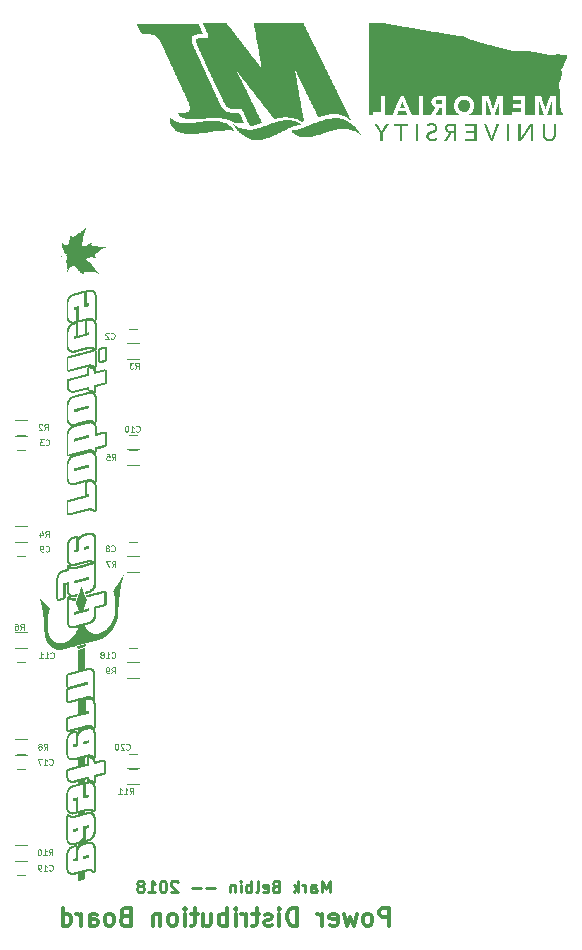
<source format=gbo>
G04 #@! TF.GenerationSoftware,KiCad,Pcbnew,(5.0.0)*
G04 #@! TF.CreationDate,2018-11-03T20:55:01-02:30*
G04 #@! TF.ProjectId,Power Distribution Board,506F7765722044697374726962757469,rev?*
G04 #@! TF.SameCoordinates,Original*
G04 #@! TF.FileFunction,Legend,Bot*
G04 #@! TF.FilePolarity,Positive*
%FSLAX46Y46*%
G04 Gerber Fmt 4.6, Leading zero omitted, Abs format (unit mm)*
G04 Created by KiCad (PCBNEW (5.0.0)) date 11/03/18 20:55:01*
%MOMM*%
%LPD*%
G01*
G04 APERTURE LIST*
%ADD10C,0.250000*%
%ADD11C,0.300000*%
%ADD12C,0.120000*%
%ADD13C,0.100000*%
%ADD14C,0.125000*%
G04 APERTURE END LIST*
D10*
X139619047Y-95092380D02*
X139619047Y-94092380D01*
X139285714Y-94806666D01*
X138952380Y-94092380D01*
X138952380Y-95092380D01*
X138047619Y-95092380D02*
X138047619Y-94568571D01*
X138095238Y-94473333D01*
X138190476Y-94425714D01*
X138380952Y-94425714D01*
X138476190Y-94473333D01*
X138047619Y-95044761D02*
X138142857Y-95092380D01*
X138380952Y-95092380D01*
X138476190Y-95044761D01*
X138523809Y-94949523D01*
X138523809Y-94854285D01*
X138476190Y-94759047D01*
X138380952Y-94711428D01*
X138142857Y-94711428D01*
X138047619Y-94663809D01*
X137571428Y-95092380D02*
X137571428Y-94425714D01*
X137571428Y-94616190D02*
X137523809Y-94520952D01*
X137476190Y-94473333D01*
X137380952Y-94425714D01*
X137285714Y-94425714D01*
X136952380Y-95092380D02*
X136952380Y-94092380D01*
X136857142Y-94711428D02*
X136571428Y-95092380D01*
X136571428Y-94425714D02*
X136952380Y-94806666D01*
X135047619Y-94568571D02*
X134904761Y-94616190D01*
X134857142Y-94663809D01*
X134809523Y-94759047D01*
X134809523Y-94901904D01*
X134857142Y-94997142D01*
X134904761Y-95044761D01*
X135000000Y-95092380D01*
X135380952Y-95092380D01*
X135380952Y-94092380D01*
X135047619Y-94092380D01*
X134952380Y-94140000D01*
X134904761Y-94187619D01*
X134857142Y-94282857D01*
X134857142Y-94378095D01*
X134904761Y-94473333D01*
X134952380Y-94520952D01*
X135047619Y-94568571D01*
X135380952Y-94568571D01*
X134000000Y-95044761D02*
X134095238Y-95092380D01*
X134285714Y-95092380D01*
X134380952Y-95044761D01*
X134428571Y-94949523D01*
X134428571Y-94568571D01*
X134380952Y-94473333D01*
X134285714Y-94425714D01*
X134095238Y-94425714D01*
X134000000Y-94473333D01*
X133952380Y-94568571D01*
X133952380Y-94663809D01*
X134428571Y-94759047D01*
X133380952Y-95092380D02*
X133476190Y-95044761D01*
X133523809Y-94949523D01*
X133523809Y-94092380D01*
X133000000Y-95092380D02*
X133000000Y-94092380D01*
X133000000Y-94473333D02*
X132904761Y-94425714D01*
X132714285Y-94425714D01*
X132619047Y-94473333D01*
X132571428Y-94520952D01*
X132523809Y-94616190D01*
X132523809Y-94901904D01*
X132571428Y-94997142D01*
X132619047Y-95044761D01*
X132714285Y-95092380D01*
X132904761Y-95092380D01*
X133000000Y-95044761D01*
X132095238Y-95092380D02*
X132095238Y-94425714D01*
X132095238Y-94092380D02*
X132142857Y-94140000D01*
X132095238Y-94187619D01*
X132047619Y-94140000D01*
X132095238Y-94092380D01*
X132095238Y-94187619D01*
X131619047Y-94425714D02*
X131619047Y-95092380D01*
X131619047Y-94520952D02*
X131571428Y-94473333D01*
X131476190Y-94425714D01*
X131333333Y-94425714D01*
X131238095Y-94473333D01*
X131190476Y-94568571D01*
X131190476Y-95092380D01*
X129952380Y-94711428D02*
X129190476Y-94711428D01*
X128714285Y-94711428D02*
X127952380Y-94711428D01*
X126761904Y-94187619D02*
X126714285Y-94140000D01*
X126619047Y-94092380D01*
X126380952Y-94092380D01*
X126285714Y-94140000D01*
X126238095Y-94187619D01*
X126190476Y-94282857D01*
X126190476Y-94378095D01*
X126238095Y-94520952D01*
X126809523Y-95092380D01*
X126190476Y-95092380D01*
X125571428Y-94092380D02*
X125476190Y-94092380D01*
X125380952Y-94140000D01*
X125333333Y-94187619D01*
X125285714Y-94282857D01*
X125238095Y-94473333D01*
X125238095Y-94711428D01*
X125285714Y-94901904D01*
X125333333Y-94997142D01*
X125380952Y-95044761D01*
X125476190Y-95092380D01*
X125571428Y-95092380D01*
X125666666Y-95044761D01*
X125714285Y-94997142D01*
X125761904Y-94901904D01*
X125809523Y-94711428D01*
X125809523Y-94473333D01*
X125761904Y-94282857D01*
X125714285Y-94187619D01*
X125666666Y-94140000D01*
X125571428Y-94092380D01*
X124285714Y-95092380D02*
X124857142Y-95092380D01*
X124571428Y-95092380D02*
X124571428Y-94092380D01*
X124666666Y-94235238D01*
X124761904Y-94330476D01*
X124857142Y-94378095D01*
X123714285Y-94520952D02*
X123809523Y-94473333D01*
X123857142Y-94425714D01*
X123904761Y-94330476D01*
X123904761Y-94282857D01*
X123857142Y-94187619D01*
X123809523Y-94140000D01*
X123714285Y-94092380D01*
X123523809Y-94092380D01*
X123428571Y-94140000D01*
X123380952Y-94187619D01*
X123333333Y-94282857D01*
X123333333Y-94330476D01*
X123380952Y-94425714D01*
X123428571Y-94473333D01*
X123523809Y-94520952D01*
X123714285Y-94520952D01*
X123809523Y-94568571D01*
X123857142Y-94616190D01*
X123904761Y-94711428D01*
X123904761Y-94901904D01*
X123857142Y-94997142D01*
X123809523Y-95044761D01*
X123714285Y-95092380D01*
X123523809Y-95092380D01*
X123428571Y-95044761D01*
X123380952Y-94997142D01*
X123333333Y-94901904D01*
X123333333Y-94711428D01*
X123380952Y-94616190D01*
X123428571Y-94568571D01*
X123523809Y-94520952D01*
D11*
X144661428Y-97898571D02*
X144661428Y-96398571D01*
X144090000Y-96398571D01*
X143947142Y-96470000D01*
X143875714Y-96541428D01*
X143804285Y-96684285D01*
X143804285Y-96898571D01*
X143875714Y-97041428D01*
X143947142Y-97112857D01*
X144090000Y-97184285D01*
X144661428Y-97184285D01*
X142947142Y-97898571D02*
X143090000Y-97827142D01*
X143161428Y-97755714D01*
X143232857Y-97612857D01*
X143232857Y-97184285D01*
X143161428Y-97041428D01*
X143090000Y-96970000D01*
X142947142Y-96898571D01*
X142732857Y-96898571D01*
X142590000Y-96970000D01*
X142518571Y-97041428D01*
X142447142Y-97184285D01*
X142447142Y-97612857D01*
X142518571Y-97755714D01*
X142590000Y-97827142D01*
X142732857Y-97898571D01*
X142947142Y-97898571D01*
X141947142Y-96898571D02*
X141661428Y-97898571D01*
X141375714Y-97184285D01*
X141090000Y-97898571D01*
X140804285Y-96898571D01*
X139661428Y-97827142D02*
X139804285Y-97898571D01*
X140090000Y-97898571D01*
X140232857Y-97827142D01*
X140304285Y-97684285D01*
X140304285Y-97112857D01*
X140232857Y-96970000D01*
X140090000Y-96898571D01*
X139804285Y-96898571D01*
X139661428Y-96970000D01*
X139590000Y-97112857D01*
X139590000Y-97255714D01*
X140304285Y-97398571D01*
X138947142Y-97898571D02*
X138947142Y-96898571D01*
X138947142Y-97184285D02*
X138875714Y-97041428D01*
X138804285Y-96970000D01*
X138661428Y-96898571D01*
X138518571Y-96898571D01*
X136875714Y-97898571D02*
X136875714Y-96398571D01*
X136518571Y-96398571D01*
X136304285Y-96470000D01*
X136161428Y-96612857D01*
X136090000Y-96755714D01*
X136018571Y-97041428D01*
X136018571Y-97255714D01*
X136090000Y-97541428D01*
X136161428Y-97684285D01*
X136304285Y-97827142D01*
X136518571Y-97898571D01*
X136875714Y-97898571D01*
X135375714Y-97898571D02*
X135375714Y-96898571D01*
X135375714Y-96398571D02*
X135447142Y-96470000D01*
X135375714Y-96541428D01*
X135304285Y-96470000D01*
X135375714Y-96398571D01*
X135375714Y-96541428D01*
X134732857Y-97827142D02*
X134590000Y-97898571D01*
X134304285Y-97898571D01*
X134161428Y-97827142D01*
X134090000Y-97684285D01*
X134090000Y-97612857D01*
X134161428Y-97470000D01*
X134304285Y-97398571D01*
X134518571Y-97398571D01*
X134661428Y-97327142D01*
X134732857Y-97184285D01*
X134732857Y-97112857D01*
X134661428Y-96970000D01*
X134518571Y-96898571D01*
X134304285Y-96898571D01*
X134161428Y-96970000D01*
X133661428Y-96898571D02*
X133090000Y-96898571D01*
X133447142Y-96398571D02*
X133447142Y-97684285D01*
X133375714Y-97827142D01*
X133232857Y-97898571D01*
X133090000Y-97898571D01*
X132590000Y-97898571D02*
X132590000Y-96898571D01*
X132590000Y-97184285D02*
X132518571Y-97041428D01*
X132447142Y-96970000D01*
X132304285Y-96898571D01*
X132161428Y-96898571D01*
X131661428Y-97898571D02*
X131661428Y-96898571D01*
X131661428Y-96398571D02*
X131732857Y-96470000D01*
X131661428Y-96541428D01*
X131590000Y-96470000D01*
X131661428Y-96398571D01*
X131661428Y-96541428D01*
X130947142Y-97898571D02*
X130947142Y-96398571D01*
X130947142Y-96970000D02*
X130804285Y-96898571D01*
X130518571Y-96898571D01*
X130375714Y-96970000D01*
X130304285Y-97041428D01*
X130232857Y-97184285D01*
X130232857Y-97612857D01*
X130304285Y-97755714D01*
X130375714Y-97827142D01*
X130518571Y-97898571D01*
X130804285Y-97898571D01*
X130947142Y-97827142D01*
X128947142Y-96898571D02*
X128947142Y-97898571D01*
X129590000Y-96898571D02*
X129590000Y-97684285D01*
X129518571Y-97827142D01*
X129375714Y-97898571D01*
X129161428Y-97898571D01*
X129018571Y-97827142D01*
X128947142Y-97755714D01*
X128447142Y-96898571D02*
X127875714Y-96898571D01*
X128232857Y-96398571D02*
X128232857Y-97684285D01*
X128161428Y-97827142D01*
X128018571Y-97898571D01*
X127875714Y-97898571D01*
X127375714Y-97898571D02*
X127375714Y-96898571D01*
X127375714Y-96398571D02*
X127447142Y-96470000D01*
X127375714Y-96541428D01*
X127304285Y-96470000D01*
X127375714Y-96398571D01*
X127375714Y-96541428D01*
X126447142Y-97898571D02*
X126590000Y-97827142D01*
X126661428Y-97755714D01*
X126732857Y-97612857D01*
X126732857Y-97184285D01*
X126661428Y-97041428D01*
X126590000Y-96970000D01*
X126447142Y-96898571D01*
X126232857Y-96898571D01*
X126090000Y-96970000D01*
X126018571Y-97041428D01*
X125947142Y-97184285D01*
X125947142Y-97612857D01*
X126018571Y-97755714D01*
X126090000Y-97827142D01*
X126232857Y-97898571D01*
X126447142Y-97898571D01*
X125304285Y-96898571D02*
X125304285Y-97898571D01*
X125304285Y-97041428D02*
X125232857Y-96970000D01*
X125090000Y-96898571D01*
X124875714Y-96898571D01*
X124732857Y-96970000D01*
X124661428Y-97112857D01*
X124661428Y-97898571D01*
X122304285Y-97112857D02*
X122090000Y-97184285D01*
X122018571Y-97255714D01*
X121947142Y-97398571D01*
X121947142Y-97612857D01*
X122018571Y-97755714D01*
X122090000Y-97827142D01*
X122232857Y-97898571D01*
X122804285Y-97898571D01*
X122804285Y-96398571D01*
X122304285Y-96398571D01*
X122161428Y-96470000D01*
X122090000Y-96541428D01*
X122018571Y-96684285D01*
X122018571Y-96827142D01*
X122090000Y-96970000D01*
X122161428Y-97041428D01*
X122304285Y-97112857D01*
X122804285Y-97112857D01*
X121090000Y-97898571D02*
X121232857Y-97827142D01*
X121304285Y-97755714D01*
X121375714Y-97612857D01*
X121375714Y-97184285D01*
X121304285Y-97041428D01*
X121232857Y-96970000D01*
X121090000Y-96898571D01*
X120875714Y-96898571D01*
X120732857Y-96970000D01*
X120661428Y-97041428D01*
X120590000Y-97184285D01*
X120590000Y-97612857D01*
X120661428Y-97755714D01*
X120732857Y-97827142D01*
X120875714Y-97898571D01*
X121090000Y-97898571D01*
X119304285Y-97898571D02*
X119304285Y-97112857D01*
X119375714Y-96970000D01*
X119518571Y-96898571D01*
X119804285Y-96898571D01*
X119947142Y-96970000D01*
X119304285Y-97827142D02*
X119447142Y-97898571D01*
X119804285Y-97898571D01*
X119947142Y-97827142D01*
X120018571Y-97684285D01*
X120018571Y-97541428D01*
X119947142Y-97398571D01*
X119804285Y-97327142D01*
X119447142Y-97327142D01*
X119304285Y-97255714D01*
X118590000Y-97898571D02*
X118590000Y-96898571D01*
X118590000Y-97184285D02*
X118518571Y-97041428D01*
X118447142Y-96970000D01*
X118304285Y-96898571D01*
X118161428Y-96898571D01*
X117018571Y-97898571D02*
X117018571Y-96398571D01*
X117018571Y-97827142D02*
X117161428Y-97898571D01*
X117447142Y-97898571D01*
X117590000Y-97827142D01*
X117661428Y-97755714D01*
X117732857Y-97612857D01*
X117732857Y-97184285D01*
X117661428Y-97041428D01*
X117590000Y-96970000D01*
X117447142Y-96898571D01*
X117161428Y-96898571D01*
X117018571Y-96970000D01*
D12*
G04 #@! TO.C,C2*
X123350000Y-47400000D02*
X122650000Y-47400000D01*
X122650000Y-48600000D02*
X123350000Y-48600000D01*
G04 #@! TO.C,C3*
X113850000Y-56400000D02*
X113150000Y-56400000D01*
X113150000Y-57600000D02*
X113850000Y-57600000D01*
G04 #@! TO.C,C8*
X123350000Y-65400000D02*
X122650000Y-65400000D01*
X122650000Y-66600000D02*
X123350000Y-66600000D01*
G04 #@! TO.C,C9*
X113150000Y-66600000D02*
X113850000Y-66600000D01*
X113850000Y-65400000D02*
X113150000Y-65400000D01*
G04 #@! TO.C,C10*
X123350000Y-56400000D02*
X122650000Y-56400000D01*
X122650000Y-57600000D02*
X123350000Y-57600000D01*
G04 #@! TO.C,C11*
X113850000Y-74400000D02*
X113150000Y-74400000D01*
X113150000Y-75600000D02*
X113850000Y-75600000D01*
G04 #@! TO.C,C17*
X113850000Y-83400000D02*
X113150000Y-83400000D01*
X113150000Y-84600000D02*
X113850000Y-84600000D01*
G04 #@! TO.C,C18*
X122650000Y-75600000D02*
X123350000Y-75600000D01*
X123350000Y-74400000D02*
X122650000Y-74400000D01*
G04 #@! TO.C,C19*
X113150000Y-93600000D02*
X113850000Y-93600000D01*
X113850000Y-92400000D02*
X113150000Y-92400000D01*
G04 #@! TO.C,C20*
X123350000Y-83400000D02*
X122650000Y-83400000D01*
X122650000Y-84600000D02*
X123350000Y-84600000D01*
G04 #@! TO.C,R2*
X114000000Y-55070000D02*
X113000000Y-55070000D01*
X113000000Y-56430000D02*
X114000000Y-56430000D01*
G04 #@! TO.C,R3*
X123500000Y-48570000D02*
X122500000Y-48570000D01*
X122500000Y-49930000D02*
X123500000Y-49930000D01*
G04 #@! TO.C,R4*
X113000000Y-65430000D02*
X114000000Y-65430000D01*
X114000000Y-64070000D02*
X113000000Y-64070000D01*
G04 #@! TO.C,R5*
X123500000Y-57570000D02*
X122500000Y-57570000D01*
X122500000Y-58930000D02*
X123500000Y-58930000D01*
G04 #@! TO.C,R6*
X114000000Y-73070000D02*
X113000000Y-73070000D01*
X113000000Y-74430000D02*
X114000000Y-74430000D01*
G04 #@! TO.C,R7*
X122500000Y-67930000D02*
X123500000Y-67930000D01*
X123500000Y-66570000D02*
X122500000Y-66570000D01*
G04 #@! TO.C,R8*
X113000000Y-83430000D02*
X114000000Y-83430000D01*
X114000000Y-82070000D02*
X113000000Y-82070000D01*
G04 #@! TO.C,R9*
X122500000Y-76930000D02*
X123500000Y-76930000D01*
X123500000Y-75570000D02*
X122500000Y-75570000D01*
G04 #@! TO.C,R10*
X114000000Y-91070000D02*
X113000000Y-91070000D01*
X113000000Y-92430000D02*
X114000000Y-92430000D01*
G04 #@! TO.C,R11*
X122500000Y-85930000D02*
X123500000Y-85930000D01*
X123500000Y-84570000D02*
X122500000Y-84570000D01*
D13*
G04 #@! TO.C,U$14*
G36*
X122198750Y-68216200D02*
X122198750Y-68198700D01*
X122216250Y-68198700D01*
X122216250Y-68216200D01*
X122198750Y-68216200D01*
G37*
G36*
X122181250Y-68268700D02*
X122181250Y-68216200D01*
X122198750Y-68216200D01*
X122198750Y-68268700D01*
X122181250Y-68268700D01*
G37*
G36*
X122163750Y-68321200D02*
X122163750Y-68251200D01*
X122181250Y-68251200D01*
X122181250Y-68321200D01*
X122163750Y-68321200D01*
G37*
G36*
X122146250Y-68373700D02*
X122146250Y-68268700D01*
X122163750Y-68268700D01*
X122163750Y-68373700D01*
X122146250Y-68373700D01*
G37*
G36*
X122128750Y-68426200D02*
X122128750Y-68303700D01*
X122146250Y-68303700D01*
X122146250Y-68426200D01*
X122128750Y-68426200D01*
G37*
G36*
X122111250Y-68496200D02*
X122111250Y-68321200D01*
X122128750Y-68321200D01*
X122128750Y-68496200D01*
X122111250Y-68496200D01*
G37*
G36*
X122093750Y-68566200D02*
X122093750Y-68356200D01*
X122111250Y-68356200D01*
X122111250Y-68566200D01*
X122093750Y-68566200D01*
G37*
G36*
X122076250Y-68636200D02*
X122076250Y-68373700D01*
X122093750Y-68373700D01*
X122093750Y-68636200D01*
X122076250Y-68636200D01*
G37*
G36*
X122058750Y-68706200D02*
X122058750Y-68408700D01*
X122076250Y-68408700D01*
X122076250Y-68706200D01*
X122058750Y-68706200D01*
G37*
G36*
X122041250Y-68758700D02*
X122041250Y-68443700D01*
X122058750Y-68443700D01*
X122058750Y-68758700D01*
X122041250Y-68758700D01*
G37*
G36*
X122023750Y-68846200D02*
X122023750Y-68478700D01*
X122041250Y-68478700D01*
X122041250Y-68846200D01*
X122023750Y-68846200D01*
G37*
G36*
X122006250Y-68916200D02*
X122006250Y-68496200D01*
X122023750Y-68496200D01*
X122023750Y-68916200D01*
X122006250Y-68916200D01*
G37*
G36*
X121988750Y-69003700D02*
X121988750Y-68531200D01*
X122006250Y-68531200D01*
X122006250Y-69003700D01*
X121988750Y-69003700D01*
G37*
G36*
X121971250Y-69091200D02*
X121971250Y-68548700D01*
X121988750Y-68548700D01*
X121988750Y-69091200D01*
X121971250Y-69091200D01*
G37*
G36*
X121953750Y-69178700D02*
X121953750Y-68583700D01*
X121971250Y-68583700D01*
X121971250Y-69178700D01*
X121953750Y-69178700D01*
G37*
G36*
X121936250Y-69266200D02*
X121936250Y-68601200D01*
X121953750Y-68601200D01*
X121953750Y-69266200D01*
X121936250Y-69266200D01*
G37*
G36*
X121918750Y-69423700D02*
X121918750Y-68653700D01*
X121936250Y-68653700D01*
X121936250Y-69423700D01*
X121918750Y-69423700D01*
G37*
G36*
X121901250Y-69563700D02*
X121901250Y-68671200D01*
X121918750Y-68671200D01*
X121918750Y-69563700D01*
X121901250Y-69563700D01*
G37*
G36*
X121883750Y-69686200D02*
X121883750Y-68706200D01*
X121901250Y-68706200D01*
X121901250Y-69686200D01*
X121883750Y-69686200D01*
G37*
G36*
X121866250Y-69808700D02*
X121866250Y-68723700D01*
X121883750Y-68723700D01*
X121883750Y-69808700D01*
X121866250Y-69808700D01*
G37*
G36*
X121848750Y-69931200D02*
X121848750Y-68758700D01*
X121866250Y-68758700D01*
X121866250Y-69931200D01*
X121848750Y-69931200D01*
G37*
G36*
X121831250Y-70106200D02*
X121831250Y-68776200D01*
X121848750Y-68776200D01*
X121848750Y-70106200D01*
X121831250Y-70106200D01*
G37*
G36*
X121813750Y-70246200D02*
X121813750Y-68811200D01*
X121831250Y-68811200D01*
X121831250Y-70246200D01*
X121813750Y-70246200D01*
G37*
G36*
X121796250Y-70456200D02*
X121796250Y-68828700D01*
X121813750Y-68828700D01*
X121813750Y-70456200D01*
X121796250Y-70456200D01*
G37*
G36*
X121778750Y-70701200D02*
X121778750Y-68863700D01*
X121796250Y-68863700D01*
X121796250Y-70701200D01*
X121778750Y-70701200D01*
G37*
G36*
X121761250Y-70963700D02*
X121761250Y-68881200D01*
X121778750Y-68881200D01*
X121778750Y-70963700D01*
X121761250Y-70963700D01*
G37*
G36*
X121743750Y-70963700D02*
X121743750Y-68881200D01*
X121761250Y-68881200D01*
X121761250Y-70963700D01*
X121743750Y-70963700D01*
G37*
G36*
X121726250Y-71523700D02*
X121726250Y-68916200D01*
X121743750Y-68916200D01*
X121743750Y-71523700D01*
X121726250Y-71523700D01*
G37*
G36*
X121708750Y-71646200D02*
X121708750Y-68933700D01*
X121726250Y-68933700D01*
X121726250Y-71646200D01*
X121708750Y-71646200D01*
G37*
G36*
X121691250Y-71751200D02*
X121691250Y-68968700D01*
X121708750Y-68968700D01*
X121708750Y-71751200D01*
X121691250Y-71751200D01*
G37*
G36*
X121673750Y-71821200D02*
X121673750Y-68986200D01*
X121691250Y-68986200D01*
X121691250Y-71821200D01*
X121673750Y-71821200D01*
G37*
G36*
X121656250Y-71908700D02*
X121656250Y-69021200D01*
X121673750Y-69021200D01*
X121673750Y-71908700D01*
X121656250Y-71908700D01*
G37*
G36*
X121638750Y-71961200D02*
X121638750Y-69038700D01*
X121656250Y-69038700D01*
X121656250Y-71961200D01*
X121638750Y-71961200D01*
G37*
G36*
X121621250Y-72048700D02*
X121621250Y-69073700D01*
X121638750Y-69073700D01*
X121638750Y-72048700D01*
X121621250Y-72048700D01*
G37*
G36*
X121603750Y-72101200D02*
X121603750Y-69108700D01*
X121621250Y-69108700D01*
X121621250Y-72101200D01*
X121603750Y-72101200D01*
G37*
G36*
X121586250Y-72153700D02*
X121586250Y-69126200D01*
X121603750Y-69126200D01*
X121603750Y-72153700D01*
X121586250Y-72153700D01*
G37*
G36*
X121568750Y-72188700D02*
X121568750Y-69161200D01*
X121586250Y-69161200D01*
X121586250Y-72188700D01*
X121568750Y-72188700D01*
G37*
G36*
X121551250Y-72241200D02*
X121551250Y-69178700D01*
X121568750Y-69178700D01*
X121568750Y-72241200D01*
X121551250Y-72241200D01*
G37*
G36*
X121533750Y-72293700D02*
X121533750Y-69213700D01*
X121551250Y-69213700D01*
X121551250Y-72293700D01*
X121533750Y-72293700D01*
G37*
G36*
X121516250Y-72328700D02*
X121516250Y-69248700D01*
X121533750Y-69248700D01*
X121533750Y-72328700D01*
X121516250Y-72328700D01*
G37*
G36*
X121498750Y-72363700D02*
X121498750Y-69266200D01*
X121516250Y-69266200D01*
X121516250Y-72363700D01*
X121498750Y-72363700D01*
G37*
G36*
X121481250Y-70456200D02*
X121481250Y-69301200D01*
X121498750Y-69301200D01*
X121498750Y-70456200D01*
X121481250Y-70456200D01*
G37*
G36*
X121481250Y-72398700D02*
X121481250Y-71313700D01*
X121498750Y-71313700D01*
X121498750Y-72398700D01*
X121481250Y-72398700D01*
G37*
G36*
X121463750Y-70263700D02*
X121463750Y-69318700D01*
X121481250Y-69318700D01*
X121481250Y-70263700D01*
X121463750Y-70263700D01*
G37*
G36*
X121463750Y-72433700D02*
X121463750Y-71436200D01*
X121481250Y-71436200D01*
X121481250Y-72433700D01*
X121463750Y-72433700D01*
G37*
G36*
X121446250Y-70158700D02*
X121446250Y-69336200D01*
X121463750Y-69336200D01*
X121463750Y-70158700D01*
X121446250Y-70158700D01*
G37*
G36*
X121446250Y-72468700D02*
X121446250Y-71523700D01*
X121463750Y-71523700D01*
X121463750Y-72468700D01*
X121446250Y-72468700D01*
G37*
G36*
X121428750Y-70053700D02*
X121428750Y-69371200D01*
X121446250Y-69371200D01*
X121446250Y-70053700D01*
X121428750Y-70053700D01*
G37*
G36*
X121428750Y-72521200D02*
X121428750Y-71611200D01*
X121446250Y-71611200D01*
X121446250Y-72521200D01*
X121428750Y-72521200D01*
G37*
G36*
X121411250Y-69983700D02*
X121411250Y-69406200D01*
X121428750Y-69406200D01*
X121428750Y-69983700D01*
X121411250Y-69983700D01*
G37*
G36*
X121411250Y-72556200D02*
X121411250Y-71681200D01*
X121428750Y-71681200D01*
X121428750Y-72556200D01*
X121411250Y-72556200D01*
G37*
G36*
X121393750Y-69913700D02*
X121393750Y-69423700D01*
X121411250Y-69423700D01*
X121411250Y-69913700D01*
X121393750Y-69913700D01*
G37*
G36*
X121393750Y-72591200D02*
X121393750Y-71733700D01*
X121411250Y-71733700D01*
X121411250Y-72591200D01*
X121393750Y-72591200D01*
G37*
G36*
X121376250Y-69843700D02*
X121376250Y-69458700D01*
X121393750Y-69458700D01*
X121393750Y-69843700D01*
X121376250Y-69843700D01*
G37*
G36*
X121376250Y-72626200D02*
X121376250Y-71786200D01*
X121393750Y-71786200D01*
X121393750Y-72626200D01*
X121376250Y-72626200D01*
G37*
G36*
X121358750Y-69791200D02*
X121358750Y-69493700D01*
X121376250Y-69493700D01*
X121376250Y-69791200D01*
X121358750Y-69791200D01*
G37*
G36*
X121358750Y-72643700D02*
X121358750Y-71838700D01*
X121376250Y-71838700D01*
X121376250Y-72643700D01*
X121358750Y-72643700D01*
G37*
G36*
X121341250Y-69703700D02*
X121341250Y-69528700D01*
X121358750Y-69528700D01*
X121358750Y-69703700D01*
X121341250Y-69703700D01*
G37*
G36*
X121341250Y-72696200D02*
X121341250Y-71908700D01*
X121358750Y-71908700D01*
X121358750Y-72696200D01*
X121341250Y-72696200D01*
G37*
G36*
X121323750Y-69668700D02*
X121323750Y-69563700D01*
X121341250Y-69563700D01*
X121341250Y-69668700D01*
X121323750Y-69668700D01*
G37*
G36*
X121323750Y-72713700D02*
X121323750Y-71943700D01*
X121341250Y-71943700D01*
X121341250Y-72713700D01*
X121323750Y-72713700D01*
G37*
G36*
X121306250Y-69616200D02*
X121306250Y-69581200D01*
X121323750Y-69581200D01*
X121323750Y-69616200D01*
X121306250Y-69616200D01*
G37*
G36*
X121306250Y-72748700D02*
X121306250Y-71996200D01*
X121323750Y-71996200D01*
X121323750Y-72748700D01*
X121306250Y-72748700D01*
G37*
G36*
X121288750Y-72766200D02*
X121288750Y-72031200D01*
X121306250Y-72031200D01*
X121306250Y-72766200D01*
X121288750Y-72766200D01*
G37*
G36*
X121271250Y-72801200D02*
X121271250Y-72066200D01*
X121288750Y-72066200D01*
X121288750Y-72801200D01*
X121271250Y-72801200D01*
G37*
G36*
X121253750Y-72818700D02*
X121253750Y-72101200D01*
X121271250Y-72101200D01*
X121271250Y-72818700D01*
X121253750Y-72818700D01*
G37*
G36*
X121236250Y-72853700D02*
X121236250Y-72136200D01*
X121253750Y-72136200D01*
X121253750Y-72853700D01*
X121236250Y-72853700D01*
G37*
G36*
X121218750Y-72871200D02*
X121218750Y-72171200D01*
X121236250Y-72171200D01*
X121236250Y-72871200D01*
X121218750Y-72871200D01*
G37*
G36*
X121201250Y-72906200D02*
X121201250Y-72206200D01*
X121218750Y-72206200D01*
X121218750Y-72906200D01*
X121201250Y-72906200D01*
G37*
G36*
X121183750Y-72906200D02*
X121183750Y-72241200D01*
X121201250Y-72241200D01*
X121201250Y-72906200D01*
X121183750Y-72906200D01*
G37*
G36*
X121166250Y-72941200D02*
X121166250Y-72258700D01*
X121183750Y-72258700D01*
X121183750Y-72941200D01*
X121166250Y-72941200D01*
G37*
G36*
X121148750Y-72958700D02*
X121148750Y-72293700D01*
X121166250Y-72293700D01*
X121166250Y-72958700D01*
X121148750Y-72958700D01*
G37*
G36*
X121131250Y-72976200D02*
X121131250Y-72328700D01*
X121148750Y-72328700D01*
X121148750Y-72976200D01*
X121131250Y-72976200D01*
G37*
G36*
X121113750Y-73011200D02*
X121113750Y-72346200D01*
X121131250Y-72346200D01*
X121131250Y-73011200D01*
X121113750Y-73011200D01*
G37*
G36*
X121096250Y-73028700D02*
X121096250Y-72363700D01*
X121113750Y-72363700D01*
X121113750Y-73028700D01*
X121096250Y-73028700D01*
G37*
G36*
X121078750Y-73046200D02*
X121078750Y-72398700D01*
X121096250Y-72398700D01*
X121096250Y-73046200D01*
X121078750Y-73046200D01*
G37*
G36*
X121061250Y-73081200D02*
X121061250Y-72433700D01*
X121078750Y-72433700D01*
X121078750Y-73081200D01*
X121061250Y-73081200D01*
G37*
G36*
X121043750Y-73098700D02*
X121043750Y-72451200D01*
X121061250Y-72451200D01*
X121061250Y-73098700D01*
X121043750Y-73098700D01*
G37*
G36*
X121026250Y-73116200D02*
X121026250Y-72503700D01*
X121043750Y-72503700D01*
X121043750Y-73116200D01*
X121026250Y-73116200D01*
G37*
G36*
X121008750Y-73133700D02*
X121008750Y-72521200D01*
X121026250Y-72521200D01*
X121026250Y-73133700D01*
X121008750Y-73133700D01*
G37*
G36*
X120991250Y-73151200D02*
X120991250Y-72556200D01*
X121008750Y-72556200D01*
X121008750Y-73151200D01*
X120991250Y-73151200D01*
G37*
G36*
X120973750Y-73168700D02*
X120973750Y-72573700D01*
X120991250Y-72573700D01*
X120991250Y-73168700D01*
X120973750Y-73168700D01*
G37*
G36*
X120956250Y-73186200D02*
X120956250Y-72591200D01*
X120973750Y-72591200D01*
X120973750Y-73186200D01*
X120956250Y-73186200D01*
G37*
G36*
X120938750Y-73203700D02*
X120938750Y-72608700D01*
X120956250Y-72608700D01*
X120956250Y-73203700D01*
X120938750Y-73203700D01*
G37*
G36*
X120921250Y-73221200D02*
X120921250Y-72626200D01*
X120938750Y-72626200D01*
X120938750Y-73221200D01*
X120921250Y-73221200D01*
G37*
G36*
X120903750Y-73221200D02*
X120903750Y-72643700D01*
X120921250Y-72643700D01*
X120921250Y-73221200D01*
X120903750Y-73221200D01*
G37*
G36*
X120886250Y-73238700D02*
X120886250Y-72661200D01*
X120903750Y-72661200D01*
X120903750Y-73238700D01*
X120886250Y-73238700D01*
G37*
G36*
X120868750Y-73256200D02*
X120868750Y-72678700D01*
X120886250Y-72678700D01*
X120886250Y-73256200D01*
X120868750Y-73256200D01*
G37*
G36*
X120851250Y-73273700D02*
X120851250Y-72696200D01*
X120868750Y-72696200D01*
X120868750Y-73273700D01*
X120851250Y-73273700D01*
G37*
G36*
X120833750Y-73291200D02*
X120833750Y-72713700D01*
X120851250Y-72713700D01*
X120851250Y-73291200D01*
X120833750Y-73291200D01*
G37*
G36*
X120816250Y-73308700D02*
X120816250Y-72731200D01*
X120833750Y-72731200D01*
X120833750Y-73308700D01*
X120816250Y-73308700D01*
G37*
G36*
X120798750Y-73326200D02*
X120798750Y-72748700D01*
X120816250Y-72748700D01*
X120816250Y-73326200D01*
X120798750Y-73326200D01*
G37*
G36*
X120781250Y-50016200D02*
X120781250Y-49036200D01*
X120798750Y-49036200D01*
X120798750Y-50016200D01*
X120781250Y-50016200D01*
G37*
G36*
X120781250Y-51906200D02*
X120781250Y-50961200D01*
X120798750Y-50961200D01*
X120798750Y-51906200D01*
X120781250Y-51906200D01*
G37*
G36*
X120781250Y-57191200D02*
X120781250Y-56228700D01*
X120798750Y-56228700D01*
X120798750Y-57191200D01*
X120781250Y-57191200D01*
G37*
G36*
X120781250Y-73343700D02*
X120781250Y-72766200D01*
X120798750Y-72766200D01*
X120798750Y-73343700D01*
X120781250Y-73343700D01*
G37*
G36*
X120763750Y-50086200D02*
X120763750Y-48966200D01*
X120781250Y-48966200D01*
X120781250Y-50086200D01*
X120763750Y-50086200D01*
G37*
G36*
X120763750Y-51993700D02*
X120763750Y-50891200D01*
X120781250Y-50891200D01*
X120781250Y-51993700D01*
X120763750Y-51993700D01*
G37*
G36*
X120763750Y-57278700D02*
X120763750Y-56141200D01*
X120781250Y-56141200D01*
X120781250Y-57278700D01*
X120763750Y-57278700D01*
G37*
G36*
X120763750Y-73361200D02*
X120763750Y-72801200D01*
X120781250Y-72801200D01*
X120781250Y-73361200D01*
X120763750Y-73361200D01*
G37*
G36*
X120746250Y-50121200D02*
X120746250Y-48931200D01*
X120763750Y-48931200D01*
X120763750Y-50121200D01*
X120746250Y-50121200D01*
G37*
G36*
X120746250Y-52028700D02*
X120746250Y-50856200D01*
X120763750Y-50856200D01*
X120763750Y-52028700D01*
X120746250Y-52028700D01*
G37*
G36*
X120746250Y-57313700D02*
X120746250Y-56123700D01*
X120763750Y-56123700D01*
X120763750Y-57313700D01*
X120746250Y-57313700D01*
G37*
G36*
X120746250Y-70666200D02*
X120746250Y-69738700D01*
X120763750Y-69738700D01*
X120763750Y-70666200D01*
X120746250Y-70666200D01*
G37*
G36*
X120746250Y-73378700D02*
X120746250Y-72818700D01*
X120763750Y-72818700D01*
X120763750Y-73378700D01*
X120746250Y-73378700D01*
G37*
G36*
X120728750Y-40548700D02*
X120728750Y-40531200D01*
X120746250Y-40531200D01*
X120746250Y-40548700D01*
X120728750Y-40548700D01*
G37*
G36*
X120728750Y-50138700D02*
X120728750Y-48913700D01*
X120746250Y-48913700D01*
X120746250Y-50138700D01*
X120728750Y-50138700D01*
G37*
G36*
X120728750Y-52046200D02*
X120728750Y-50838700D01*
X120746250Y-50838700D01*
X120746250Y-52046200D01*
X120728750Y-52046200D01*
G37*
G36*
X120728750Y-57331200D02*
X120728750Y-56106200D01*
X120746250Y-56106200D01*
X120746250Y-57331200D01*
X120728750Y-57331200D01*
G37*
G36*
X120728750Y-70753700D02*
X120728750Y-69651200D01*
X120746250Y-69651200D01*
X120746250Y-70753700D01*
X120728750Y-70753700D01*
G37*
G36*
X120728750Y-73378700D02*
X120728750Y-72836200D01*
X120746250Y-72836200D01*
X120746250Y-73378700D01*
X120728750Y-73378700D01*
G37*
G36*
X120711250Y-50138700D02*
X120711250Y-48913700D01*
X120728750Y-48913700D01*
X120728750Y-50138700D01*
X120711250Y-50138700D01*
G37*
G36*
X120711250Y-52046200D02*
X120711250Y-50838700D01*
X120728750Y-50838700D01*
X120728750Y-52046200D01*
X120711250Y-52046200D01*
G37*
G36*
X120711250Y-57331200D02*
X120711250Y-56106200D01*
X120728750Y-56106200D01*
X120728750Y-57331200D01*
X120711250Y-57331200D01*
G37*
G36*
X120711250Y-70753700D02*
X120711250Y-69651200D01*
X120728750Y-69651200D01*
X120728750Y-70753700D01*
X120711250Y-70753700D01*
G37*
G36*
X120711250Y-73378700D02*
X120711250Y-72836200D01*
X120728750Y-72836200D01*
X120728750Y-73378700D01*
X120711250Y-73378700D01*
G37*
G36*
X120693750Y-40531200D02*
X120693750Y-40513700D01*
X120711250Y-40513700D01*
X120711250Y-40531200D01*
X120693750Y-40531200D01*
G37*
G36*
X120693750Y-50156200D02*
X120693750Y-48913700D01*
X120711250Y-48913700D01*
X120711250Y-50156200D01*
X120693750Y-50156200D01*
G37*
G36*
X120693750Y-52063700D02*
X120693750Y-50838700D01*
X120711250Y-50838700D01*
X120711250Y-52063700D01*
X120693750Y-52063700D01*
G37*
G36*
X120693750Y-57348700D02*
X120693750Y-56088700D01*
X120711250Y-56088700D01*
X120711250Y-57348700D01*
X120693750Y-57348700D01*
G37*
G36*
X120693750Y-70788700D02*
X120693750Y-69616200D01*
X120711250Y-69616200D01*
X120711250Y-70788700D01*
X120693750Y-70788700D01*
G37*
G36*
X120693750Y-73396200D02*
X120693750Y-72836200D01*
X120711250Y-72836200D01*
X120711250Y-73396200D01*
X120693750Y-73396200D01*
G37*
G36*
X120676250Y-40531200D02*
X120676250Y-40496200D01*
X120693750Y-40496200D01*
X120693750Y-40531200D01*
X120676250Y-40531200D01*
G37*
G36*
X120676250Y-50173700D02*
X120676250Y-48896200D01*
X120693750Y-48896200D01*
X120693750Y-50173700D01*
X120676250Y-50173700D01*
G37*
G36*
X120676250Y-52063700D02*
X120676250Y-50821200D01*
X120693750Y-50821200D01*
X120693750Y-52063700D01*
X120676250Y-52063700D01*
G37*
G36*
X120676250Y-57348700D02*
X120676250Y-56088700D01*
X120693750Y-56088700D01*
X120693750Y-57348700D01*
X120676250Y-57348700D01*
G37*
G36*
X120676250Y-70823700D02*
X120676250Y-69598700D01*
X120693750Y-69598700D01*
X120693750Y-70823700D01*
X120676250Y-70823700D01*
G37*
G36*
X120676250Y-73413700D02*
X120676250Y-72853700D01*
X120693750Y-72853700D01*
X120693750Y-73413700D01*
X120676250Y-73413700D01*
G37*
G36*
X120658750Y-40531200D02*
X120658750Y-40496200D01*
X120676250Y-40496200D01*
X120676250Y-40531200D01*
X120658750Y-40531200D01*
G37*
G36*
X120658750Y-50173700D02*
X120658750Y-48896200D01*
X120676250Y-48896200D01*
X120676250Y-50173700D01*
X120658750Y-50173700D01*
G37*
G36*
X120658750Y-52081200D02*
X120658750Y-50821200D01*
X120676250Y-50821200D01*
X120676250Y-52081200D01*
X120658750Y-52081200D01*
G37*
G36*
X120658750Y-57383700D02*
X120658750Y-56071200D01*
X120676250Y-56071200D01*
X120676250Y-57383700D01*
X120658750Y-57383700D01*
G37*
G36*
X120658750Y-70841200D02*
X120658750Y-69581200D01*
X120676250Y-69581200D01*
X120676250Y-70841200D01*
X120658750Y-70841200D01*
G37*
G36*
X120658750Y-73431200D02*
X120658750Y-72871200D01*
X120676250Y-72871200D01*
X120676250Y-73431200D01*
X120658750Y-73431200D01*
G37*
G36*
X120658750Y-84946200D02*
X120658750Y-84001200D01*
X120676250Y-84001200D01*
X120676250Y-84946200D01*
X120658750Y-84946200D01*
G37*
G36*
X120641250Y-40531200D02*
X120641250Y-40478700D01*
X120658750Y-40478700D01*
X120658750Y-40531200D01*
X120641250Y-40531200D01*
G37*
G36*
X120641250Y-50191200D02*
X120641250Y-48896200D01*
X120658750Y-48896200D01*
X120658750Y-50191200D01*
X120641250Y-50191200D01*
G37*
G36*
X120641250Y-52081200D02*
X120641250Y-50821200D01*
X120658750Y-50821200D01*
X120658750Y-52081200D01*
X120641250Y-52081200D01*
G37*
G36*
X120641250Y-57383700D02*
X120641250Y-56071200D01*
X120658750Y-56071200D01*
X120658750Y-57383700D01*
X120641250Y-57383700D01*
G37*
G36*
X120641250Y-70841200D02*
X120641250Y-69581200D01*
X120658750Y-69581200D01*
X120658750Y-70841200D01*
X120641250Y-70841200D01*
G37*
G36*
X120641250Y-73431200D02*
X120641250Y-72888700D01*
X120658750Y-72888700D01*
X120658750Y-73431200D01*
X120641250Y-73431200D01*
G37*
G36*
X120641250Y-85033700D02*
X120641250Y-83931200D01*
X120658750Y-83931200D01*
X120658750Y-85033700D01*
X120641250Y-85033700D01*
G37*
G36*
X120623750Y-40531200D02*
X120623750Y-40478700D01*
X120641250Y-40478700D01*
X120641250Y-40531200D01*
X120623750Y-40531200D01*
G37*
G36*
X120623750Y-50191200D02*
X120623750Y-48896200D01*
X120641250Y-48896200D01*
X120641250Y-50191200D01*
X120623750Y-50191200D01*
G37*
G36*
X120623750Y-52081200D02*
X120623750Y-50803700D01*
X120641250Y-50803700D01*
X120641250Y-52081200D01*
X120623750Y-52081200D01*
G37*
G36*
X120623750Y-57383700D02*
X120623750Y-56071200D01*
X120641250Y-56071200D01*
X120641250Y-57383700D01*
X120623750Y-57383700D01*
G37*
G36*
X120623750Y-70858700D02*
X120623750Y-69563700D01*
X120641250Y-69563700D01*
X120641250Y-70858700D01*
X120623750Y-70858700D01*
G37*
G36*
X120623750Y-73448700D02*
X120623750Y-72888700D01*
X120641250Y-72888700D01*
X120641250Y-73448700D01*
X120623750Y-73448700D01*
G37*
G36*
X120623750Y-85068700D02*
X120623750Y-83896200D01*
X120641250Y-83896200D01*
X120641250Y-85068700D01*
X120623750Y-85068700D01*
G37*
G36*
X120606250Y-40513700D02*
X120606250Y-40478700D01*
X120623750Y-40478700D01*
X120623750Y-40513700D01*
X120606250Y-40513700D01*
G37*
G36*
X120606250Y-50191200D02*
X120606250Y-48878700D01*
X120623750Y-48878700D01*
X120623750Y-50191200D01*
X120606250Y-50191200D01*
G37*
G36*
X120606250Y-52098700D02*
X120606250Y-50803700D01*
X120623750Y-50803700D01*
X120623750Y-52098700D01*
X120606250Y-52098700D01*
G37*
G36*
X120606250Y-57401200D02*
X120606250Y-56071200D01*
X120623750Y-56071200D01*
X120623750Y-57401200D01*
X120606250Y-57401200D01*
G37*
G36*
X120606250Y-70858700D02*
X120606250Y-69563700D01*
X120623750Y-69563700D01*
X120623750Y-70858700D01*
X120606250Y-70858700D01*
G37*
G36*
X120606250Y-73448700D02*
X120606250Y-72906200D01*
X120623750Y-72906200D01*
X120623750Y-73448700D01*
X120606250Y-73448700D01*
G37*
G36*
X120606250Y-85086200D02*
X120606250Y-83878700D01*
X120623750Y-83878700D01*
X120623750Y-85086200D01*
X120606250Y-85086200D01*
G37*
G36*
X120588750Y-40513700D02*
X120588750Y-40478700D01*
X120606250Y-40478700D01*
X120606250Y-40513700D01*
X120588750Y-40513700D01*
G37*
G36*
X120588750Y-49053700D02*
X120588750Y-48878700D01*
X120606250Y-48878700D01*
X120606250Y-49053700D01*
X120588750Y-49053700D01*
G37*
G36*
X120588750Y-50191200D02*
X120588750Y-50016200D01*
X120606250Y-50016200D01*
X120606250Y-50191200D01*
X120588750Y-50191200D01*
G37*
G36*
X120588750Y-50978700D02*
X120588750Y-50803700D01*
X120606250Y-50803700D01*
X120606250Y-50978700D01*
X120588750Y-50978700D01*
G37*
G36*
X120588750Y-52098700D02*
X120588750Y-51906200D01*
X120606250Y-51906200D01*
X120606250Y-52098700D01*
X120588750Y-52098700D01*
G37*
G36*
X120588750Y-56228700D02*
X120588750Y-56071200D01*
X120606250Y-56071200D01*
X120606250Y-56228700D01*
X120588750Y-56228700D01*
G37*
G36*
X120588750Y-57401200D02*
X120588750Y-57191200D01*
X120606250Y-57191200D01*
X120606250Y-57401200D01*
X120588750Y-57401200D01*
G37*
G36*
X120588750Y-70858700D02*
X120588750Y-69563700D01*
X120606250Y-69563700D01*
X120606250Y-70858700D01*
X120588750Y-70858700D01*
G37*
G36*
X120588750Y-73466200D02*
X120588750Y-72923700D01*
X120606250Y-72923700D01*
X120606250Y-73466200D01*
X120588750Y-73466200D01*
G37*
G36*
X120588750Y-85086200D02*
X120588750Y-83861200D01*
X120606250Y-83861200D01*
X120606250Y-85086200D01*
X120588750Y-85086200D01*
G37*
G36*
X120571250Y-40513700D02*
X120571250Y-40496200D01*
X120588750Y-40496200D01*
X120588750Y-40513700D01*
X120571250Y-40513700D01*
G37*
G36*
X120571250Y-49053700D02*
X120571250Y-48878700D01*
X120588750Y-48878700D01*
X120588750Y-49053700D01*
X120571250Y-49053700D01*
G37*
G36*
X120571250Y-50208700D02*
X120571250Y-50016200D01*
X120588750Y-50016200D01*
X120588750Y-50208700D01*
X120571250Y-50208700D01*
G37*
G36*
X120571250Y-50978700D02*
X120571250Y-50803700D01*
X120588750Y-50803700D01*
X120588750Y-50978700D01*
X120571250Y-50978700D01*
G37*
G36*
X120571250Y-52098700D02*
X120571250Y-51906200D01*
X120588750Y-51906200D01*
X120588750Y-52098700D01*
X120571250Y-52098700D01*
G37*
G36*
X120571250Y-56246200D02*
X120571250Y-56071200D01*
X120588750Y-56071200D01*
X120588750Y-56246200D01*
X120571250Y-56246200D01*
G37*
G36*
X120571250Y-57401200D02*
X120571250Y-57191200D01*
X120588750Y-57191200D01*
X120588750Y-57401200D01*
X120571250Y-57401200D01*
G37*
G36*
X120571250Y-70876200D02*
X120571250Y-69563700D01*
X120588750Y-69563700D01*
X120588750Y-70876200D01*
X120571250Y-70876200D01*
G37*
G36*
X120571250Y-73483700D02*
X120571250Y-72923700D01*
X120588750Y-72923700D01*
X120588750Y-73483700D01*
X120571250Y-73483700D01*
G37*
G36*
X120571250Y-85103700D02*
X120571250Y-83861200D01*
X120588750Y-83861200D01*
X120588750Y-85103700D01*
X120571250Y-85103700D01*
G37*
G36*
X120553750Y-40513700D02*
X120553750Y-40478700D01*
X120571250Y-40478700D01*
X120571250Y-40513700D01*
X120553750Y-40513700D01*
G37*
G36*
X120553750Y-49053700D02*
X120553750Y-48878700D01*
X120571250Y-48878700D01*
X120571250Y-49053700D01*
X120553750Y-49053700D01*
G37*
G36*
X120553750Y-50208700D02*
X120553750Y-50016200D01*
X120571250Y-50016200D01*
X120571250Y-50208700D01*
X120553750Y-50208700D01*
G37*
G36*
X120553750Y-50978700D02*
X120553750Y-50803700D01*
X120571250Y-50803700D01*
X120571250Y-50978700D01*
X120553750Y-50978700D01*
G37*
G36*
X120553750Y-52098700D02*
X120553750Y-51923700D01*
X120571250Y-51923700D01*
X120571250Y-52098700D01*
X120553750Y-52098700D01*
G37*
G36*
X120553750Y-56246200D02*
X120553750Y-56071200D01*
X120571250Y-56071200D01*
X120571250Y-56246200D01*
X120553750Y-56246200D01*
G37*
G36*
X120553750Y-57401200D02*
X120553750Y-57208700D01*
X120571250Y-57208700D01*
X120571250Y-57401200D01*
X120553750Y-57401200D01*
G37*
G36*
X120553750Y-70876200D02*
X120553750Y-69563700D01*
X120571250Y-69563700D01*
X120571250Y-70876200D01*
X120553750Y-70876200D01*
G37*
G36*
X120553750Y-73483700D02*
X120553750Y-72941200D01*
X120571250Y-72941200D01*
X120571250Y-73483700D01*
X120553750Y-73483700D01*
G37*
G36*
X120553750Y-85121200D02*
X120553750Y-83861200D01*
X120571250Y-83861200D01*
X120571250Y-85121200D01*
X120553750Y-85121200D01*
G37*
G36*
X120536250Y-40513700D02*
X120536250Y-40478700D01*
X120553750Y-40478700D01*
X120553750Y-40513700D01*
X120536250Y-40513700D01*
G37*
G36*
X120536250Y-49071200D02*
X120536250Y-48878700D01*
X120553750Y-48878700D01*
X120553750Y-49071200D01*
X120536250Y-49071200D01*
G37*
G36*
X120536250Y-50033700D02*
X120536250Y-50016200D01*
X120553750Y-50016200D01*
X120553750Y-50033700D01*
X120536250Y-50033700D01*
G37*
G36*
X120536250Y-50208700D02*
X120536250Y-50051200D01*
X120553750Y-50051200D01*
X120553750Y-50208700D01*
X120536250Y-50208700D01*
G37*
G36*
X120536250Y-50996200D02*
X120536250Y-50803700D01*
X120553750Y-50803700D01*
X120553750Y-50996200D01*
X120536250Y-50996200D01*
G37*
G36*
X120536250Y-52116200D02*
X120536250Y-51923700D01*
X120553750Y-51923700D01*
X120553750Y-52116200D01*
X120536250Y-52116200D01*
G37*
G36*
X120536250Y-56246200D02*
X120536250Y-56071200D01*
X120553750Y-56071200D01*
X120553750Y-56246200D01*
X120536250Y-56246200D01*
G37*
G36*
X120536250Y-57418700D02*
X120536250Y-57208700D01*
X120553750Y-57208700D01*
X120553750Y-57418700D01*
X120536250Y-57418700D01*
G37*
G36*
X120536250Y-70876200D02*
X120536250Y-69546200D01*
X120553750Y-69546200D01*
X120553750Y-70876200D01*
X120536250Y-70876200D01*
G37*
G36*
X120536250Y-73518700D02*
X120536250Y-72958700D01*
X120553750Y-72958700D01*
X120553750Y-73518700D01*
X120536250Y-73518700D01*
G37*
G36*
X120536250Y-85121200D02*
X120536250Y-83861200D01*
X120553750Y-83861200D01*
X120553750Y-85121200D01*
X120536250Y-85121200D01*
G37*
G36*
X120518750Y-40531200D02*
X120518750Y-40478700D01*
X120536250Y-40478700D01*
X120536250Y-40531200D01*
X120518750Y-40531200D01*
G37*
G36*
X120518750Y-49071200D02*
X120518750Y-48896200D01*
X120536250Y-48896200D01*
X120536250Y-49071200D01*
X120518750Y-49071200D01*
G37*
G36*
X120518750Y-50208700D02*
X120518750Y-50033700D01*
X120536250Y-50033700D01*
X120536250Y-50208700D01*
X120518750Y-50208700D01*
G37*
G36*
X120518750Y-50996200D02*
X120518750Y-50803700D01*
X120536250Y-50803700D01*
X120536250Y-50996200D01*
X120518750Y-50996200D01*
G37*
G36*
X120518750Y-52116200D02*
X120518750Y-51923700D01*
X120536250Y-51923700D01*
X120536250Y-52116200D01*
X120518750Y-52116200D01*
G37*
G36*
X120518750Y-56246200D02*
X120518750Y-56071200D01*
X120536250Y-56071200D01*
X120536250Y-56246200D01*
X120518750Y-56246200D01*
G37*
G36*
X120518750Y-57418700D02*
X120518750Y-57208700D01*
X120536250Y-57208700D01*
X120536250Y-57418700D01*
X120518750Y-57418700D01*
G37*
G36*
X120518750Y-69738700D02*
X120518750Y-69546200D01*
X120536250Y-69546200D01*
X120536250Y-69738700D01*
X120518750Y-69738700D01*
G37*
G36*
X120518750Y-70893700D02*
X120518750Y-70683700D01*
X120536250Y-70683700D01*
X120536250Y-70893700D01*
X120518750Y-70893700D01*
G37*
G36*
X120518750Y-73518700D02*
X120518750Y-72958700D01*
X120536250Y-72958700D01*
X120536250Y-73518700D01*
X120518750Y-73518700D01*
G37*
G36*
X120518750Y-85121200D02*
X120518750Y-83843700D01*
X120536250Y-83843700D01*
X120536250Y-85121200D01*
X120518750Y-85121200D01*
G37*
G36*
X120501250Y-40531200D02*
X120501250Y-40478700D01*
X120518750Y-40478700D01*
X120518750Y-40531200D01*
X120501250Y-40531200D01*
G37*
G36*
X120501250Y-49071200D02*
X120501250Y-48896200D01*
X120518750Y-48896200D01*
X120518750Y-49071200D01*
X120501250Y-49071200D01*
G37*
G36*
X120501250Y-50226200D02*
X120501250Y-50033700D01*
X120518750Y-50033700D01*
X120518750Y-50226200D01*
X120501250Y-50226200D01*
G37*
G36*
X120501250Y-50996200D02*
X120501250Y-50821200D01*
X120518750Y-50821200D01*
X120518750Y-50996200D01*
X120501250Y-50996200D01*
G37*
G36*
X120501250Y-52116200D02*
X120501250Y-51923700D01*
X120518750Y-51923700D01*
X120518750Y-52116200D01*
X120501250Y-52116200D01*
G37*
G36*
X120501250Y-56263700D02*
X120501250Y-56071200D01*
X120518750Y-56071200D01*
X120518750Y-56263700D01*
X120501250Y-56263700D01*
G37*
G36*
X120501250Y-57418700D02*
X120501250Y-57208700D01*
X120518750Y-57208700D01*
X120518750Y-57418700D01*
X120501250Y-57418700D01*
G37*
G36*
X120501250Y-69738700D02*
X120501250Y-69563700D01*
X120518750Y-69563700D01*
X120518750Y-69738700D01*
X120501250Y-69738700D01*
G37*
G36*
X120501250Y-70893700D02*
X120501250Y-70683700D01*
X120518750Y-70683700D01*
X120518750Y-70893700D01*
X120501250Y-70893700D01*
G37*
G36*
X120501250Y-73536200D02*
X120501250Y-72976200D01*
X120518750Y-72976200D01*
X120518750Y-73536200D01*
X120501250Y-73536200D01*
G37*
G36*
X120501250Y-85138700D02*
X120501250Y-83843700D01*
X120518750Y-83843700D01*
X120518750Y-85138700D01*
X120501250Y-85138700D01*
G37*
G36*
X120483750Y-40531200D02*
X120483750Y-40461200D01*
X120501250Y-40461200D01*
X120501250Y-40531200D01*
X120483750Y-40531200D01*
G37*
G36*
X120483750Y-49071200D02*
X120483750Y-48896200D01*
X120501250Y-48896200D01*
X120501250Y-49071200D01*
X120483750Y-49071200D01*
G37*
G36*
X120483750Y-50226200D02*
X120483750Y-50033700D01*
X120501250Y-50033700D01*
X120501250Y-50226200D01*
X120483750Y-50226200D01*
G37*
G36*
X120483750Y-50996200D02*
X120483750Y-50821200D01*
X120501250Y-50821200D01*
X120501250Y-50996200D01*
X120483750Y-50996200D01*
G37*
G36*
X120483750Y-52133700D02*
X120483750Y-51941200D01*
X120501250Y-51941200D01*
X120501250Y-52133700D01*
X120483750Y-52133700D01*
G37*
G36*
X120483750Y-56263700D02*
X120483750Y-56071200D01*
X120501250Y-56071200D01*
X120501250Y-56263700D01*
X120483750Y-56263700D01*
G37*
G36*
X120483750Y-57436200D02*
X120483750Y-57226200D01*
X120501250Y-57226200D01*
X120501250Y-57436200D01*
X120483750Y-57436200D01*
G37*
G36*
X120483750Y-69756200D02*
X120483750Y-69563700D01*
X120501250Y-69563700D01*
X120501250Y-69756200D01*
X120483750Y-69756200D01*
G37*
G36*
X120483750Y-70893700D02*
X120483750Y-70683700D01*
X120501250Y-70683700D01*
X120501250Y-70893700D01*
X120483750Y-70893700D01*
G37*
G36*
X120483750Y-73553700D02*
X120483750Y-72993700D01*
X120501250Y-72993700D01*
X120501250Y-73553700D01*
X120483750Y-73553700D01*
G37*
G36*
X120483750Y-84018700D02*
X120483750Y-83843700D01*
X120501250Y-83843700D01*
X120501250Y-84018700D01*
X120483750Y-84018700D01*
G37*
G36*
X120483750Y-85138700D02*
X120483750Y-84946200D01*
X120501250Y-84946200D01*
X120501250Y-85138700D01*
X120483750Y-85138700D01*
G37*
G36*
X120466250Y-40548700D02*
X120466250Y-40461200D01*
X120483750Y-40461200D01*
X120483750Y-40548700D01*
X120466250Y-40548700D01*
G37*
G36*
X120466250Y-49088700D02*
X120466250Y-48896200D01*
X120483750Y-48896200D01*
X120483750Y-49088700D01*
X120466250Y-49088700D01*
G37*
G36*
X120466250Y-50051200D02*
X120466250Y-50033700D01*
X120483750Y-50033700D01*
X120483750Y-50051200D01*
X120466250Y-50051200D01*
G37*
G36*
X120466250Y-50226200D02*
X120466250Y-50068700D01*
X120483750Y-50068700D01*
X120483750Y-50226200D01*
X120466250Y-50226200D01*
G37*
G36*
X120466250Y-51013700D02*
X120466250Y-50821200D01*
X120483750Y-50821200D01*
X120483750Y-51013700D01*
X120466250Y-51013700D01*
G37*
G36*
X120466250Y-52133700D02*
X120466250Y-51941200D01*
X120483750Y-51941200D01*
X120483750Y-52133700D01*
X120466250Y-52133700D01*
G37*
G36*
X120466250Y-56263700D02*
X120466250Y-56071200D01*
X120483750Y-56071200D01*
X120483750Y-56263700D01*
X120466250Y-56263700D01*
G37*
G36*
X120466250Y-57436200D02*
X120466250Y-57226200D01*
X120483750Y-57226200D01*
X120483750Y-57436200D01*
X120466250Y-57436200D01*
G37*
G36*
X120466250Y-69756200D02*
X120466250Y-69563700D01*
X120483750Y-69563700D01*
X120483750Y-69756200D01*
X120466250Y-69756200D01*
G37*
G36*
X120466250Y-70893700D02*
X120466250Y-70701200D01*
X120483750Y-70701200D01*
X120483750Y-70893700D01*
X120466250Y-70893700D01*
G37*
G36*
X120466250Y-73553700D02*
X120466250Y-73011200D01*
X120483750Y-73011200D01*
X120483750Y-73553700D01*
X120466250Y-73553700D01*
G37*
G36*
X120466250Y-84018700D02*
X120466250Y-83843700D01*
X120483750Y-83843700D01*
X120483750Y-84018700D01*
X120466250Y-84018700D01*
G37*
G36*
X120466250Y-85138700D02*
X120466250Y-84946200D01*
X120483750Y-84946200D01*
X120483750Y-85138700D01*
X120466250Y-85138700D01*
G37*
G36*
X120448750Y-40566200D02*
X120448750Y-40461200D01*
X120466250Y-40461200D01*
X120466250Y-40566200D01*
X120448750Y-40566200D01*
G37*
G36*
X120448750Y-49088700D02*
X120448750Y-48896200D01*
X120466250Y-48896200D01*
X120466250Y-49088700D01*
X120448750Y-49088700D01*
G37*
G36*
X120448750Y-50243700D02*
X120448750Y-50051200D01*
X120466250Y-50051200D01*
X120466250Y-50243700D01*
X120448750Y-50243700D01*
G37*
G36*
X120448750Y-51013700D02*
X120448750Y-50821200D01*
X120466250Y-50821200D01*
X120466250Y-51013700D01*
X120448750Y-51013700D01*
G37*
G36*
X120448750Y-52133700D02*
X120448750Y-51941200D01*
X120466250Y-51941200D01*
X120466250Y-52133700D01*
X120448750Y-52133700D01*
G37*
G36*
X120448750Y-56263700D02*
X120448750Y-56088700D01*
X120466250Y-56088700D01*
X120466250Y-56263700D01*
X120448750Y-56263700D01*
G37*
G36*
X120448750Y-57436200D02*
X120448750Y-57226200D01*
X120466250Y-57226200D01*
X120466250Y-57436200D01*
X120448750Y-57436200D01*
G37*
G36*
X120448750Y-69756200D02*
X120448750Y-69563700D01*
X120466250Y-69563700D01*
X120466250Y-69756200D01*
X120448750Y-69756200D01*
G37*
G36*
X120448750Y-70911200D02*
X120448750Y-70701200D01*
X120466250Y-70701200D01*
X120466250Y-70911200D01*
X120448750Y-70911200D01*
G37*
G36*
X120448750Y-73571200D02*
X120448750Y-73011200D01*
X120466250Y-73011200D01*
X120466250Y-73571200D01*
X120448750Y-73571200D01*
G37*
G36*
X120448750Y-84018700D02*
X120448750Y-83843700D01*
X120466250Y-83843700D01*
X120466250Y-84018700D01*
X120448750Y-84018700D01*
G37*
G36*
X120448750Y-85138700D02*
X120448750Y-84946200D01*
X120466250Y-84946200D01*
X120466250Y-85138700D01*
X120448750Y-85138700D01*
G37*
G36*
X120431250Y-40566200D02*
X120431250Y-40461200D01*
X120448750Y-40461200D01*
X120448750Y-40566200D01*
X120431250Y-40566200D01*
G37*
G36*
X120431250Y-49088700D02*
X120431250Y-48896200D01*
X120448750Y-48896200D01*
X120448750Y-49088700D01*
X120431250Y-49088700D01*
G37*
G36*
X120431250Y-50243700D02*
X120431250Y-50051200D01*
X120448750Y-50051200D01*
X120448750Y-50243700D01*
X120431250Y-50243700D01*
G37*
G36*
X120431250Y-51013700D02*
X120431250Y-50821200D01*
X120448750Y-50821200D01*
X120448750Y-51013700D01*
X120431250Y-51013700D01*
G37*
G36*
X120431250Y-52133700D02*
X120431250Y-51941200D01*
X120448750Y-51941200D01*
X120448750Y-52133700D01*
X120431250Y-52133700D01*
G37*
G36*
X120431250Y-56281200D02*
X120431250Y-56088700D01*
X120448750Y-56088700D01*
X120448750Y-56281200D01*
X120431250Y-56281200D01*
G37*
G36*
X120431250Y-57436200D02*
X120431250Y-57226200D01*
X120448750Y-57226200D01*
X120448750Y-57436200D01*
X120431250Y-57436200D01*
G37*
G36*
X120431250Y-69773700D02*
X120431250Y-69563700D01*
X120448750Y-69563700D01*
X120448750Y-69773700D01*
X120431250Y-69773700D01*
G37*
G36*
X120431250Y-70911200D02*
X120431250Y-70701200D01*
X120448750Y-70701200D01*
X120448750Y-70911200D01*
X120431250Y-70911200D01*
G37*
G36*
X120431250Y-73571200D02*
X120431250Y-73028700D01*
X120448750Y-73028700D01*
X120448750Y-73571200D01*
X120431250Y-73571200D01*
G37*
G36*
X120431250Y-84036200D02*
X120431250Y-83843700D01*
X120448750Y-83843700D01*
X120448750Y-84036200D01*
X120431250Y-84036200D01*
G37*
G36*
X120431250Y-85156200D02*
X120431250Y-84963700D01*
X120448750Y-84963700D01*
X120448750Y-85156200D01*
X120431250Y-85156200D01*
G37*
G36*
X120413750Y-40566200D02*
X120413750Y-40478700D01*
X120431250Y-40478700D01*
X120431250Y-40566200D01*
X120413750Y-40566200D01*
G37*
G36*
X120413750Y-49088700D02*
X120413750Y-48913700D01*
X120431250Y-48913700D01*
X120431250Y-49088700D01*
X120413750Y-49088700D01*
G37*
G36*
X120413750Y-50243700D02*
X120413750Y-50051200D01*
X120431250Y-50051200D01*
X120431250Y-50243700D01*
X120413750Y-50243700D01*
G37*
G36*
X120413750Y-51013700D02*
X120413750Y-50838700D01*
X120431250Y-50838700D01*
X120431250Y-51013700D01*
X120413750Y-51013700D01*
G37*
G36*
X120413750Y-52151200D02*
X120413750Y-51958700D01*
X120431250Y-51958700D01*
X120431250Y-52151200D01*
X120413750Y-52151200D01*
G37*
G36*
X120413750Y-56281200D02*
X120413750Y-56088700D01*
X120431250Y-56088700D01*
X120431250Y-56281200D01*
X120413750Y-56281200D01*
G37*
G36*
X120413750Y-57453700D02*
X120413750Y-57243700D01*
X120431250Y-57243700D01*
X120431250Y-57453700D01*
X120413750Y-57453700D01*
G37*
G36*
X120413750Y-69773700D02*
X120413750Y-69563700D01*
X120431250Y-69563700D01*
X120431250Y-69773700D01*
X120413750Y-69773700D01*
G37*
G36*
X120413750Y-70911200D02*
X120413750Y-70701200D01*
X120431250Y-70701200D01*
X120431250Y-70911200D01*
X120413750Y-70911200D01*
G37*
G36*
X120413750Y-73588700D02*
X120413750Y-73028700D01*
X120431250Y-73028700D01*
X120431250Y-73588700D01*
X120413750Y-73588700D01*
G37*
G36*
X120413750Y-84036200D02*
X120413750Y-83843700D01*
X120431250Y-83843700D01*
X120431250Y-84036200D01*
X120413750Y-84036200D01*
G37*
G36*
X120413750Y-85156200D02*
X120413750Y-84963700D01*
X120431250Y-84963700D01*
X120431250Y-85156200D01*
X120413750Y-85156200D01*
G37*
G36*
X120396250Y-40583700D02*
X120396250Y-40461200D01*
X120413750Y-40461200D01*
X120413750Y-40583700D01*
X120396250Y-40583700D01*
G37*
G36*
X120396250Y-49106200D02*
X120396250Y-48913700D01*
X120413750Y-48913700D01*
X120413750Y-49106200D01*
X120396250Y-49106200D01*
G37*
G36*
X120396250Y-50068700D02*
X120396250Y-50051200D01*
X120413750Y-50051200D01*
X120413750Y-50068700D01*
X120396250Y-50068700D01*
G37*
G36*
X120396250Y-50243700D02*
X120396250Y-50086200D01*
X120413750Y-50086200D01*
X120413750Y-50243700D01*
X120396250Y-50243700D01*
G37*
G36*
X120396250Y-51031200D02*
X120396250Y-50838700D01*
X120413750Y-50838700D01*
X120413750Y-51031200D01*
X120396250Y-51031200D01*
G37*
G36*
X120396250Y-52151200D02*
X120396250Y-51958700D01*
X120413750Y-51958700D01*
X120413750Y-52151200D01*
X120396250Y-52151200D01*
G37*
G36*
X120396250Y-56281200D02*
X120396250Y-56088700D01*
X120413750Y-56088700D01*
X120413750Y-56281200D01*
X120396250Y-56281200D01*
G37*
G36*
X120396250Y-57453700D02*
X120396250Y-57243700D01*
X120413750Y-57243700D01*
X120413750Y-57453700D01*
X120396250Y-57453700D01*
G37*
G36*
X120396250Y-69773700D02*
X120396250Y-69581200D01*
X120413750Y-69581200D01*
X120413750Y-69773700D01*
X120396250Y-69773700D01*
G37*
G36*
X120396250Y-70911200D02*
X120396250Y-70718700D01*
X120413750Y-70718700D01*
X120413750Y-70911200D01*
X120396250Y-70911200D01*
G37*
G36*
X120396250Y-73606200D02*
X120396250Y-73046200D01*
X120413750Y-73046200D01*
X120413750Y-73606200D01*
X120396250Y-73606200D01*
G37*
G36*
X120396250Y-84036200D02*
X120396250Y-83861200D01*
X120413750Y-83861200D01*
X120413750Y-84036200D01*
X120396250Y-84036200D01*
G37*
G36*
X120396250Y-85156200D02*
X120396250Y-84963700D01*
X120413750Y-84963700D01*
X120413750Y-85156200D01*
X120396250Y-85156200D01*
G37*
G36*
X120378750Y-40601200D02*
X120378750Y-40461200D01*
X120396250Y-40461200D01*
X120396250Y-40601200D01*
X120378750Y-40601200D01*
G37*
G36*
X120378750Y-49106200D02*
X120378750Y-48913700D01*
X120396250Y-48913700D01*
X120396250Y-49106200D01*
X120378750Y-49106200D01*
G37*
G36*
X120378750Y-50261200D02*
X120378750Y-50068700D01*
X120396250Y-50068700D01*
X120396250Y-50261200D01*
X120378750Y-50261200D01*
G37*
G36*
X120378750Y-51031200D02*
X120378750Y-50838700D01*
X120396250Y-50838700D01*
X120396250Y-51031200D01*
X120378750Y-51031200D01*
G37*
G36*
X120378750Y-52151200D02*
X120378750Y-51958700D01*
X120396250Y-51958700D01*
X120396250Y-52151200D01*
X120378750Y-52151200D01*
G37*
G36*
X120378750Y-56281200D02*
X120378750Y-56106200D01*
X120396250Y-56106200D01*
X120396250Y-56281200D01*
X120378750Y-56281200D01*
G37*
G36*
X120378750Y-57453700D02*
X120378750Y-57243700D01*
X120396250Y-57243700D01*
X120396250Y-57453700D01*
X120378750Y-57453700D01*
G37*
G36*
X120378750Y-69773700D02*
X120378750Y-69581200D01*
X120396250Y-69581200D01*
X120396250Y-69773700D01*
X120378750Y-69773700D01*
G37*
G36*
X120378750Y-70928700D02*
X120378750Y-70718700D01*
X120396250Y-70718700D01*
X120396250Y-70928700D01*
X120378750Y-70928700D01*
G37*
G36*
X120378750Y-73606200D02*
X120378750Y-73046200D01*
X120396250Y-73046200D01*
X120396250Y-73606200D01*
X120378750Y-73606200D01*
G37*
G36*
X120378750Y-84036200D02*
X120378750Y-83861200D01*
X120396250Y-83861200D01*
X120396250Y-84036200D01*
X120378750Y-84036200D01*
G37*
G36*
X120378750Y-85156200D02*
X120378750Y-84981200D01*
X120396250Y-84981200D01*
X120396250Y-85156200D01*
X120378750Y-85156200D01*
G37*
G36*
X120361250Y-40601200D02*
X120361250Y-40461200D01*
X120378750Y-40461200D01*
X120378750Y-40601200D01*
X120361250Y-40601200D01*
G37*
G36*
X120361250Y-49106200D02*
X120361250Y-48913700D01*
X120378750Y-48913700D01*
X120378750Y-49106200D01*
X120361250Y-49106200D01*
G37*
G36*
X120361250Y-50261200D02*
X120361250Y-50068700D01*
X120378750Y-50068700D01*
X120378750Y-50261200D01*
X120361250Y-50261200D01*
G37*
G36*
X120361250Y-51031200D02*
X120361250Y-50838700D01*
X120378750Y-50838700D01*
X120378750Y-51031200D01*
X120361250Y-51031200D01*
G37*
G36*
X120361250Y-52151200D02*
X120361250Y-51958700D01*
X120378750Y-51958700D01*
X120378750Y-52151200D01*
X120361250Y-52151200D01*
G37*
G36*
X120361250Y-56298700D02*
X120361250Y-56106200D01*
X120378750Y-56106200D01*
X120378750Y-56298700D01*
X120361250Y-56298700D01*
G37*
G36*
X120361250Y-57453700D02*
X120361250Y-57261200D01*
X120378750Y-57261200D01*
X120378750Y-57453700D01*
X120361250Y-57453700D01*
G37*
G36*
X120361250Y-69791200D02*
X120361250Y-69581200D01*
X120378750Y-69581200D01*
X120378750Y-69791200D01*
X120361250Y-69791200D01*
G37*
G36*
X120361250Y-70928700D02*
X120361250Y-70718700D01*
X120378750Y-70718700D01*
X120378750Y-70928700D01*
X120361250Y-70928700D01*
G37*
G36*
X120361250Y-73606200D02*
X120361250Y-73063700D01*
X120378750Y-73063700D01*
X120378750Y-73606200D01*
X120361250Y-73606200D01*
G37*
G36*
X120361250Y-84053700D02*
X120361250Y-83861200D01*
X120378750Y-83861200D01*
X120378750Y-84053700D01*
X120361250Y-84053700D01*
G37*
G36*
X120361250Y-85173700D02*
X120361250Y-84981200D01*
X120378750Y-84981200D01*
X120378750Y-85173700D01*
X120361250Y-85173700D01*
G37*
G36*
X120343750Y-40618700D02*
X120343750Y-40461200D01*
X120361250Y-40461200D01*
X120361250Y-40618700D01*
X120343750Y-40618700D01*
G37*
G36*
X120343750Y-49123700D02*
X120343750Y-48931200D01*
X120361250Y-48931200D01*
X120361250Y-49123700D01*
X120343750Y-49123700D01*
G37*
G36*
X120343750Y-50086200D02*
X120343750Y-50068700D01*
X120361250Y-50068700D01*
X120361250Y-50086200D01*
X120343750Y-50086200D01*
G37*
G36*
X120343750Y-50261200D02*
X120343750Y-50103700D01*
X120361250Y-50103700D01*
X120361250Y-50261200D01*
X120343750Y-50261200D01*
G37*
G36*
X120343750Y-51048700D02*
X120343750Y-50856200D01*
X120361250Y-50856200D01*
X120361250Y-51048700D01*
X120343750Y-51048700D01*
G37*
G36*
X120343750Y-52168700D02*
X120343750Y-51976200D01*
X120361250Y-51976200D01*
X120361250Y-52168700D01*
X120343750Y-52168700D01*
G37*
G36*
X120343750Y-56298700D02*
X120343750Y-56106200D01*
X120361250Y-56106200D01*
X120361250Y-56298700D01*
X120343750Y-56298700D01*
G37*
G36*
X120343750Y-57471200D02*
X120343750Y-57261200D01*
X120361250Y-57261200D01*
X120361250Y-57471200D01*
X120343750Y-57471200D01*
G37*
G36*
X120343750Y-69791200D02*
X120343750Y-69581200D01*
X120361250Y-69581200D01*
X120361250Y-69791200D01*
X120343750Y-69791200D01*
G37*
G36*
X120343750Y-70928700D02*
X120343750Y-70718700D01*
X120361250Y-70718700D01*
X120361250Y-70928700D01*
X120343750Y-70928700D01*
G37*
G36*
X120343750Y-73623700D02*
X120343750Y-73063700D01*
X120361250Y-73063700D01*
X120361250Y-73623700D01*
X120343750Y-73623700D01*
G37*
G36*
X120343750Y-84053700D02*
X120343750Y-83861200D01*
X120361250Y-83861200D01*
X120361250Y-84053700D01*
X120343750Y-84053700D01*
G37*
G36*
X120343750Y-85173700D02*
X120343750Y-84981200D01*
X120361250Y-84981200D01*
X120361250Y-85173700D01*
X120343750Y-85173700D01*
G37*
G36*
X120326250Y-40636200D02*
X120326250Y-40461200D01*
X120343750Y-40461200D01*
X120343750Y-40636200D01*
X120326250Y-40636200D01*
G37*
G36*
X120326250Y-49123700D02*
X120326250Y-48931200D01*
X120343750Y-48931200D01*
X120343750Y-49123700D01*
X120326250Y-49123700D01*
G37*
G36*
X120326250Y-50261200D02*
X120326250Y-50086200D01*
X120343750Y-50086200D01*
X120343750Y-50261200D01*
X120326250Y-50261200D01*
G37*
G36*
X120326250Y-51048700D02*
X120326250Y-50856200D01*
X120343750Y-50856200D01*
X120343750Y-51048700D01*
X120326250Y-51048700D01*
G37*
G36*
X120326250Y-52168700D02*
X120326250Y-51976200D01*
X120343750Y-51976200D01*
X120343750Y-52168700D01*
X120326250Y-52168700D01*
G37*
G36*
X120326250Y-56298700D02*
X120326250Y-56106200D01*
X120343750Y-56106200D01*
X120343750Y-56298700D01*
X120326250Y-56298700D01*
G37*
G36*
X120326250Y-57471200D02*
X120326250Y-57261200D01*
X120343750Y-57261200D01*
X120343750Y-57471200D01*
X120326250Y-57471200D01*
G37*
G36*
X120326250Y-69791200D02*
X120326250Y-69581200D01*
X120343750Y-69581200D01*
X120343750Y-69791200D01*
X120326250Y-69791200D01*
G37*
G36*
X120326250Y-70946200D02*
X120326250Y-70736200D01*
X120343750Y-70736200D01*
X120343750Y-70946200D01*
X120326250Y-70946200D01*
G37*
G36*
X120326250Y-73623700D02*
X120326250Y-73081200D01*
X120343750Y-73081200D01*
X120343750Y-73623700D01*
X120326250Y-73623700D01*
G37*
G36*
X120326250Y-84053700D02*
X120326250Y-83861200D01*
X120343750Y-83861200D01*
X120343750Y-84053700D01*
X120326250Y-84053700D01*
G37*
G36*
X120326250Y-85173700D02*
X120326250Y-84981200D01*
X120343750Y-84981200D01*
X120343750Y-85173700D01*
X120326250Y-85173700D01*
G37*
G36*
X120308750Y-40653700D02*
X120308750Y-40461200D01*
X120326250Y-40461200D01*
X120326250Y-40653700D01*
X120308750Y-40653700D01*
G37*
G36*
X120308750Y-49123700D02*
X120308750Y-48931200D01*
X120326250Y-48931200D01*
X120326250Y-49123700D01*
X120308750Y-49123700D01*
G37*
G36*
X120308750Y-50261200D02*
X120308750Y-50086200D01*
X120326250Y-50086200D01*
X120326250Y-50261200D01*
X120308750Y-50261200D01*
G37*
G36*
X120308750Y-51048700D02*
X120308750Y-50856200D01*
X120326250Y-50856200D01*
X120326250Y-51048700D01*
X120308750Y-51048700D01*
G37*
G36*
X120308750Y-52168700D02*
X120308750Y-51976200D01*
X120326250Y-51976200D01*
X120326250Y-52168700D01*
X120308750Y-52168700D01*
G37*
G36*
X120308750Y-56316200D02*
X120308750Y-56123700D01*
X120326250Y-56123700D01*
X120326250Y-56316200D01*
X120308750Y-56316200D01*
G37*
G36*
X120308750Y-57471200D02*
X120308750Y-57261200D01*
X120326250Y-57261200D01*
X120326250Y-57471200D01*
X120308750Y-57471200D01*
G37*
G36*
X120308750Y-69791200D02*
X120308750Y-69581200D01*
X120326250Y-69581200D01*
X120326250Y-69791200D01*
X120308750Y-69791200D01*
G37*
G36*
X120308750Y-70946200D02*
X120308750Y-70736200D01*
X120326250Y-70736200D01*
X120326250Y-70946200D01*
X120308750Y-70946200D01*
G37*
G36*
X120308750Y-73641200D02*
X120308750Y-73081200D01*
X120326250Y-73081200D01*
X120326250Y-73641200D01*
X120308750Y-73641200D01*
G37*
G36*
X120308750Y-84053700D02*
X120308750Y-83878700D01*
X120326250Y-83878700D01*
X120326250Y-84053700D01*
X120308750Y-84053700D01*
G37*
G36*
X120308750Y-85191200D02*
X120308750Y-84998700D01*
X120326250Y-84998700D01*
X120326250Y-85191200D01*
X120308750Y-85191200D01*
G37*
G36*
X120291250Y-40671200D02*
X120291250Y-40461200D01*
X120308750Y-40461200D01*
X120308750Y-40671200D01*
X120291250Y-40671200D01*
G37*
G36*
X120291250Y-49123700D02*
X120291250Y-48931200D01*
X120308750Y-48931200D01*
X120308750Y-49123700D01*
X120291250Y-49123700D01*
G37*
G36*
X120291250Y-50278700D02*
X120291250Y-50086200D01*
X120308750Y-50086200D01*
X120308750Y-50278700D01*
X120291250Y-50278700D01*
G37*
G36*
X120291250Y-51048700D02*
X120291250Y-50856200D01*
X120308750Y-50856200D01*
X120308750Y-51048700D01*
X120291250Y-51048700D01*
G37*
G36*
X120291250Y-52168700D02*
X120291250Y-51993700D01*
X120308750Y-51993700D01*
X120308750Y-52168700D01*
X120291250Y-52168700D01*
G37*
G36*
X120291250Y-56316200D02*
X120291250Y-56123700D01*
X120308750Y-56123700D01*
X120308750Y-56316200D01*
X120291250Y-56316200D01*
G37*
G36*
X120291250Y-57488700D02*
X120291250Y-57278700D01*
X120308750Y-57278700D01*
X120308750Y-57488700D01*
X120291250Y-57488700D01*
G37*
G36*
X120291250Y-69808700D02*
X120291250Y-69598700D01*
X120308750Y-69598700D01*
X120308750Y-69808700D01*
X120291250Y-69808700D01*
G37*
G36*
X120291250Y-70946200D02*
X120291250Y-70736200D01*
X120308750Y-70736200D01*
X120308750Y-70946200D01*
X120291250Y-70946200D01*
G37*
G36*
X120291250Y-73641200D02*
X120291250Y-73098700D01*
X120308750Y-73098700D01*
X120308750Y-73641200D01*
X120291250Y-73641200D01*
G37*
G36*
X120291250Y-84071200D02*
X120291250Y-83878700D01*
X120308750Y-83878700D01*
X120308750Y-84071200D01*
X120291250Y-84071200D01*
G37*
G36*
X120291250Y-85191200D02*
X120291250Y-84998700D01*
X120308750Y-84998700D01*
X120308750Y-85191200D01*
X120291250Y-85191200D01*
G37*
G36*
X120273750Y-40671200D02*
X120273750Y-40461200D01*
X120291250Y-40461200D01*
X120291250Y-40671200D01*
X120273750Y-40671200D01*
G37*
G36*
X120273750Y-42736200D02*
X120273750Y-42718700D01*
X120291250Y-42718700D01*
X120291250Y-42736200D01*
X120273750Y-42736200D01*
G37*
G36*
X120273750Y-49141200D02*
X120273750Y-48948700D01*
X120291250Y-48948700D01*
X120291250Y-49141200D01*
X120273750Y-49141200D01*
G37*
G36*
X120273750Y-50103700D02*
X120273750Y-50086200D01*
X120291250Y-50086200D01*
X120291250Y-50103700D01*
X120273750Y-50103700D01*
G37*
G36*
X120273750Y-50278700D02*
X120273750Y-50121200D01*
X120291250Y-50121200D01*
X120291250Y-50278700D01*
X120273750Y-50278700D01*
G37*
G36*
X120273750Y-51066200D02*
X120273750Y-50873700D01*
X120291250Y-50873700D01*
X120291250Y-51066200D01*
X120273750Y-51066200D01*
G37*
G36*
X120273750Y-52186200D02*
X120273750Y-51993700D01*
X120291250Y-51993700D01*
X120291250Y-52186200D01*
X120273750Y-52186200D01*
G37*
G36*
X120273750Y-56316200D02*
X120273750Y-56123700D01*
X120291250Y-56123700D01*
X120291250Y-56316200D01*
X120273750Y-56316200D01*
G37*
G36*
X120273750Y-57488700D02*
X120273750Y-57278700D01*
X120291250Y-57278700D01*
X120291250Y-57488700D01*
X120273750Y-57488700D01*
G37*
G36*
X120273750Y-69808700D02*
X120273750Y-69598700D01*
X120291250Y-69598700D01*
X120291250Y-69808700D01*
X120273750Y-69808700D01*
G37*
G36*
X120273750Y-70946200D02*
X120273750Y-70753700D01*
X120291250Y-70753700D01*
X120291250Y-70946200D01*
X120273750Y-70946200D01*
G37*
G36*
X120273750Y-73658700D02*
X120273750Y-73098700D01*
X120291250Y-73098700D01*
X120291250Y-73658700D01*
X120273750Y-73658700D01*
G37*
G36*
X120273750Y-84071200D02*
X120273750Y-83878700D01*
X120291250Y-83878700D01*
X120291250Y-84071200D01*
X120273750Y-84071200D01*
G37*
G36*
X120273750Y-85191200D02*
X120273750Y-84998700D01*
X120291250Y-84998700D01*
X120291250Y-85191200D01*
X120273750Y-85191200D01*
G37*
G36*
X120256250Y-40688700D02*
X120256250Y-40443700D01*
X120273750Y-40443700D01*
X120273750Y-40688700D01*
X120256250Y-40688700D01*
G37*
G36*
X120256250Y-42736200D02*
X120256250Y-42718700D01*
X120273750Y-42718700D01*
X120273750Y-42736200D01*
X120256250Y-42736200D01*
G37*
G36*
X120256250Y-49141200D02*
X120256250Y-48948700D01*
X120273750Y-48948700D01*
X120273750Y-49141200D01*
X120256250Y-49141200D01*
G37*
G36*
X120256250Y-50278700D02*
X120256250Y-50103700D01*
X120273750Y-50103700D01*
X120273750Y-50278700D01*
X120256250Y-50278700D01*
G37*
G36*
X120256250Y-51066200D02*
X120256250Y-50873700D01*
X120273750Y-50873700D01*
X120273750Y-51066200D01*
X120256250Y-51066200D01*
G37*
G36*
X120256250Y-52186200D02*
X120256250Y-51993700D01*
X120273750Y-51993700D01*
X120273750Y-52186200D01*
X120256250Y-52186200D01*
G37*
G36*
X120256250Y-56316200D02*
X120256250Y-56123700D01*
X120273750Y-56123700D01*
X120273750Y-56316200D01*
X120256250Y-56316200D01*
G37*
G36*
X120256250Y-57488700D02*
X120256250Y-57278700D01*
X120273750Y-57278700D01*
X120273750Y-57488700D01*
X120256250Y-57488700D01*
G37*
G36*
X120256250Y-69808700D02*
X120256250Y-69598700D01*
X120273750Y-69598700D01*
X120273750Y-69808700D01*
X120256250Y-69808700D01*
G37*
G36*
X120256250Y-70963700D02*
X120256250Y-70753700D01*
X120273750Y-70753700D01*
X120273750Y-70963700D01*
X120256250Y-70963700D01*
G37*
G36*
X120256250Y-73658700D02*
X120256250Y-73098700D01*
X120273750Y-73098700D01*
X120273750Y-73658700D01*
X120256250Y-73658700D01*
G37*
G36*
X120256250Y-84071200D02*
X120256250Y-83878700D01*
X120273750Y-83878700D01*
X120273750Y-84071200D01*
X120256250Y-84071200D01*
G37*
G36*
X120256250Y-85191200D02*
X120256250Y-84998700D01*
X120273750Y-84998700D01*
X120273750Y-85191200D01*
X120256250Y-85191200D01*
G37*
G36*
X120238750Y-40688700D02*
X120238750Y-40443700D01*
X120256250Y-40443700D01*
X120256250Y-40688700D01*
X120238750Y-40688700D01*
G37*
G36*
X120238750Y-42736200D02*
X120238750Y-42718700D01*
X120256250Y-42718700D01*
X120256250Y-42736200D01*
X120238750Y-42736200D01*
G37*
G36*
X120238750Y-49141200D02*
X120238750Y-48948700D01*
X120256250Y-48948700D01*
X120256250Y-49141200D01*
X120238750Y-49141200D01*
G37*
G36*
X120238750Y-50278700D02*
X120238750Y-50103700D01*
X120256250Y-50103700D01*
X120256250Y-50278700D01*
X120238750Y-50278700D01*
G37*
G36*
X120238750Y-51066200D02*
X120238750Y-50873700D01*
X120256250Y-50873700D01*
X120256250Y-51066200D01*
X120238750Y-51066200D01*
G37*
G36*
X120238750Y-52186200D02*
X120238750Y-51993700D01*
X120256250Y-51993700D01*
X120256250Y-52186200D01*
X120238750Y-52186200D01*
G37*
G36*
X120238750Y-56333700D02*
X120238750Y-56141200D01*
X120256250Y-56141200D01*
X120256250Y-56333700D01*
X120238750Y-56333700D01*
G37*
G36*
X120238750Y-57488700D02*
X120238750Y-57278700D01*
X120256250Y-57278700D01*
X120256250Y-57488700D01*
X120238750Y-57488700D01*
G37*
G36*
X120238750Y-69826200D02*
X120238750Y-69616200D01*
X120256250Y-69616200D01*
X120256250Y-69826200D01*
X120238750Y-69826200D01*
G37*
G36*
X120238750Y-70963700D02*
X120238750Y-70753700D01*
X120256250Y-70753700D01*
X120256250Y-70963700D01*
X120238750Y-70963700D01*
G37*
G36*
X120238750Y-73658700D02*
X120238750Y-73116200D01*
X120256250Y-73116200D01*
X120256250Y-73658700D01*
X120238750Y-73658700D01*
G37*
G36*
X120238750Y-84071200D02*
X120238750Y-83896200D01*
X120256250Y-83896200D01*
X120256250Y-84071200D01*
X120238750Y-84071200D01*
G37*
G36*
X120238750Y-85208700D02*
X120238750Y-85016200D01*
X120256250Y-85016200D01*
X120256250Y-85208700D01*
X120238750Y-85208700D01*
G37*
G36*
X120221250Y-40688700D02*
X120221250Y-40443700D01*
X120238750Y-40443700D01*
X120238750Y-40688700D01*
X120221250Y-40688700D01*
G37*
G36*
X120221250Y-42736200D02*
X120221250Y-42718700D01*
X120238750Y-42718700D01*
X120238750Y-42736200D01*
X120221250Y-42736200D01*
G37*
G36*
X120221250Y-49141200D02*
X120221250Y-48966200D01*
X120238750Y-48966200D01*
X120238750Y-49141200D01*
X120221250Y-49141200D01*
G37*
G36*
X120221250Y-50278700D02*
X120221250Y-50103700D01*
X120238750Y-50103700D01*
X120238750Y-50278700D01*
X120221250Y-50278700D01*
G37*
G36*
X120221250Y-51066200D02*
X120221250Y-50891200D01*
X120238750Y-50891200D01*
X120238750Y-51066200D01*
X120221250Y-51066200D01*
G37*
G36*
X120221250Y-52203700D02*
X120221250Y-52011200D01*
X120238750Y-52011200D01*
X120238750Y-52203700D01*
X120221250Y-52203700D01*
G37*
G36*
X120221250Y-56333700D02*
X120221250Y-56141200D01*
X120238750Y-56141200D01*
X120238750Y-56333700D01*
X120221250Y-56333700D01*
G37*
G36*
X120221250Y-57506200D02*
X120221250Y-57296200D01*
X120238750Y-57296200D01*
X120238750Y-57506200D01*
X120221250Y-57506200D01*
G37*
G36*
X120221250Y-69826200D02*
X120221250Y-69616200D01*
X120238750Y-69616200D01*
X120238750Y-69826200D01*
X120221250Y-69826200D01*
G37*
G36*
X120221250Y-70963700D02*
X120221250Y-70753700D01*
X120238750Y-70753700D01*
X120238750Y-70963700D01*
X120221250Y-70963700D01*
G37*
G36*
X120221250Y-73676200D02*
X120221250Y-73116200D01*
X120238750Y-73116200D01*
X120238750Y-73676200D01*
X120221250Y-73676200D01*
G37*
G36*
X120221250Y-84088700D02*
X120221250Y-83896200D01*
X120238750Y-83896200D01*
X120238750Y-84088700D01*
X120221250Y-84088700D01*
G37*
G36*
X120221250Y-85208700D02*
X120221250Y-85016200D01*
X120238750Y-85016200D01*
X120238750Y-85208700D01*
X120221250Y-85208700D01*
G37*
G36*
X120203750Y-40706200D02*
X120203750Y-40443700D01*
X120221250Y-40443700D01*
X120221250Y-40706200D01*
X120203750Y-40706200D01*
G37*
G36*
X120203750Y-42753700D02*
X120203750Y-42718700D01*
X120221250Y-42718700D01*
X120221250Y-42753700D01*
X120203750Y-42753700D01*
G37*
G36*
X120203750Y-49158700D02*
X120203750Y-48966200D01*
X120221250Y-48966200D01*
X120221250Y-49158700D01*
X120203750Y-49158700D01*
G37*
G36*
X120203750Y-50121200D02*
X120203750Y-50103700D01*
X120221250Y-50103700D01*
X120221250Y-50121200D01*
X120203750Y-50121200D01*
G37*
G36*
X120203750Y-50278700D02*
X120203750Y-50138700D01*
X120221250Y-50138700D01*
X120221250Y-50278700D01*
X120203750Y-50278700D01*
G37*
G36*
X120203750Y-51083700D02*
X120203750Y-50891200D01*
X120221250Y-50891200D01*
X120221250Y-51083700D01*
X120203750Y-51083700D01*
G37*
G36*
X120203750Y-52203700D02*
X120203750Y-52011200D01*
X120221250Y-52011200D01*
X120221250Y-52203700D01*
X120203750Y-52203700D01*
G37*
G36*
X120203750Y-56333700D02*
X120203750Y-56141200D01*
X120221250Y-56141200D01*
X120221250Y-56333700D01*
X120203750Y-56333700D01*
G37*
G36*
X120203750Y-57506200D02*
X120203750Y-57296200D01*
X120221250Y-57296200D01*
X120221250Y-57506200D01*
X120203750Y-57506200D01*
G37*
G36*
X120203750Y-69826200D02*
X120203750Y-69616200D01*
X120221250Y-69616200D01*
X120221250Y-69826200D01*
X120203750Y-69826200D01*
G37*
G36*
X120203750Y-70963700D02*
X120203750Y-70771200D01*
X120221250Y-70771200D01*
X120221250Y-70963700D01*
X120203750Y-70963700D01*
G37*
G36*
X120203750Y-73676200D02*
X120203750Y-73116200D01*
X120221250Y-73116200D01*
X120221250Y-73676200D01*
X120203750Y-73676200D01*
G37*
G36*
X120203750Y-84088700D02*
X120203750Y-83896200D01*
X120221250Y-83896200D01*
X120221250Y-84088700D01*
X120203750Y-84088700D01*
G37*
G36*
X120203750Y-85208700D02*
X120203750Y-85016200D01*
X120221250Y-85016200D01*
X120221250Y-85208700D01*
X120203750Y-85208700D01*
G37*
G36*
X120186250Y-40723700D02*
X120186250Y-40426200D01*
X120203750Y-40426200D01*
X120203750Y-40723700D01*
X120186250Y-40723700D01*
G37*
G36*
X120186250Y-42736200D02*
X120186250Y-42718700D01*
X120203750Y-42718700D01*
X120203750Y-42736200D01*
X120186250Y-42736200D01*
G37*
G36*
X120186250Y-50278700D02*
X120186250Y-48966200D01*
X120203750Y-48966200D01*
X120203750Y-50278700D01*
X120186250Y-50278700D01*
G37*
G36*
X120186250Y-51083700D02*
X120186250Y-50891200D01*
X120203750Y-50891200D01*
X120203750Y-51083700D01*
X120186250Y-51083700D01*
G37*
G36*
X120186250Y-52203700D02*
X120186250Y-52011200D01*
X120203750Y-52011200D01*
X120203750Y-52203700D01*
X120186250Y-52203700D01*
G37*
G36*
X120186250Y-56333700D02*
X120186250Y-56158700D01*
X120203750Y-56158700D01*
X120203750Y-56333700D01*
X120186250Y-56333700D01*
G37*
G36*
X120186250Y-57506200D02*
X120186250Y-57296200D01*
X120203750Y-57296200D01*
X120203750Y-57506200D01*
X120186250Y-57506200D01*
G37*
G36*
X120186250Y-69826200D02*
X120186250Y-69616200D01*
X120203750Y-69616200D01*
X120203750Y-69826200D01*
X120186250Y-69826200D01*
G37*
G36*
X120186250Y-70963700D02*
X120186250Y-70771200D01*
X120203750Y-70771200D01*
X120203750Y-70963700D01*
X120186250Y-70963700D01*
G37*
G36*
X120186250Y-73693700D02*
X120186250Y-73133700D01*
X120203750Y-73133700D01*
X120203750Y-73693700D01*
X120186250Y-73693700D01*
G37*
G36*
X120186250Y-84088700D02*
X120186250Y-83896200D01*
X120203750Y-83896200D01*
X120203750Y-84088700D01*
X120186250Y-84088700D01*
G37*
G36*
X120186250Y-85208700D02*
X120186250Y-85033700D01*
X120203750Y-85033700D01*
X120203750Y-85208700D01*
X120186250Y-85208700D01*
G37*
G36*
X120168750Y-40723700D02*
X120168750Y-40426200D01*
X120186250Y-40426200D01*
X120186250Y-40723700D01*
X120168750Y-40723700D01*
G37*
G36*
X120168750Y-42736200D02*
X120168750Y-42718700D01*
X120186250Y-42718700D01*
X120186250Y-42736200D01*
X120168750Y-42736200D01*
G37*
G36*
X120168750Y-50278700D02*
X120168750Y-48966200D01*
X120186250Y-48966200D01*
X120186250Y-50278700D01*
X120168750Y-50278700D01*
G37*
G36*
X120168750Y-51083700D02*
X120168750Y-50891200D01*
X120186250Y-50891200D01*
X120186250Y-51083700D01*
X120168750Y-51083700D01*
G37*
G36*
X120168750Y-52203700D02*
X120168750Y-52011200D01*
X120186250Y-52011200D01*
X120186250Y-52203700D01*
X120168750Y-52203700D01*
G37*
G36*
X120168750Y-56351200D02*
X120168750Y-56158700D01*
X120186250Y-56158700D01*
X120186250Y-56351200D01*
X120168750Y-56351200D01*
G37*
G36*
X120168750Y-57506200D02*
X120168750Y-57313700D01*
X120186250Y-57313700D01*
X120186250Y-57506200D01*
X120168750Y-57506200D01*
G37*
G36*
X120168750Y-69843700D02*
X120168750Y-69633700D01*
X120186250Y-69633700D01*
X120186250Y-69843700D01*
X120168750Y-69843700D01*
G37*
G36*
X120168750Y-70981200D02*
X120168750Y-70771200D01*
X120186250Y-70771200D01*
X120186250Y-70981200D01*
X120168750Y-70981200D01*
G37*
G36*
X120168750Y-73693700D02*
X120168750Y-73133700D01*
X120186250Y-73133700D01*
X120186250Y-73693700D01*
X120168750Y-73693700D01*
G37*
G36*
X120168750Y-84106200D02*
X120168750Y-83913700D01*
X120186250Y-83913700D01*
X120186250Y-84106200D01*
X120168750Y-84106200D01*
G37*
G36*
X120168750Y-85226200D02*
X120168750Y-85033700D01*
X120186250Y-85033700D01*
X120186250Y-85226200D01*
X120168750Y-85226200D01*
G37*
G36*
X120151250Y-40741200D02*
X120151250Y-40426200D01*
X120168750Y-40426200D01*
X120168750Y-40741200D01*
X120151250Y-40741200D01*
G37*
G36*
X120151250Y-42736200D02*
X120151250Y-42718700D01*
X120168750Y-42718700D01*
X120168750Y-42736200D01*
X120151250Y-42736200D01*
G37*
G36*
X120151250Y-50278700D02*
X120151250Y-48983700D01*
X120168750Y-48983700D01*
X120168750Y-50278700D01*
X120151250Y-50278700D01*
G37*
G36*
X120151250Y-51083700D02*
X120151250Y-50908700D01*
X120168750Y-50908700D01*
X120168750Y-51083700D01*
X120151250Y-51083700D01*
G37*
G36*
X120151250Y-52221200D02*
X120151250Y-52028700D01*
X120168750Y-52028700D01*
X120168750Y-52221200D01*
X120151250Y-52221200D01*
G37*
G36*
X120151250Y-56351200D02*
X120151250Y-56158700D01*
X120168750Y-56158700D01*
X120168750Y-56351200D01*
X120151250Y-56351200D01*
G37*
G36*
X120151250Y-57523700D02*
X120151250Y-57313700D01*
X120168750Y-57313700D01*
X120168750Y-57523700D01*
X120151250Y-57523700D01*
G37*
G36*
X120151250Y-69843700D02*
X120151250Y-69633700D01*
X120168750Y-69633700D01*
X120168750Y-69843700D01*
X120151250Y-69843700D01*
G37*
G36*
X120151250Y-70981200D02*
X120151250Y-70788700D01*
X120168750Y-70788700D01*
X120168750Y-70981200D01*
X120151250Y-70981200D01*
G37*
G36*
X120151250Y-73693700D02*
X120151250Y-73151200D01*
X120168750Y-73151200D01*
X120168750Y-73693700D01*
X120151250Y-73693700D01*
G37*
G36*
X120151250Y-84106200D02*
X120151250Y-83913700D01*
X120168750Y-83913700D01*
X120168750Y-84106200D01*
X120151250Y-84106200D01*
G37*
G36*
X120151250Y-85226200D02*
X120151250Y-85033700D01*
X120168750Y-85033700D01*
X120168750Y-85226200D01*
X120151250Y-85226200D01*
G37*
G36*
X120133750Y-40758700D02*
X120133750Y-40408700D01*
X120151250Y-40408700D01*
X120151250Y-40758700D01*
X120133750Y-40758700D01*
G37*
G36*
X120133750Y-42718700D02*
X120133750Y-42701200D01*
X120151250Y-42701200D01*
X120151250Y-42718700D01*
X120133750Y-42718700D01*
G37*
G36*
X120133750Y-50261200D02*
X120133750Y-48983700D01*
X120151250Y-48983700D01*
X120151250Y-50261200D01*
X120133750Y-50261200D01*
G37*
G36*
X120133750Y-51101200D02*
X120133750Y-50908700D01*
X120151250Y-50908700D01*
X120151250Y-51101200D01*
X120133750Y-51101200D01*
G37*
G36*
X120133750Y-52221200D02*
X120133750Y-52028700D01*
X120151250Y-52028700D01*
X120151250Y-52221200D01*
X120133750Y-52221200D01*
G37*
G36*
X120133750Y-56351200D02*
X120133750Y-56158700D01*
X120151250Y-56158700D01*
X120151250Y-56351200D01*
X120133750Y-56351200D01*
G37*
G36*
X120133750Y-57523700D02*
X120133750Y-57313700D01*
X120151250Y-57313700D01*
X120151250Y-57523700D01*
X120133750Y-57523700D01*
G37*
G36*
X120133750Y-69843700D02*
X120133750Y-69633700D01*
X120151250Y-69633700D01*
X120151250Y-69843700D01*
X120133750Y-69843700D01*
G37*
G36*
X120133750Y-70981200D02*
X120133750Y-70788700D01*
X120151250Y-70788700D01*
X120151250Y-70981200D01*
X120133750Y-70981200D01*
G37*
G36*
X120133750Y-73693700D02*
X120133750Y-73151200D01*
X120151250Y-73151200D01*
X120151250Y-73693700D01*
X120133750Y-73693700D01*
G37*
G36*
X120133750Y-84106200D02*
X120133750Y-83913700D01*
X120151250Y-83913700D01*
X120151250Y-84106200D01*
X120133750Y-84106200D01*
G37*
G36*
X120133750Y-85226200D02*
X120133750Y-85033700D01*
X120151250Y-85033700D01*
X120151250Y-85226200D01*
X120133750Y-85226200D01*
G37*
G36*
X120116250Y-40793700D02*
X120116250Y-40408700D01*
X120133750Y-40408700D01*
X120133750Y-40793700D01*
X120116250Y-40793700D01*
G37*
G36*
X120116250Y-42718700D02*
X120116250Y-42683700D01*
X120133750Y-42683700D01*
X120133750Y-42718700D01*
X120116250Y-42718700D01*
G37*
G36*
X120116250Y-50261200D02*
X120116250Y-49001200D01*
X120133750Y-49001200D01*
X120133750Y-50261200D01*
X120116250Y-50261200D01*
G37*
G36*
X120116250Y-51101200D02*
X120116250Y-50908700D01*
X120133750Y-50908700D01*
X120133750Y-51101200D01*
X120116250Y-51101200D01*
G37*
G36*
X120116250Y-52221200D02*
X120116250Y-52028700D01*
X120133750Y-52028700D01*
X120133750Y-52221200D01*
X120116250Y-52221200D01*
G37*
G36*
X120116250Y-56351200D02*
X120116250Y-56176200D01*
X120133750Y-56176200D01*
X120133750Y-56351200D01*
X120116250Y-56351200D01*
G37*
G36*
X120116250Y-57523700D02*
X120116250Y-57313700D01*
X120133750Y-57313700D01*
X120133750Y-57523700D01*
X120116250Y-57523700D01*
G37*
G36*
X120116250Y-69843700D02*
X120116250Y-69651200D01*
X120133750Y-69651200D01*
X120133750Y-69843700D01*
X120116250Y-69843700D01*
G37*
G36*
X120116250Y-70981200D02*
X120116250Y-70788700D01*
X120133750Y-70788700D01*
X120133750Y-70981200D01*
X120116250Y-70981200D01*
G37*
G36*
X120116250Y-73711200D02*
X120116250Y-73151200D01*
X120133750Y-73151200D01*
X120133750Y-73711200D01*
X120116250Y-73711200D01*
G37*
G36*
X120116250Y-84106200D02*
X120116250Y-83913700D01*
X120133750Y-83913700D01*
X120133750Y-84106200D01*
X120116250Y-84106200D01*
G37*
G36*
X120116250Y-85226200D02*
X120116250Y-85051200D01*
X120133750Y-85051200D01*
X120133750Y-85226200D01*
X120116250Y-85226200D01*
G37*
G36*
X120098750Y-40811200D02*
X120098750Y-40408700D01*
X120116250Y-40408700D01*
X120116250Y-40811200D01*
X120098750Y-40811200D01*
G37*
G36*
X120098750Y-42701200D02*
X120098750Y-42666200D01*
X120116250Y-42666200D01*
X120116250Y-42701200D01*
X120098750Y-42701200D01*
G37*
G36*
X120098750Y-50261200D02*
X120098750Y-49001200D01*
X120116250Y-49001200D01*
X120116250Y-50261200D01*
X120098750Y-50261200D01*
G37*
G36*
X120098750Y-51101200D02*
X120098750Y-50908700D01*
X120116250Y-50908700D01*
X120116250Y-51101200D01*
X120098750Y-51101200D01*
G37*
G36*
X120098750Y-52221200D02*
X120098750Y-52046200D01*
X120116250Y-52046200D01*
X120116250Y-52221200D01*
X120098750Y-52221200D01*
G37*
G36*
X120098750Y-56368700D02*
X120098750Y-56176200D01*
X120116250Y-56176200D01*
X120116250Y-56368700D01*
X120098750Y-56368700D01*
G37*
G36*
X120098750Y-57523700D02*
X120098750Y-57331200D01*
X120116250Y-57331200D01*
X120116250Y-57523700D01*
X120098750Y-57523700D01*
G37*
G36*
X120098750Y-69861200D02*
X120098750Y-69651200D01*
X120116250Y-69651200D01*
X120116250Y-69861200D01*
X120098750Y-69861200D01*
G37*
G36*
X120098750Y-70998700D02*
X120098750Y-70788700D01*
X120116250Y-70788700D01*
X120116250Y-70998700D01*
X120098750Y-70998700D01*
G37*
G36*
X120098750Y-73711200D02*
X120098750Y-73151200D01*
X120116250Y-73151200D01*
X120116250Y-73711200D01*
X120098750Y-73711200D01*
G37*
G36*
X120098750Y-84123700D02*
X120098750Y-83931200D01*
X120116250Y-83931200D01*
X120116250Y-84123700D01*
X120098750Y-84123700D01*
G37*
G36*
X120098750Y-85243700D02*
X120098750Y-85051200D01*
X120116250Y-85051200D01*
X120116250Y-85243700D01*
X120098750Y-85243700D01*
G37*
G36*
X120081250Y-40863700D02*
X120081250Y-40408700D01*
X120098750Y-40408700D01*
X120098750Y-40863700D01*
X120081250Y-40863700D01*
G37*
G36*
X120081250Y-42701200D02*
X120081250Y-42648700D01*
X120098750Y-42648700D01*
X120098750Y-42701200D01*
X120081250Y-42701200D01*
G37*
G36*
X120081250Y-50243700D02*
X120081250Y-49018700D01*
X120098750Y-49018700D01*
X120098750Y-50243700D01*
X120081250Y-50243700D01*
G37*
G36*
X120081250Y-51118700D02*
X120081250Y-50926200D01*
X120098750Y-50926200D01*
X120098750Y-51118700D01*
X120081250Y-51118700D01*
G37*
G36*
X120081250Y-52238700D02*
X120081250Y-52046200D01*
X120098750Y-52046200D01*
X120098750Y-52238700D01*
X120081250Y-52238700D01*
G37*
G36*
X120081250Y-56368700D02*
X120081250Y-56176200D01*
X120098750Y-56176200D01*
X120098750Y-56368700D01*
X120081250Y-56368700D01*
G37*
G36*
X120081250Y-57541200D02*
X120081250Y-57331200D01*
X120098750Y-57331200D01*
X120098750Y-57541200D01*
X120081250Y-57541200D01*
G37*
G36*
X120081250Y-69861200D02*
X120081250Y-69651200D01*
X120098750Y-69651200D01*
X120098750Y-69861200D01*
X120081250Y-69861200D01*
G37*
G36*
X120081250Y-70998700D02*
X120081250Y-70806200D01*
X120098750Y-70806200D01*
X120098750Y-70998700D01*
X120081250Y-70998700D01*
G37*
G36*
X120081250Y-73711200D02*
X120081250Y-73168700D01*
X120098750Y-73168700D01*
X120098750Y-73711200D01*
X120081250Y-73711200D01*
G37*
G36*
X120081250Y-84123700D02*
X120081250Y-83931200D01*
X120098750Y-83931200D01*
X120098750Y-84123700D01*
X120081250Y-84123700D01*
G37*
G36*
X120081250Y-85243700D02*
X120081250Y-85051200D01*
X120098750Y-85051200D01*
X120098750Y-85243700D01*
X120081250Y-85243700D01*
G37*
G36*
X120063750Y-40881200D02*
X120063750Y-40408700D01*
X120081250Y-40408700D01*
X120081250Y-40881200D01*
X120063750Y-40881200D01*
G37*
G36*
X120063750Y-42701200D02*
X120063750Y-42631200D01*
X120081250Y-42631200D01*
X120081250Y-42701200D01*
X120063750Y-42701200D01*
G37*
G36*
X120063750Y-50226200D02*
X120063750Y-49036200D01*
X120081250Y-49036200D01*
X120081250Y-50226200D01*
X120063750Y-50226200D01*
G37*
G36*
X120063750Y-51118700D02*
X120063750Y-50926200D01*
X120081250Y-50926200D01*
X120081250Y-51118700D01*
X120063750Y-51118700D01*
G37*
G36*
X120063750Y-52238700D02*
X120063750Y-52046200D01*
X120081250Y-52046200D01*
X120081250Y-52238700D01*
X120063750Y-52238700D01*
G37*
G36*
X120063750Y-56368700D02*
X120063750Y-56176200D01*
X120081250Y-56176200D01*
X120081250Y-56368700D01*
X120063750Y-56368700D01*
G37*
G36*
X120063750Y-57541200D02*
X120063750Y-57331200D01*
X120081250Y-57331200D01*
X120081250Y-57541200D01*
X120063750Y-57541200D01*
G37*
G36*
X120063750Y-69861200D02*
X120063750Y-69651200D01*
X120081250Y-69651200D01*
X120081250Y-69861200D01*
X120063750Y-69861200D01*
G37*
G36*
X120063750Y-70998700D02*
X120063750Y-70806200D01*
X120081250Y-70806200D01*
X120081250Y-70998700D01*
X120063750Y-70998700D01*
G37*
G36*
X120063750Y-73728700D02*
X120063750Y-73168700D01*
X120081250Y-73168700D01*
X120081250Y-73728700D01*
X120063750Y-73728700D01*
G37*
G36*
X120063750Y-84123700D02*
X120063750Y-83931200D01*
X120081250Y-83931200D01*
X120081250Y-84123700D01*
X120063750Y-84123700D01*
G37*
G36*
X120063750Y-85243700D02*
X120063750Y-85051200D01*
X120081250Y-85051200D01*
X120081250Y-85243700D01*
X120063750Y-85243700D01*
G37*
G36*
X120046250Y-40898700D02*
X120046250Y-40408700D01*
X120063750Y-40408700D01*
X120063750Y-40898700D01*
X120046250Y-40898700D01*
G37*
G36*
X120046250Y-42701200D02*
X120046250Y-42631200D01*
X120063750Y-42631200D01*
X120063750Y-42701200D01*
X120046250Y-42701200D01*
G37*
G36*
X120046250Y-50191200D02*
X120046250Y-49071200D01*
X120063750Y-49071200D01*
X120063750Y-50191200D01*
X120046250Y-50191200D01*
G37*
G36*
X120046250Y-51118700D02*
X120046250Y-50926200D01*
X120063750Y-50926200D01*
X120063750Y-51118700D01*
X120046250Y-51118700D01*
G37*
G36*
X120046250Y-52238700D02*
X120046250Y-52046200D01*
X120063750Y-52046200D01*
X120063750Y-52238700D01*
X120046250Y-52238700D01*
G37*
G36*
X120046250Y-56368700D02*
X120046250Y-56193700D01*
X120063750Y-56193700D01*
X120063750Y-56368700D01*
X120046250Y-56368700D01*
G37*
G36*
X120046250Y-57541200D02*
X120046250Y-57331200D01*
X120063750Y-57331200D01*
X120063750Y-57541200D01*
X120046250Y-57541200D01*
G37*
G36*
X120046250Y-69878700D02*
X120046250Y-69668700D01*
X120063750Y-69668700D01*
X120063750Y-69878700D01*
X120046250Y-69878700D01*
G37*
G36*
X120046250Y-70998700D02*
X120046250Y-70806200D01*
X120063750Y-70806200D01*
X120063750Y-70998700D01*
X120046250Y-70998700D01*
G37*
G36*
X120046250Y-73728700D02*
X120046250Y-73168700D01*
X120063750Y-73168700D01*
X120063750Y-73728700D01*
X120046250Y-73728700D01*
G37*
G36*
X120046250Y-84123700D02*
X120046250Y-83948700D01*
X120063750Y-83948700D01*
X120063750Y-84123700D01*
X120046250Y-84123700D01*
G37*
G36*
X120046250Y-85261200D02*
X120046250Y-85068700D01*
X120063750Y-85068700D01*
X120063750Y-85261200D01*
X120046250Y-85261200D01*
G37*
G36*
X120028750Y-40916200D02*
X120028750Y-40408700D01*
X120046250Y-40408700D01*
X120046250Y-40916200D01*
X120028750Y-40916200D01*
G37*
G36*
X120028750Y-42683700D02*
X120028750Y-42596200D01*
X120046250Y-42596200D01*
X120046250Y-42683700D01*
X120028750Y-42683700D01*
G37*
G36*
X120028750Y-50121200D02*
X120028750Y-49141200D01*
X120046250Y-49141200D01*
X120046250Y-50121200D01*
X120028750Y-50121200D01*
G37*
G36*
X120028750Y-51118700D02*
X120028750Y-50926200D01*
X120046250Y-50926200D01*
X120046250Y-51118700D01*
X120028750Y-51118700D01*
G37*
G36*
X120028750Y-52238700D02*
X120028750Y-52063700D01*
X120046250Y-52063700D01*
X120046250Y-52238700D01*
X120028750Y-52238700D01*
G37*
G36*
X120028750Y-56403700D02*
X120028750Y-56193700D01*
X120046250Y-56193700D01*
X120046250Y-56403700D01*
X120028750Y-56403700D01*
G37*
G36*
X120028750Y-57558700D02*
X120028750Y-57366200D01*
X120046250Y-57366200D01*
X120046250Y-57558700D01*
X120028750Y-57558700D01*
G37*
G36*
X120028750Y-69878700D02*
X120028750Y-69668700D01*
X120046250Y-69668700D01*
X120046250Y-69878700D01*
X120028750Y-69878700D01*
G37*
G36*
X120028750Y-71016200D02*
X120028750Y-70806200D01*
X120046250Y-70806200D01*
X120046250Y-71016200D01*
X120028750Y-71016200D01*
G37*
G36*
X120028750Y-73728700D02*
X120028750Y-73168700D01*
X120046250Y-73168700D01*
X120046250Y-73728700D01*
X120028750Y-73728700D01*
G37*
G36*
X120028750Y-84141200D02*
X120028750Y-83948700D01*
X120046250Y-83948700D01*
X120046250Y-84141200D01*
X120028750Y-84141200D01*
G37*
G36*
X120028750Y-85261200D02*
X120028750Y-85068700D01*
X120046250Y-85068700D01*
X120046250Y-85261200D01*
X120028750Y-85261200D01*
G37*
G36*
X120011250Y-40916200D02*
X120011250Y-40391200D01*
X120028750Y-40391200D01*
X120028750Y-40916200D01*
X120011250Y-40916200D01*
G37*
G36*
X120011250Y-42666200D02*
X120011250Y-42596200D01*
X120028750Y-42596200D01*
X120028750Y-42666200D01*
X120011250Y-42666200D01*
G37*
G36*
X120011250Y-51136200D02*
X120011250Y-50943700D01*
X120028750Y-50943700D01*
X120028750Y-51136200D01*
X120011250Y-51136200D01*
G37*
G36*
X120011250Y-52256200D02*
X120011250Y-52063700D01*
X120028750Y-52063700D01*
X120028750Y-52256200D01*
X120011250Y-52256200D01*
G37*
G36*
X120011250Y-56403700D02*
X120011250Y-56193700D01*
X120028750Y-56193700D01*
X120028750Y-56403700D01*
X120011250Y-56403700D01*
G37*
G36*
X120011250Y-57558700D02*
X120011250Y-57366200D01*
X120028750Y-57366200D01*
X120028750Y-57558700D01*
X120011250Y-57558700D01*
G37*
G36*
X120011250Y-69878700D02*
X120011250Y-69668700D01*
X120028750Y-69668700D01*
X120028750Y-69878700D01*
X120011250Y-69878700D01*
G37*
G36*
X120011250Y-71016200D02*
X120011250Y-70823700D01*
X120028750Y-70823700D01*
X120028750Y-71016200D01*
X120011250Y-71016200D01*
G37*
G36*
X120011250Y-73728700D02*
X120011250Y-73168700D01*
X120028750Y-73168700D01*
X120028750Y-73728700D01*
X120011250Y-73728700D01*
G37*
G36*
X120011250Y-84141200D02*
X120011250Y-83948700D01*
X120028750Y-83948700D01*
X120028750Y-84141200D01*
X120011250Y-84141200D01*
G37*
G36*
X120011250Y-85261200D02*
X120011250Y-85068700D01*
X120028750Y-85068700D01*
X120028750Y-85261200D01*
X120011250Y-85261200D01*
G37*
G36*
X119993750Y-40916200D02*
X119993750Y-40373700D01*
X120011250Y-40373700D01*
X120011250Y-40916200D01*
X119993750Y-40916200D01*
G37*
G36*
X119993750Y-42666200D02*
X119993750Y-42596200D01*
X120011250Y-42596200D01*
X120011250Y-42666200D01*
X119993750Y-42666200D01*
G37*
G36*
X119993750Y-51136200D02*
X119993750Y-50943700D01*
X120011250Y-50943700D01*
X120011250Y-51136200D01*
X119993750Y-51136200D01*
G37*
G36*
X119993750Y-52256200D02*
X119993750Y-52063700D01*
X120011250Y-52063700D01*
X120011250Y-52256200D01*
X119993750Y-52256200D01*
G37*
G36*
X119993750Y-56403700D02*
X119993750Y-56193700D01*
X120011250Y-56193700D01*
X120011250Y-56403700D01*
X119993750Y-56403700D01*
G37*
G36*
X119993750Y-57558700D02*
X119993750Y-57366200D01*
X120011250Y-57366200D01*
X120011250Y-57558700D01*
X119993750Y-57558700D01*
G37*
G36*
X119993750Y-69878700D02*
X119993750Y-69668700D01*
X120011250Y-69668700D01*
X120011250Y-69878700D01*
X119993750Y-69878700D01*
G37*
G36*
X119993750Y-71016200D02*
X119993750Y-70823700D01*
X120011250Y-70823700D01*
X120011250Y-71016200D01*
X119993750Y-71016200D01*
G37*
G36*
X119993750Y-73728700D02*
X119993750Y-73168700D01*
X120011250Y-73168700D01*
X120011250Y-73728700D01*
X119993750Y-73728700D01*
G37*
G36*
X119993750Y-84141200D02*
X119993750Y-83948700D01*
X120011250Y-83948700D01*
X120011250Y-84141200D01*
X119993750Y-84141200D01*
G37*
G36*
X119993750Y-85261200D02*
X119993750Y-85068700D01*
X120011250Y-85068700D01*
X120011250Y-85261200D01*
X119993750Y-85261200D01*
G37*
G36*
X119976250Y-40933700D02*
X119976250Y-40373700D01*
X119993750Y-40373700D01*
X119993750Y-40933700D01*
X119976250Y-40933700D01*
G37*
G36*
X119976250Y-42666200D02*
X119976250Y-42578700D01*
X119993750Y-42578700D01*
X119993750Y-42666200D01*
X119976250Y-42666200D01*
G37*
G36*
X119976250Y-51136200D02*
X119976250Y-50943700D01*
X119993750Y-50943700D01*
X119993750Y-51136200D01*
X119976250Y-51136200D01*
G37*
G36*
X119976250Y-52256200D02*
X119976250Y-52063700D01*
X119993750Y-52063700D01*
X119993750Y-52256200D01*
X119976250Y-52256200D01*
G37*
G36*
X119976250Y-56421200D02*
X119976250Y-56211200D01*
X119993750Y-56211200D01*
X119993750Y-56421200D01*
X119976250Y-56421200D01*
G37*
G36*
X119976250Y-57558700D02*
X119976250Y-57366200D01*
X119993750Y-57366200D01*
X119993750Y-57558700D01*
X119976250Y-57558700D01*
G37*
G36*
X119976250Y-69878700D02*
X119976250Y-69686200D01*
X119993750Y-69686200D01*
X119993750Y-69878700D01*
X119976250Y-69878700D01*
G37*
G36*
X119976250Y-71016200D02*
X119976250Y-70823700D01*
X119993750Y-70823700D01*
X119993750Y-71016200D01*
X119976250Y-71016200D01*
G37*
G36*
X119976250Y-73728700D02*
X119976250Y-73168700D01*
X119993750Y-73168700D01*
X119993750Y-73728700D01*
X119976250Y-73728700D01*
G37*
G36*
X119976250Y-84141200D02*
X119976250Y-83966200D01*
X119993750Y-83966200D01*
X119993750Y-84141200D01*
X119976250Y-84141200D01*
G37*
G36*
X119976250Y-85278700D02*
X119976250Y-85086200D01*
X119993750Y-85086200D01*
X119993750Y-85278700D01*
X119976250Y-85278700D01*
G37*
G36*
X119958750Y-40933700D02*
X119958750Y-40356200D01*
X119976250Y-40356200D01*
X119976250Y-40933700D01*
X119958750Y-40933700D01*
G37*
G36*
X119958750Y-42666200D02*
X119958750Y-42561200D01*
X119976250Y-42561200D01*
X119976250Y-42666200D01*
X119958750Y-42666200D01*
G37*
G36*
X119958750Y-51136200D02*
X119958750Y-50961200D01*
X119976250Y-50961200D01*
X119976250Y-51136200D01*
X119958750Y-51136200D01*
G37*
G36*
X119958750Y-52273700D02*
X119958750Y-52081200D01*
X119976250Y-52081200D01*
X119976250Y-52273700D01*
X119958750Y-52273700D01*
G37*
G36*
X119958750Y-56421200D02*
X119958750Y-56211200D01*
X119976250Y-56211200D01*
X119976250Y-56421200D01*
X119958750Y-56421200D01*
G37*
G36*
X119958750Y-57576200D02*
X119958750Y-57383700D01*
X119976250Y-57383700D01*
X119976250Y-57576200D01*
X119958750Y-57576200D01*
G37*
G36*
X119958750Y-69896200D02*
X119958750Y-69686200D01*
X119976250Y-69686200D01*
X119976250Y-69896200D01*
X119958750Y-69896200D01*
G37*
G36*
X119958750Y-71033700D02*
X119958750Y-70823700D01*
X119976250Y-70823700D01*
X119976250Y-71033700D01*
X119958750Y-71033700D01*
G37*
G36*
X119958750Y-73746200D02*
X119958750Y-73168700D01*
X119976250Y-73168700D01*
X119976250Y-73746200D01*
X119958750Y-73746200D01*
G37*
G36*
X119958750Y-84158700D02*
X119958750Y-83966200D01*
X119976250Y-83966200D01*
X119976250Y-84158700D01*
X119958750Y-84158700D01*
G37*
G36*
X119958750Y-85278700D02*
X119958750Y-85086200D01*
X119976250Y-85086200D01*
X119976250Y-85278700D01*
X119958750Y-85278700D01*
G37*
G36*
X119941250Y-40968700D02*
X119941250Y-40356200D01*
X119958750Y-40356200D01*
X119958750Y-40968700D01*
X119941250Y-40968700D01*
G37*
G36*
X119941250Y-42648700D02*
X119941250Y-42543700D01*
X119958750Y-42543700D01*
X119958750Y-42648700D01*
X119941250Y-42648700D01*
G37*
G36*
X119941250Y-51136200D02*
X119941250Y-50961200D01*
X119958750Y-50961200D01*
X119958750Y-51136200D01*
X119941250Y-51136200D01*
G37*
G36*
X119941250Y-52273700D02*
X119941250Y-52081200D01*
X119958750Y-52081200D01*
X119958750Y-52273700D01*
X119941250Y-52273700D01*
G37*
G36*
X119941250Y-56421200D02*
X119941250Y-56211200D01*
X119958750Y-56211200D01*
X119958750Y-56421200D01*
X119941250Y-56421200D01*
G37*
G36*
X119941250Y-57576200D02*
X119941250Y-57383700D01*
X119958750Y-57383700D01*
X119958750Y-57576200D01*
X119941250Y-57576200D01*
G37*
G36*
X119941250Y-69896200D02*
X119941250Y-69686200D01*
X119958750Y-69686200D01*
X119958750Y-69896200D01*
X119941250Y-69896200D01*
G37*
G36*
X119941250Y-71033700D02*
X119941250Y-70841200D01*
X119958750Y-70841200D01*
X119958750Y-71033700D01*
X119941250Y-71033700D01*
G37*
G36*
X119941250Y-73746200D02*
X119941250Y-73168700D01*
X119958750Y-73168700D01*
X119958750Y-73746200D01*
X119941250Y-73746200D01*
G37*
G36*
X119941250Y-84158700D02*
X119941250Y-83966200D01*
X119958750Y-83966200D01*
X119958750Y-84158700D01*
X119941250Y-84158700D01*
G37*
G36*
X119941250Y-85278700D02*
X119941250Y-85086200D01*
X119958750Y-85086200D01*
X119958750Y-85278700D01*
X119941250Y-85278700D01*
G37*
G36*
X119923750Y-40968700D02*
X119923750Y-40356200D01*
X119941250Y-40356200D01*
X119941250Y-40968700D01*
X119923750Y-40968700D01*
G37*
G36*
X119923750Y-42648700D02*
X119923750Y-42526200D01*
X119941250Y-42526200D01*
X119941250Y-42648700D01*
X119923750Y-42648700D01*
G37*
G36*
X119923750Y-51153700D02*
X119923750Y-50961200D01*
X119941250Y-50961200D01*
X119941250Y-51153700D01*
X119923750Y-51153700D01*
G37*
G36*
X119923750Y-52273700D02*
X119923750Y-52081200D01*
X119941250Y-52081200D01*
X119941250Y-52273700D01*
X119923750Y-52273700D01*
G37*
G36*
X119923750Y-56421200D02*
X119923750Y-56211200D01*
X119941250Y-56211200D01*
X119941250Y-56421200D01*
X119923750Y-56421200D01*
G37*
G36*
X119923750Y-57576200D02*
X119923750Y-57383700D01*
X119941250Y-57383700D01*
X119941250Y-57576200D01*
X119923750Y-57576200D01*
G37*
G36*
X119923750Y-69896200D02*
X119923750Y-69686200D01*
X119941250Y-69686200D01*
X119941250Y-69896200D01*
X119923750Y-69896200D01*
G37*
G36*
X119923750Y-71033700D02*
X119923750Y-70841200D01*
X119941250Y-70841200D01*
X119941250Y-71033700D01*
X119923750Y-71033700D01*
G37*
G36*
X119923750Y-73746200D02*
X119923750Y-73186200D01*
X119941250Y-73186200D01*
X119941250Y-73746200D01*
X119923750Y-73746200D01*
G37*
G36*
X119923750Y-84158700D02*
X119923750Y-83966200D01*
X119941250Y-83966200D01*
X119941250Y-84158700D01*
X119923750Y-84158700D01*
G37*
G36*
X119923750Y-85278700D02*
X119923750Y-85103700D01*
X119941250Y-85103700D01*
X119941250Y-85278700D01*
X119923750Y-85278700D01*
G37*
G36*
X119906250Y-40986200D02*
X119906250Y-40356200D01*
X119923750Y-40356200D01*
X119923750Y-40986200D01*
X119906250Y-40986200D01*
G37*
G36*
X119906250Y-42648700D02*
X119906250Y-42508700D01*
X119923750Y-42508700D01*
X119923750Y-42648700D01*
X119906250Y-42648700D01*
G37*
G36*
X119906250Y-51153700D02*
X119906250Y-50961200D01*
X119923750Y-50961200D01*
X119923750Y-51153700D01*
X119906250Y-51153700D01*
G37*
G36*
X119906250Y-52273700D02*
X119906250Y-52081200D01*
X119923750Y-52081200D01*
X119923750Y-52273700D01*
X119906250Y-52273700D01*
G37*
G36*
X119906250Y-56421200D02*
X119906250Y-56193700D01*
X119923750Y-56193700D01*
X119923750Y-56421200D01*
X119906250Y-56421200D01*
G37*
G36*
X119906250Y-57611200D02*
X119906250Y-57401200D01*
X119923750Y-57401200D01*
X119923750Y-57611200D01*
X119906250Y-57611200D01*
G37*
G36*
X119906250Y-69896200D02*
X119906250Y-69703700D01*
X119923750Y-69703700D01*
X119923750Y-69896200D01*
X119906250Y-69896200D01*
G37*
G36*
X119906250Y-71051200D02*
X119906250Y-70841200D01*
X119923750Y-70841200D01*
X119923750Y-71051200D01*
X119906250Y-71051200D01*
G37*
G36*
X119906250Y-73763700D02*
X119906250Y-73186200D01*
X119923750Y-73186200D01*
X119923750Y-73763700D01*
X119906250Y-73763700D01*
G37*
G36*
X119906250Y-84158700D02*
X119906250Y-83983700D01*
X119923750Y-83983700D01*
X119923750Y-84158700D01*
X119906250Y-84158700D01*
G37*
G36*
X119906250Y-85296200D02*
X119906250Y-85103700D01*
X119923750Y-85103700D01*
X119923750Y-85296200D01*
X119906250Y-85296200D01*
G37*
G36*
X119888750Y-40986200D02*
X119888750Y-40356200D01*
X119906250Y-40356200D01*
X119906250Y-40986200D01*
X119888750Y-40986200D01*
G37*
G36*
X119888750Y-42631200D02*
X119888750Y-42508700D01*
X119906250Y-42508700D01*
X119906250Y-42631200D01*
X119888750Y-42631200D01*
G37*
G36*
X119888750Y-46656200D02*
X119888750Y-44468700D01*
X119906250Y-44468700D01*
X119906250Y-46656200D01*
X119888750Y-46656200D01*
G37*
G36*
X119888750Y-49123700D02*
X119888750Y-46918700D01*
X119906250Y-46918700D01*
X119906250Y-49123700D01*
X119888750Y-49123700D01*
G37*
G36*
X119888750Y-50646200D02*
X119888750Y-49211200D01*
X119906250Y-49211200D01*
X119906250Y-50646200D01*
X119888750Y-50646200D01*
G37*
G36*
X119888750Y-51153700D02*
X119888750Y-50978700D01*
X119906250Y-50978700D01*
X119906250Y-51153700D01*
X119888750Y-51153700D01*
G37*
G36*
X119888750Y-52291200D02*
X119888750Y-52098700D01*
X119906250Y-52098700D01*
X119906250Y-52291200D01*
X119888750Y-52291200D01*
G37*
G36*
X119888750Y-55301200D02*
X119888750Y-53096200D01*
X119906250Y-53096200D01*
X119906250Y-55301200D01*
X119888750Y-55301200D01*
G37*
G36*
X119888750Y-56438700D02*
X119888750Y-55598700D01*
X119906250Y-55598700D01*
X119906250Y-56438700D01*
X119888750Y-56438700D01*
G37*
G36*
X119888750Y-57803700D02*
X119888750Y-57401200D01*
X119906250Y-57401200D01*
X119906250Y-57803700D01*
X119888750Y-57803700D01*
G37*
G36*
X119888750Y-60323700D02*
X119888750Y-58118700D01*
X119906250Y-58118700D01*
X119906250Y-60323700D01*
X119888750Y-60323700D01*
G37*
G36*
X119888750Y-62791200D02*
X119888750Y-60603700D01*
X119906250Y-60603700D01*
X119906250Y-62791200D01*
X119888750Y-62791200D01*
G37*
G36*
X119888750Y-69913700D02*
X119888750Y-69703700D01*
X119906250Y-69703700D01*
X119906250Y-69913700D01*
X119888750Y-69913700D01*
G37*
G36*
X119888750Y-71051200D02*
X119888750Y-70858700D01*
X119906250Y-70858700D01*
X119906250Y-71051200D01*
X119888750Y-71051200D01*
G37*
G36*
X119888750Y-73763700D02*
X119888750Y-73186200D01*
X119906250Y-73186200D01*
X119906250Y-73763700D01*
X119888750Y-73763700D01*
G37*
G36*
X119888750Y-84176200D02*
X119888750Y-83983700D01*
X119906250Y-83983700D01*
X119906250Y-84176200D01*
X119888750Y-84176200D01*
G37*
G36*
X119888750Y-85296200D02*
X119888750Y-85103700D01*
X119906250Y-85103700D01*
X119906250Y-85296200D01*
X119888750Y-85296200D01*
G37*
G36*
X119871250Y-41003700D02*
X119871250Y-40356200D01*
X119888750Y-40356200D01*
X119888750Y-41003700D01*
X119871250Y-41003700D01*
G37*
G36*
X119871250Y-42613700D02*
X119871250Y-42473700D01*
X119888750Y-42473700D01*
X119888750Y-42613700D01*
X119871250Y-42613700D01*
G37*
G36*
X119871250Y-46708700D02*
X119871250Y-44381200D01*
X119888750Y-44381200D01*
X119888750Y-46708700D01*
X119871250Y-46708700D01*
G37*
G36*
X119871250Y-50681200D02*
X119871250Y-46831200D01*
X119888750Y-46831200D01*
X119888750Y-50681200D01*
X119871250Y-50681200D01*
G37*
G36*
X119871250Y-51153700D02*
X119871250Y-50978700D01*
X119888750Y-50978700D01*
X119888750Y-51153700D01*
X119871250Y-51153700D01*
G37*
G36*
X119871250Y-52291200D02*
X119871250Y-52098700D01*
X119888750Y-52098700D01*
X119888750Y-52291200D01*
X119871250Y-52291200D01*
G37*
G36*
X119871250Y-55371200D02*
X119871250Y-53026200D01*
X119888750Y-53026200D01*
X119888750Y-55371200D01*
X119871250Y-55371200D01*
G37*
G36*
X119871250Y-56438700D02*
X119871250Y-55528700D01*
X119888750Y-55528700D01*
X119888750Y-56438700D01*
X119871250Y-56438700D01*
G37*
G36*
X119871250Y-57856200D02*
X119871250Y-57401200D01*
X119888750Y-57401200D01*
X119888750Y-57856200D01*
X119871250Y-57856200D01*
G37*
G36*
X119871250Y-60358700D02*
X119871250Y-58048700D01*
X119888750Y-58048700D01*
X119888750Y-60358700D01*
X119871250Y-60358700D01*
G37*
G36*
X119871250Y-62843700D02*
X119871250Y-60516200D01*
X119888750Y-60516200D01*
X119888750Y-62843700D01*
X119871250Y-62843700D01*
G37*
G36*
X119871250Y-69038700D02*
X119871250Y-65066200D01*
X119888750Y-65066200D01*
X119888750Y-69038700D01*
X119871250Y-69038700D01*
G37*
G36*
X119871250Y-69913700D02*
X119871250Y-69703700D01*
X119888750Y-69703700D01*
X119888750Y-69913700D01*
X119871250Y-69913700D01*
G37*
G36*
X119871250Y-71698700D02*
X119871250Y-70858700D01*
X119888750Y-70858700D01*
X119888750Y-71698700D01*
X119871250Y-71698700D01*
G37*
G36*
X119871250Y-73763700D02*
X119871250Y-73186200D01*
X119888750Y-73186200D01*
X119888750Y-73763700D01*
X119871250Y-73763700D01*
G37*
G36*
X119871250Y-84176200D02*
X119871250Y-83983700D01*
X119888750Y-83983700D01*
X119888750Y-84176200D01*
X119871250Y-84176200D01*
G37*
G36*
X119871250Y-85296200D02*
X119871250Y-85103700D01*
X119888750Y-85103700D01*
X119888750Y-85296200D01*
X119871250Y-85296200D01*
G37*
G36*
X119853750Y-41003700D02*
X119853750Y-40356200D01*
X119871250Y-40356200D01*
X119871250Y-41003700D01*
X119853750Y-41003700D01*
G37*
G36*
X119853750Y-42596200D02*
X119853750Y-42473700D01*
X119871250Y-42473700D01*
X119871250Y-42596200D01*
X119853750Y-42596200D01*
G37*
G36*
X119853750Y-46726200D02*
X119853750Y-44346200D01*
X119871250Y-44346200D01*
X119871250Y-46726200D01*
X119853750Y-46726200D01*
G37*
G36*
X119853750Y-50698700D02*
X119853750Y-46778700D01*
X119871250Y-46778700D01*
X119871250Y-50698700D01*
X119853750Y-50698700D01*
G37*
G36*
X119853750Y-51171200D02*
X119853750Y-50961200D01*
X119871250Y-50961200D01*
X119871250Y-51171200D01*
X119853750Y-51171200D01*
G37*
G36*
X119853750Y-52711200D02*
X119853750Y-52098700D01*
X119871250Y-52098700D01*
X119871250Y-52711200D01*
X119853750Y-52711200D01*
G37*
G36*
X119853750Y-55388700D02*
X119853750Y-52973700D01*
X119871250Y-52973700D01*
X119871250Y-55388700D01*
X119853750Y-55388700D01*
G37*
G36*
X119853750Y-56438700D02*
X119853750Y-55476200D01*
X119871250Y-55476200D01*
X119871250Y-56438700D01*
X119853750Y-56438700D01*
G37*
G36*
X119853750Y-57873700D02*
X119853750Y-57401200D01*
X119871250Y-57401200D01*
X119871250Y-57873700D01*
X119853750Y-57873700D01*
G37*
G36*
X119853750Y-60411200D02*
X119853750Y-57996200D01*
X119871250Y-57996200D01*
X119871250Y-60411200D01*
X119853750Y-60411200D01*
G37*
G36*
X119853750Y-62861200D02*
X119853750Y-60463700D01*
X119871250Y-60463700D01*
X119871250Y-62861200D01*
X119853750Y-62861200D01*
G37*
G36*
X119853750Y-69126200D02*
X119853750Y-64978700D01*
X119871250Y-64978700D01*
X119871250Y-69126200D01*
X119853750Y-69126200D01*
G37*
G36*
X119853750Y-69913700D02*
X119853750Y-69721200D01*
X119871250Y-69721200D01*
X119871250Y-69913700D01*
X119853750Y-69913700D01*
G37*
G36*
X119853750Y-71803700D02*
X119853750Y-70858700D01*
X119871250Y-70858700D01*
X119871250Y-71803700D01*
X119853750Y-71803700D01*
G37*
G36*
X119853750Y-73763700D02*
X119853750Y-73186200D01*
X119871250Y-73186200D01*
X119871250Y-73763700D01*
X119853750Y-73763700D01*
G37*
G36*
X119853750Y-84176200D02*
X119853750Y-83983700D01*
X119871250Y-83983700D01*
X119871250Y-84176200D01*
X119853750Y-84176200D01*
G37*
G36*
X119853750Y-85313700D02*
X119853750Y-85121200D01*
X119871250Y-85121200D01*
X119871250Y-85313700D01*
X119853750Y-85313700D01*
G37*
G36*
X119836250Y-41038700D02*
X119836250Y-40356200D01*
X119853750Y-40356200D01*
X119853750Y-41038700D01*
X119836250Y-41038700D01*
G37*
G36*
X119836250Y-42578700D02*
X119836250Y-42421200D01*
X119853750Y-42421200D01*
X119853750Y-42578700D01*
X119836250Y-42578700D01*
G37*
G36*
X119836250Y-50716200D02*
X119836250Y-44311200D01*
X119853750Y-44311200D01*
X119853750Y-50716200D01*
X119836250Y-50716200D01*
G37*
G36*
X119836250Y-51171200D02*
X119836250Y-50908700D01*
X119853750Y-50908700D01*
X119853750Y-51171200D01*
X119836250Y-51171200D01*
G37*
G36*
X119836250Y-52781200D02*
X119836250Y-52116200D01*
X119853750Y-52116200D01*
X119853750Y-52781200D01*
X119836250Y-52781200D01*
G37*
G36*
X119836250Y-56438700D02*
X119836250Y-52938700D01*
X119853750Y-52938700D01*
X119853750Y-56438700D01*
X119836250Y-56438700D01*
G37*
G36*
X119836250Y-57873700D02*
X119836250Y-57418700D01*
X119853750Y-57418700D01*
X119853750Y-57873700D01*
X119836250Y-57873700D01*
G37*
G36*
X119836250Y-62861200D02*
X119836250Y-57961200D01*
X119853750Y-57961200D01*
X119853750Y-62861200D01*
X119836250Y-62861200D01*
G37*
G36*
X119836250Y-69196200D02*
X119836250Y-64908700D01*
X119853750Y-64908700D01*
X119853750Y-69196200D01*
X119836250Y-69196200D01*
G37*
G36*
X119836250Y-69913700D02*
X119836250Y-69721200D01*
X119853750Y-69721200D01*
X119853750Y-69913700D01*
X119836250Y-69913700D01*
G37*
G36*
X119836250Y-71856200D02*
X119836250Y-70858700D01*
X119853750Y-70858700D01*
X119853750Y-71856200D01*
X119836250Y-71856200D01*
G37*
G36*
X119836250Y-73781200D02*
X119836250Y-73186200D01*
X119853750Y-73186200D01*
X119853750Y-73781200D01*
X119836250Y-73781200D01*
G37*
G36*
X119836250Y-84176200D02*
X119836250Y-84001200D01*
X119853750Y-84001200D01*
X119853750Y-84176200D01*
X119836250Y-84176200D01*
G37*
G36*
X119836250Y-85313700D02*
X119836250Y-85121200D01*
X119853750Y-85121200D01*
X119853750Y-85313700D01*
X119836250Y-85313700D01*
G37*
G36*
X119818750Y-41038700D02*
X119818750Y-40356200D01*
X119836250Y-40356200D01*
X119836250Y-41038700D01*
X119818750Y-41038700D01*
G37*
G36*
X119818750Y-42578700D02*
X119818750Y-42403700D01*
X119836250Y-42403700D01*
X119836250Y-42578700D01*
X119818750Y-42578700D01*
G37*
G36*
X119818750Y-50716200D02*
X119818750Y-44276200D01*
X119836250Y-44276200D01*
X119836250Y-50716200D01*
X119818750Y-50716200D01*
G37*
G36*
X119818750Y-51171200D02*
X119818750Y-50856200D01*
X119836250Y-50856200D01*
X119836250Y-51171200D01*
X119818750Y-51171200D01*
G37*
G36*
X119818750Y-52816200D02*
X119818750Y-52116200D01*
X119836250Y-52116200D01*
X119836250Y-52816200D01*
X119818750Y-52816200D01*
G37*
G36*
X119818750Y-56456200D02*
X119818750Y-52903700D01*
X119836250Y-52903700D01*
X119836250Y-56456200D01*
X119818750Y-56456200D01*
G37*
G36*
X119818750Y-62878700D02*
X119818750Y-57418700D01*
X119836250Y-57418700D01*
X119836250Y-62878700D01*
X119818750Y-62878700D01*
G37*
G36*
X119818750Y-69248700D02*
X119818750Y-64873700D01*
X119836250Y-64873700D01*
X119836250Y-69248700D01*
X119818750Y-69248700D01*
G37*
G36*
X119818750Y-69931200D02*
X119818750Y-69721200D01*
X119836250Y-69721200D01*
X119836250Y-69931200D01*
X119818750Y-69931200D01*
G37*
G36*
X119818750Y-71908700D02*
X119818750Y-70876200D01*
X119836250Y-70876200D01*
X119836250Y-71908700D01*
X119818750Y-71908700D01*
G37*
G36*
X119818750Y-73781200D02*
X119818750Y-73186200D01*
X119836250Y-73186200D01*
X119836250Y-73781200D01*
X119818750Y-73781200D01*
G37*
G36*
X119818750Y-84193700D02*
X119818750Y-84001200D01*
X119836250Y-84001200D01*
X119836250Y-84193700D01*
X119818750Y-84193700D01*
G37*
G36*
X119818750Y-85331200D02*
X119818750Y-85121200D01*
X119836250Y-85121200D01*
X119836250Y-85331200D01*
X119818750Y-85331200D01*
G37*
G36*
X119801250Y-41073700D02*
X119801250Y-40356200D01*
X119818750Y-40356200D01*
X119818750Y-41073700D01*
X119801250Y-41073700D01*
G37*
G36*
X119801250Y-41353700D02*
X119801250Y-41301200D01*
X119818750Y-41301200D01*
X119818750Y-41353700D01*
X119801250Y-41353700D01*
G37*
G36*
X119801250Y-42578700D02*
X119801250Y-42351200D01*
X119818750Y-42351200D01*
X119818750Y-42578700D01*
X119801250Y-42578700D01*
G37*
G36*
X119801250Y-50733700D02*
X119801250Y-44223700D01*
X119818750Y-44223700D01*
X119818750Y-50733700D01*
X119801250Y-50733700D01*
G37*
G36*
X119801250Y-51188700D02*
X119801250Y-50803700D01*
X119818750Y-50803700D01*
X119818750Y-51188700D01*
X119801250Y-51188700D01*
G37*
G36*
X119801250Y-52833700D02*
X119801250Y-52116200D01*
X119818750Y-52116200D01*
X119818750Y-52833700D01*
X119801250Y-52833700D01*
G37*
G36*
X119801250Y-56456200D02*
X119801250Y-52886200D01*
X119818750Y-52886200D01*
X119818750Y-56456200D01*
X119801250Y-56456200D01*
G37*
G36*
X119801250Y-62878700D02*
X119801250Y-57418700D01*
X119818750Y-57418700D01*
X119818750Y-62878700D01*
X119801250Y-62878700D01*
G37*
G36*
X119801250Y-69283700D02*
X119801250Y-64838700D01*
X119818750Y-64838700D01*
X119818750Y-69283700D01*
X119801250Y-69283700D01*
G37*
G36*
X119801250Y-69931200D02*
X119801250Y-69721200D01*
X119818750Y-69721200D01*
X119818750Y-69931200D01*
X119801250Y-69931200D01*
G37*
G36*
X119801250Y-71943700D02*
X119801250Y-70876200D01*
X119818750Y-70876200D01*
X119818750Y-71943700D01*
X119801250Y-71943700D01*
G37*
G36*
X119801250Y-73781200D02*
X119801250Y-73186200D01*
X119818750Y-73186200D01*
X119818750Y-73781200D01*
X119801250Y-73781200D01*
G37*
G36*
X119801250Y-81148700D02*
X119801250Y-79013700D01*
X119818750Y-79013700D01*
X119818750Y-81148700D01*
X119801250Y-81148700D01*
G37*
G36*
X119801250Y-83668700D02*
X119801250Y-81498700D01*
X119818750Y-81498700D01*
X119818750Y-83668700D01*
X119801250Y-83668700D01*
G37*
G36*
X119801250Y-84193700D02*
X119801250Y-83966200D01*
X119818750Y-83966200D01*
X119818750Y-84193700D01*
X119801250Y-84193700D01*
G37*
G36*
X119801250Y-85786200D02*
X119801250Y-85121200D01*
X119818750Y-85121200D01*
X119818750Y-85786200D01*
X119801250Y-85786200D01*
G37*
G36*
X119801250Y-88236300D02*
X119801250Y-86101200D01*
X119818750Y-86101200D01*
X119818750Y-88236300D01*
X119801250Y-88236300D01*
G37*
G36*
X119801250Y-90108700D02*
X119801250Y-88708700D01*
X119818750Y-88708700D01*
X119818750Y-90108700D01*
X119801250Y-90108700D01*
G37*
G36*
X119801250Y-93346200D02*
X119801250Y-91193700D01*
X119818750Y-91193700D01*
X119818750Y-93346200D01*
X119801250Y-93346200D01*
G37*
G36*
X119783750Y-41091200D02*
X119783750Y-40356200D01*
X119801250Y-40356200D01*
X119801250Y-41091200D01*
X119783750Y-41091200D01*
G37*
G36*
X119783750Y-41353700D02*
X119783750Y-41266200D01*
X119801250Y-41266200D01*
X119801250Y-41353700D01*
X119783750Y-41353700D01*
G37*
G36*
X119783750Y-42578700D02*
X119783750Y-42333700D01*
X119801250Y-42333700D01*
X119801250Y-42578700D01*
X119783750Y-42578700D01*
G37*
G36*
X119783750Y-51188700D02*
X119783750Y-44206200D01*
X119801250Y-44206200D01*
X119801250Y-51188700D01*
X119783750Y-51188700D01*
G37*
G36*
X119783750Y-56456200D02*
X119783750Y-52116200D01*
X119801250Y-52116200D01*
X119801250Y-56456200D01*
X119783750Y-56456200D01*
G37*
G36*
X119783750Y-62878700D02*
X119783750Y-57418700D01*
X119801250Y-57418700D01*
X119801250Y-62878700D01*
X119783750Y-62878700D01*
G37*
G36*
X119783750Y-69318700D02*
X119783750Y-64803700D01*
X119801250Y-64803700D01*
X119801250Y-69318700D01*
X119783750Y-69318700D01*
G37*
G36*
X119783750Y-69931200D02*
X119783750Y-69738700D01*
X119801250Y-69738700D01*
X119801250Y-69931200D01*
X119783750Y-69931200D01*
G37*
G36*
X119783750Y-71978700D02*
X119783750Y-70876200D01*
X119801250Y-70876200D01*
X119801250Y-71978700D01*
X119783750Y-71978700D01*
G37*
G36*
X119783750Y-73781200D02*
X119783750Y-73186200D01*
X119801250Y-73186200D01*
X119801250Y-73781200D01*
X119783750Y-73781200D01*
G37*
G36*
X119783750Y-78716200D02*
X119783750Y-76493700D01*
X119801250Y-76493700D01*
X119801250Y-78716200D01*
X119783750Y-78716200D01*
G37*
G36*
X119783750Y-81183700D02*
X119783750Y-78926200D01*
X119801250Y-78926200D01*
X119801250Y-81183700D01*
X119783750Y-81183700D01*
G37*
G36*
X119783750Y-83703700D02*
X119783750Y-81411200D01*
X119801250Y-81411200D01*
X119801250Y-83703700D01*
X119783750Y-83703700D01*
G37*
G36*
X119783750Y-84193700D02*
X119783750Y-83896200D01*
X119801250Y-83896200D01*
X119801250Y-84193700D01*
X119783750Y-84193700D01*
G37*
G36*
X119783750Y-85821200D02*
X119783750Y-85138700D01*
X119801250Y-85138700D01*
X119801250Y-85821200D01*
X119783750Y-85821200D01*
G37*
G36*
X119783750Y-88271200D02*
X119783750Y-86013700D01*
X119801250Y-86013700D01*
X119801250Y-88271200D01*
X119783750Y-88271200D01*
G37*
G36*
X119783750Y-90178700D02*
X119783750Y-88638700D01*
X119801250Y-88638700D01*
X119801250Y-90178700D01*
X119783750Y-90178700D01*
G37*
G36*
X119783750Y-93381200D02*
X119783750Y-91106200D01*
X119801250Y-91106200D01*
X119801250Y-93381200D01*
X119783750Y-93381200D01*
G37*
G36*
X119766250Y-41126200D02*
X119766250Y-40356200D01*
X119783750Y-40356200D01*
X119783750Y-41126200D01*
X119766250Y-41126200D01*
G37*
G36*
X119766250Y-41353700D02*
X119766250Y-41196200D01*
X119783750Y-41196200D01*
X119783750Y-41353700D01*
X119766250Y-41353700D01*
G37*
G36*
X119766250Y-42578700D02*
X119766250Y-42316200D01*
X119783750Y-42316200D01*
X119783750Y-42578700D01*
X119766250Y-42578700D01*
G37*
G36*
X119766250Y-51188700D02*
X119766250Y-44188700D01*
X119783750Y-44188700D01*
X119783750Y-51188700D01*
X119766250Y-51188700D01*
G37*
G36*
X119766250Y-56456200D02*
X119766250Y-52133700D01*
X119783750Y-52133700D01*
X119783750Y-56456200D01*
X119766250Y-56456200D01*
G37*
G36*
X119766250Y-62878700D02*
X119766250Y-57436200D01*
X119783750Y-57436200D01*
X119783750Y-62878700D01*
X119766250Y-62878700D01*
G37*
G36*
X119766250Y-69353700D02*
X119766250Y-64786200D01*
X119783750Y-64786200D01*
X119783750Y-69353700D01*
X119766250Y-69353700D01*
G37*
G36*
X119766250Y-69948700D02*
X119766250Y-69738700D01*
X119783750Y-69738700D01*
X119783750Y-69948700D01*
X119766250Y-69948700D01*
G37*
G36*
X119766250Y-72013700D02*
X119766250Y-70876200D01*
X119783750Y-70876200D01*
X119783750Y-72013700D01*
X119766250Y-72013700D01*
G37*
G36*
X119766250Y-73798700D02*
X119766250Y-73186200D01*
X119783750Y-73186200D01*
X119783750Y-73798700D01*
X119766250Y-73798700D01*
G37*
G36*
X119766250Y-78751200D02*
X119766250Y-76423700D01*
X119783750Y-76423700D01*
X119783750Y-78751200D01*
X119766250Y-78751200D01*
G37*
G36*
X119766250Y-81201200D02*
X119766250Y-78873700D01*
X119783750Y-78873700D01*
X119783750Y-81201200D01*
X119766250Y-81201200D01*
G37*
G36*
X119766250Y-83721200D02*
X119766250Y-81358700D01*
X119783750Y-81358700D01*
X119783750Y-83721200D01*
X119766250Y-83721200D01*
G37*
G36*
X119766250Y-84193700D02*
X119766250Y-83843700D01*
X119783750Y-83843700D01*
X119783750Y-84193700D01*
X119766250Y-84193700D01*
G37*
G36*
X119766250Y-85838700D02*
X119766250Y-85138700D01*
X119783750Y-85138700D01*
X119783750Y-85838700D01*
X119766250Y-85838700D01*
G37*
G36*
X119766250Y-88288700D02*
X119766250Y-85961200D01*
X119783750Y-85961200D01*
X119783750Y-88288700D01*
X119766250Y-88288700D01*
G37*
G36*
X119766250Y-90248700D02*
X119766250Y-88568700D01*
X119783750Y-88568700D01*
X119783750Y-90248700D01*
X119766250Y-90248700D01*
G37*
G36*
X119766250Y-93398700D02*
X119766250Y-91053700D01*
X119783750Y-91053700D01*
X119783750Y-93398700D01*
X119766250Y-93398700D01*
G37*
G36*
X119748750Y-41353700D02*
X119748750Y-40356200D01*
X119766250Y-40356200D01*
X119766250Y-41353700D01*
X119748750Y-41353700D01*
G37*
G36*
X119748750Y-42578700D02*
X119748750Y-42298700D01*
X119766250Y-42298700D01*
X119766250Y-42578700D01*
X119748750Y-42578700D01*
G37*
G36*
X119748750Y-51188700D02*
X119748750Y-44171200D01*
X119766250Y-44171200D01*
X119766250Y-51188700D01*
X119748750Y-51188700D01*
G37*
G36*
X119748750Y-56456200D02*
X119748750Y-52133700D01*
X119766250Y-52133700D01*
X119766250Y-56456200D01*
X119748750Y-56456200D01*
G37*
G36*
X119748750Y-62878700D02*
X119748750Y-57436200D01*
X119766250Y-57436200D01*
X119766250Y-62878700D01*
X119748750Y-62878700D01*
G37*
G36*
X119748750Y-69371200D02*
X119748750Y-64768700D01*
X119766250Y-64768700D01*
X119766250Y-69371200D01*
X119748750Y-69371200D01*
G37*
G36*
X119748750Y-69948700D02*
X119748750Y-69738700D01*
X119766250Y-69738700D01*
X119766250Y-69948700D01*
X119748750Y-69948700D01*
G37*
G36*
X119748750Y-72048700D02*
X119748750Y-70893700D01*
X119766250Y-70893700D01*
X119766250Y-72048700D01*
X119748750Y-72048700D01*
G37*
G36*
X119748750Y-73798700D02*
X119748750Y-73168700D01*
X119766250Y-73168700D01*
X119766250Y-73798700D01*
X119748750Y-73798700D01*
G37*
G36*
X119748750Y-78786200D02*
X119748750Y-76371200D01*
X119766250Y-76371200D01*
X119766250Y-78786200D01*
X119748750Y-78786200D01*
G37*
G36*
X119748750Y-81218700D02*
X119748750Y-78838700D01*
X119766250Y-78838700D01*
X119766250Y-81218700D01*
X119748750Y-81218700D01*
G37*
G36*
X119748750Y-83738700D02*
X119748750Y-81323700D01*
X119766250Y-81323700D01*
X119766250Y-83738700D01*
X119748750Y-83738700D01*
G37*
G36*
X119748750Y-84211200D02*
X119748750Y-83808700D01*
X119766250Y-83808700D01*
X119766250Y-84211200D01*
X119748750Y-84211200D01*
G37*
G36*
X119748750Y-85856200D02*
X119748750Y-85138700D01*
X119766250Y-85138700D01*
X119766250Y-85856200D01*
X119748750Y-85856200D01*
G37*
G36*
X119748750Y-88306200D02*
X119748750Y-85926200D01*
X119766250Y-85926200D01*
X119766250Y-88306200D01*
X119748750Y-88306200D01*
G37*
G36*
X119748750Y-90301200D02*
X119748750Y-88533700D01*
X119766250Y-88533700D01*
X119766250Y-90301200D01*
X119748750Y-90301200D01*
G37*
G36*
X119748750Y-93416200D02*
X119748750Y-91018700D01*
X119766250Y-91018700D01*
X119766250Y-93416200D01*
X119748750Y-93416200D01*
G37*
G36*
X119731250Y-41353700D02*
X119731250Y-40356200D01*
X119748750Y-40356200D01*
X119748750Y-41353700D01*
X119731250Y-41353700D01*
G37*
G36*
X119731250Y-42561200D02*
X119731250Y-42281200D01*
X119748750Y-42281200D01*
X119748750Y-42561200D01*
X119731250Y-42561200D01*
G37*
G36*
X119731250Y-44556200D02*
X119731250Y-44153700D01*
X119748750Y-44153700D01*
X119748750Y-44556200D01*
X119731250Y-44556200D01*
G37*
G36*
X119731250Y-47006200D02*
X119731250Y-46586200D01*
X119748750Y-46586200D01*
X119748750Y-47006200D01*
X119731250Y-47006200D01*
G37*
G36*
X119731250Y-49281200D02*
X119731250Y-49036200D01*
X119748750Y-49036200D01*
X119748750Y-49281200D01*
X119731250Y-49281200D01*
G37*
G36*
X119731250Y-51206200D02*
X119731250Y-50558700D01*
X119748750Y-50558700D01*
X119748750Y-51206200D01*
X119731250Y-51206200D01*
G37*
G36*
X119731250Y-53201200D02*
X119731250Y-52133700D01*
X119748750Y-52133700D01*
X119748750Y-53201200D01*
X119731250Y-53201200D01*
G37*
G36*
X119731250Y-55686200D02*
X119731250Y-55231200D01*
X119748750Y-55231200D01*
X119748750Y-55686200D01*
X119731250Y-55686200D01*
G37*
G36*
X119731250Y-58223700D02*
X119731250Y-57733700D01*
X119748750Y-57733700D01*
X119748750Y-58223700D01*
X119731250Y-58223700D01*
G37*
G36*
X119731250Y-60691200D02*
X119731250Y-60236200D01*
X119748750Y-60236200D01*
X119748750Y-60691200D01*
X119731250Y-60691200D01*
G37*
G36*
X119731250Y-62878700D02*
X119731250Y-62721200D01*
X119748750Y-62721200D01*
X119748750Y-62878700D01*
X119731250Y-62878700D01*
G37*
G36*
X119731250Y-69406200D02*
X119731250Y-64751200D01*
X119748750Y-64751200D01*
X119748750Y-69406200D01*
X119731250Y-69406200D01*
G37*
G36*
X119731250Y-69948700D02*
X119731250Y-69756200D01*
X119748750Y-69756200D01*
X119748750Y-69948700D01*
X119731250Y-69948700D01*
G37*
G36*
X119731250Y-72066200D02*
X119731250Y-70893700D01*
X119748750Y-70893700D01*
X119748750Y-72066200D01*
X119731250Y-72066200D01*
G37*
G36*
X119731250Y-73798700D02*
X119731250Y-73168700D01*
X119748750Y-73168700D01*
X119748750Y-73798700D01*
X119731250Y-73798700D01*
G37*
G36*
X119731250Y-81236200D02*
X119731250Y-76336200D01*
X119748750Y-76336200D01*
X119748750Y-81236200D01*
X119731250Y-81236200D01*
G37*
G36*
X119731250Y-84211200D02*
X119731250Y-81288700D01*
X119748750Y-81288700D01*
X119748750Y-84211200D01*
X119731250Y-84211200D01*
G37*
G36*
X119731250Y-88306200D02*
X119731250Y-85156200D01*
X119748750Y-85156200D01*
X119748750Y-88306200D01*
X119731250Y-88306200D01*
G37*
G36*
X119731250Y-90336200D02*
X119731250Y-88498700D01*
X119748750Y-88498700D01*
X119748750Y-90336200D01*
X119731250Y-90336200D01*
G37*
G36*
X119731250Y-93416200D02*
X119731250Y-90983700D01*
X119748750Y-90983700D01*
X119748750Y-93416200D01*
X119731250Y-93416200D01*
G37*
G36*
X119713750Y-41353700D02*
X119713750Y-40356200D01*
X119731250Y-40356200D01*
X119731250Y-41353700D01*
X119713750Y-41353700D01*
G37*
G36*
X119713750Y-42561200D02*
X119713750Y-42228700D01*
X119731250Y-42228700D01*
X119731250Y-42561200D01*
X119713750Y-42561200D01*
G37*
G36*
X119713750Y-44486200D02*
X119713750Y-44136200D01*
X119731250Y-44136200D01*
X119731250Y-44486200D01*
X119713750Y-44486200D01*
G37*
G36*
X119713750Y-46936200D02*
X119713750Y-46586200D01*
X119731250Y-46586200D01*
X119731250Y-46936200D01*
X119713750Y-46936200D01*
G37*
G36*
X119713750Y-49281200D02*
X119713750Y-49036200D01*
X119731250Y-49036200D01*
X119731250Y-49281200D01*
X119713750Y-49281200D01*
G37*
G36*
X119713750Y-51206200D02*
X119713750Y-50558700D01*
X119731250Y-50558700D01*
X119731250Y-51206200D01*
X119713750Y-51206200D01*
G37*
G36*
X119713750Y-53113700D02*
X119713750Y-52133700D01*
X119731250Y-52133700D01*
X119731250Y-53113700D01*
X119713750Y-53113700D01*
G37*
G36*
X119713750Y-55616200D02*
X119713750Y-55231200D01*
X119731250Y-55231200D01*
X119731250Y-55616200D01*
X119713750Y-55616200D01*
G37*
G36*
X119713750Y-58136200D02*
X119713750Y-57733700D01*
X119731250Y-57733700D01*
X119731250Y-58136200D01*
X119713750Y-58136200D01*
G37*
G36*
X119713750Y-60621200D02*
X119713750Y-60236200D01*
X119731250Y-60236200D01*
X119731250Y-60621200D01*
X119713750Y-60621200D01*
G37*
G36*
X119713750Y-62878700D02*
X119713750Y-62721200D01*
X119731250Y-62721200D01*
X119731250Y-62878700D01*
X119713750Y-62878700D01*
G37*
G36*
X119713750Y-69423700D02*
X119713750Y-64733700D01*
X119731250Y-64733700D01*
X119731250Y-69423700D01*
X119713750Y-69423700D01*
G37*
G36*
X119713750Y-69948700D02*
X119713750Y-69756200D01*
X119731250Y-69756200D01*
X119731250Y-69948700D01*
X119713750Y-69948700D01*
G37*
G36*
X119713750Y-72083700D02*
X119713750Y-70893700D01*
X119731250Y-70893700D01*
X119731250Y-72083700D01*
X119713750Y-72083700D01*
G37*
G36*
X119713750Y-73798700D02*
X119713750Y-73168700D01*
X119731250Y-73168700D01*
X119731250Y-73798700D01*
X119713750Y-73798700D01*
G37*
G36*
X119713750Y-84211200D02*
X119713750Y-76301200D01*
X119731250Y-76301200D01*
X119731250Y-84211200D01*
X119713750Y-84211200D01*
G37*
G36*
X119713750Y-88323700D02*
X119713750Y-85156200D01*
X119731250Y-85156200D01*
X119731250Y-88323700D01*
X119713750Y-88323700D01*
G37*
G36*
X119713750Y-90371200D02*
X119713750Y-88463700D01*
X119731250Y-88463700D01*
X119731250Y-90371200D01*
X119713750Y-90371200D01*
G37*
G36*
X119713750Y-93433700D02*
X119713750Y-90966200D01*
X119731250Y-90966200D01*
X119731250Y-93433700D01*
X119713750Y-93433700D01*
G37*
G36*
X119696250Y-41353700D02*
X119696250Y-40356200D01*
X119713750Y-40356200D01*
X119713750Y-41353700D01*
X119696250Y-41353700D01*
G37*
G36*
X119696250Y-42561200D02*
X119696250Y-42211200D01*
X119713750Y-42211200D01*
X119713750Y-42561200D01*
X119696250Y-42561200D01*
G37*
G36*
X119696250Y-44433700D02*
X119696250Y-44118700D01*
X119713750Y-44118700D01*
X119713750Y-44433700D01*
X119696250Y-44433700D01*
G37*
G36*
X119696250Y-46883700D02*
X119696250Y-46568700D01*
X119713750Y-46568700D01*
X119713750Y-46883700D01*
X119696250Y-46883700D01*
G37*
G36*
X119696250Y-49281200D02*
X119696250Y-49018700D01*
X119713750Y-49018700D01*
X119713750Y-49281200D01*
X119696250Y-49281200D01*
G37*
G36*
X119696250Y-51206200D02*
X119696250Y-50541200D01*
X119713750Y-50541200D01*
X119713750Y-51206200D01*
X119696250Y-51206200D01*
G37*
G36*
X119696250Y-53078700D02*
X119696250Y-52151200D01*
X119713750Y-52151200D01*
X119713750Y-53078700D01*
X119696250Y-53078700D01*
G37*
G36*
X119696250Y-55563700D02*
X119696250Y-55196200D01*
X119713750Y-55196200D01*
X119713750Y-55563700D01*
X119696250Y-55563700D01*
G37*
G36*
X119696250Y-58101200D02*
X119696250Y-57698700D01*
X119713750Y-57698700D01*
X119713750Y-58101200D01*
X119696250Y-58101200D01*
G37*
G36*
X119696250Y-60568700D02*
X119696250Y-60218700D01*
X119713750Y-60218700D01*
X119713750Y-60568700D01*
X119696250Y-60568700D01*
G37*
G36*
X119696250Y-62878700D02*
X119696250Y-62703700D01*
X119713750Y-62703700D01*
X119713750Y-62878700D01*
X119696250Y-62878700D01*
G37*
G36*
X119696250Y-69458700D02*
X119696250Y-64716200D01*
X119713750Y-64716200D01*
X119713750Y-69458700D01*
X119696250Y-69458700D01*
G37*
G36*
X119696250Y-69948700D02*
X119696250Y-69756200D01*
X119713750Y-69756200D01*
X119713750Y-69948700D01*
X119696250Y-69948700D01*
G37*
G36*
X119696250Y-72118700D02*
X119696250Y-70911200D01*
X119713750Y-70911200D01*
X119713750Y-72118700D01*
X119696250Y-72118700D01*
G37*
G36*
X119696250Y-73816200D02*
X119696250Y-73168700D01*
X119713750Y-73168700D01*
X119713750Y-73816200D01*
X119696250Y-73816200D01*
G37*
G36*
X119696250Y-84211200D02*
X119696250Y-76283700D01*
X119713750Y-76283700D01*
X119713750Y-84211200D01*
X119696250Y-84211200D01*
G37*
G36*
X119696250Y-88323700D02*
X119696250Y-85156200D01*
X119713750Y-85156200D01*
X119713750Y-88323700D01*
X119696250Y-88323700D01*
G37*
G36*
X119696250Y-90406200D02*
X119696250Y-88446200D01*
X119713750Y-88446200D01*
X119713750Y-90406200D01*
X119696250Y-90406200D01*
G37*
G36*
X119696250Y-93433700D02*
X119696250Y-90948700D01*
X119713750Y-90948700D01*
X119713750Y-93433700D01*
X119696250Y-93433700D01*
G37*
G36*
X119678750Y-41353700D02*
X119678750Y-40356200D01*
X119696250Y-40356200D01*
X119696250Y-41353700D01*
X119678750Y-41353700D01*
G37*
G36*
X119678750Y-42543700D02*
X119678750Y-42176200D01*
X119696250Y-42176200D01*
X119696250Y-42543700D01*
X119678750Y-42543700D01*
G37*
G36*
X119678750Y-44398700D02*
X119678750Y-44118700D01*
X119696250Y-44118700D01*
X119696250Y-44398700D01*
X119678750Y-44398700D01*
G37*
G36*
X119678750Y-46848700D02*
X119678750Y-46533700D01*
X119696250Y-46533700D01*
X119696250Y-46848700D01*
X119678750Y-46848700D01*
G37*
G36*
X119678750Y-49298700D02*
X119678750Y-48983700D01*
X119696250Y-48983700D01*
X119696250Y-49298700D01*
X119678750Y-49298700D01*
G37*
G36*
X119678750Y-51013700D02*
X119678750Y-50523700D01*
X119696250Y-50523700D01*
X119696250Y-51013700D01*
X119678750Y-51013700D01*
G37*
G36*
X119678750Y-53043700D02*
X119678750Y-52693700D01*
X119696250Y-52693700D01*
X119696250Y-53043700D01*
X119678750Y-53043700D01*
G37*
G36*
X119678750Y-55546200D02*
X119678750Y-55178700D01*
X119696250Y-55178700D01*
X119696250Y-55546200D01*
X119678750Y-55546200D01*
G37*
G36*
X119678750Y-58066200D02*
X119678750Y-57681200D01*
X119696250Y-57681200D01*
X119696250Y-58066200D01*
X119678750Y-58066200D01*
G37*
G36*
X119678750Y-60533700D02*
X119678750Y-60201200D01*
X119696250Y-60201200D01*
X119696250Y-60533700D01*
X119678750Y-60533700D01*
G37*
G36*
X119678750Y-62878700D02*
X119678750Y-62668700D01*
X119696250Y-62668700D01*
X119696250Y-62878700D01*
X119678750Y-62878700D01*
G37*
G36*
X119678750Y-69458700D02*
X119678750Y-64716200D01*
X119696250Y-64716200D01*
X119696250Y-69458700D01*
X119678750Y-69458700D01*
G37*
G36*
X119678750Y-69966200D02*
X119678750Y-69756200D01*
X119696250Y-69756200D01*
X119696250Y-69966200D01*
X119678750Y-69966200D01*
G37*
G36*
X119678750Y-72118700D02*
X119678750Y-70911200D01*
X119696250Y-70911200D01*
X119696250Y-72118700D01*
X119678750Y-72118700D01*
G37*
G36*
X119678750Y-73816200D02*
X119678750Y-73168700D01*
X119696250Y-73168700D01*
X119696250Y-73816200D01*
X119678750Y-73816200D01*
G37*
G36*
X119678750Y-84228700D02*
X119678750Y-76283700D01*
X119696250Y-76283700D01*
X119696250Y-84228700D01*
X119678750Y-84228700D01*
G37*
G36*
X119678750Y-88323700D02*
X119678750Y-85156200D01*
X119696250Y-85156200D01*
X119696250Y-88323700D01*
X119678750Y-88323700D01*
G37*
G36*
X119678750Y-90406200D02*
X119678750Y-88446200D01*
X119696250Y-88446200D01*
X119696250Y-90406200D01*
X119678750Y-90406200D01*
G37*
G36*
X119678750Y-93433700D02*
X119678750Y-90948700D01*
X119696250Y-90948700D01*
X119696250Y-93433700D01*
X119678750Y-93433700D01*
G37*
G36*
X119661250Y-41353700D02*
X119661250Y-40356200D01*
X119678750Y-40356200D01*
X119678750Y-41353700D01*
X119661250Y-41353700D01*
G37*
G36*
X119661250Y-42543700D02*
X119661250Y-42158700D01*
X119678750Y-42158700D01*
X119678750Y-42543700D01*
X119661250Y-42543700D01*
G37*
G36*
X119661250Y-44398700D02*
X119661250Y-44118700D01*
X119678750Y-44118700D01*
X119678750Y-44398700D01*
X119661250Y-44398700D01*
G37*
G36*
X119661250Y-46848700D02*
X119661250Y-46533700D01*
X119678750Y-46533700D01*
X119678750Y-46848700D01*
X119661250Y-46848700D01*
G37*
G36*
X119661250Y-49298700D02*
X119661250Y-48983700D01*
X119678750Y-48983700D01*
X119678750Y-49298700D01*
X119661250Y-49298700D01*
G37*
G36*
X119661250Y-51013700D02*
X119661250Y-50506200D01*
X119678750Y-50506200D01*
X119678750Y-51013700D01*
X119661250Y-51013700D01*
G37*
G36*
X119661250Y-53043700D02*
X119661250Y-52658700D01*
X119678750Y-52658700D01*
X119678750Y-53043700D01*
X119661250Y-53043700D01*
G37*
G36*
X119661250Y-55546200D02*
X119661250Y-55161200D01*
X119678750Y-55161200D01*
X119678750Y-55546200D01*
X119661250Y-55546200D01*
G37*
G36*
X119661250Y-58066200D02*
X119661250Y-57663700D01*
X119678750Y-57663700D01*
X119678750Y-58066200D01*
X119661250Y-58066200D01*
G37*
G36*
X119661250Y-60533700D02*
X119661250Y-60183700D01*
X119678750Y-60183700D01*
X119678750Y-60533700D01*
X119661250Y-60533700D01*
G37*
G36*
X119661250Y-62878700D02*
X119661250Y-62668700D01*
X119678750Y-62668700D01*
X119678750Y-62878700D01*
X119661250Y-62878700D01*
G37*
G36*
X119661250Y-69493700D02*
X119661250Y-64698700D01*
X119678750Y-64698700D01*
X119678750Y-69493700D01*
X119661250Y-69493700D01*
G37*
G36*
X119661250Y-69966200D02*
X119661250Y-69756200D01*
X119678750Y-69756200D01*
X119678750Y-69966200D01*
X119661250Y-69966200D01*
G37*
G36*
X119661250Y-72136200D02*
X119661250Y-70911200D01*
X119678750Y-70911200D01*
X119678750Y-72136200D01*
X119661250Y-72136200D01*
G37*
G36*
X119661250Y-73816200D02*
X119661250Y-73168700D01*
X119678750Y-73168700D01*
X119678750Y-73816200D01*
X119661250Y-73816200D01*
G37*
G36*
X119661250Y-84228700D02*
X119661250Y-76248700D01*
X119678750Y-76248700D01*
X119678750Y-84228700D01*
X119661250Y-84228700D01*
G37*
G36*
X119661250Y-88323700D02*
X119661250Y-85156200D01*
X119678750Y-85156200D01*
X119678750Y-88323700D01*
X119661250Y-88323700D01*
G37*
G36*
X119661250Y-90423700D02*
X119661250Y-88428700D01*
X119678750Y-88428700D01*
X119678750Y-90423700D01*
X119661250Y-90423700D01*
G37*
G36*
X119661250Y-93433700D02*
X119661250Y-90931200D01*
X119678750Y-90931200D01*
X119678750Y-93433700D01*
X119661250Y-93433700D01*
G37*
G36*
X119643750Y-41353700D02*
X119643750Y-40356200D01*
X119661250Y-40356200D01*
X119661250Y-41353700D01*
X119643750Y-41353700D01*
G37*
G36*
X119643750Y-42543700D02*
X119643750Y-42141200D01*
X119661250Y-42141200D01*
X119661250Y-42543700D01*
X119643750Y-42543700D01*
G37*
G36*
X119643750Y-44381200D02*
X119643750Y-44101200D01*
X119661250Y-44101200D01*
X119661250Y-44381200D01*
X119643750Y-44381200D01*
G37*
G36*
X119643750Y-46831200D02*
X119643750Y-46516200D01*
X119661250Y-46516200D01*
X119661250Y-46831200D01*
X119643750Y-46831200D01*
G37*
G36*
X119643750Y-49298700D02*
X119643750Y-48966200D01*
X119661250Y-48966200D01*
X119661250Y-49298700D01*
X119643750Y-49298700D01*
G37*
G36*
X119643750Y-50943700D02*
X119643750Y-50488700D01*
X119661250Y-50488700D01*
X119661250Y-50943700D01*
X119643750Y-50943700D01*
G37*
G36*
X119643750Y-53026200D02*
X119643750Y-52641200D01*
X119661250Y-52641200D01*
X119661250Y-53026200D01*
X119643750Y-53026200D01*
G37*
G36*
X119643750Y-55511200D02*
X119643750Y-55161200D01*
X119661250Y-55161200D01*
X119661250Y-55511200D01*
X119643750Y-55511200D01*
G37*
G36*
X119643750Y-58031200D02*
X119643750Y-57663700D01*
X119661250Y-57663700D01*
X119661250Y-58031200D01*
X119643750Y-58031200D01*
G37*
G36*
X119643750Y-60516200D02*
X119643750Y-60166200D01*
X119661250Y-60166200D01*
X119661250Y-60516200D01*
X119643750Y-60516200D01*
G37*
G36*
X119643750Y-62878700D02*
X119643750Y-62651200D01*
X119661250Y-62651200D01*
X119661250Y-62878700D01*
X119643750Y-62878700D01*
G37*
G36*
X119643750Y-65083700D02*
X119643750Y-64698700D01*
X119661250Y-64698700D01*
X119661250Y-65083700D01*
X119643750Y-65083700D01*
G37*
G36*
X119643750Y-67306200D02*
X119643750Y-67096200D01*
X119661250Y-67096200D01*
X119661250Y-67306200D01*
X119643750Y-67306200D01*
G37*
G36*
X119643750Y-69511200D02*
X119643750Y-69021200D01*
X119661250Y-69021200D01*
X119661250Y-69511200D01*
X119643750Y-69511200D01*
G37*
G36*
X119643750Y-69966200D02*
X119643750Y-69773700D01*
X119661250Y-69773700D01*
X119661250Y-69966200D01*
X119643750Y-69966200D01*
G37*
G36*
X119643750Y-72153700D02*
X119643750Y-71698700D01*
X119661250Y-71698700D01*
X119661250Y-72153700D01*
X119643750Y-72153700D01*
G37*
G36*
X119643750Y-73816200D02*
X119643750Y-73168700D01*
X119661250Y-73168700D01*
X119661250Y-73816200D01*
X119643750Y-73816200D01*
G37*
G36*
X119643750Y-84228700D02*
X119643750Y-76231200D01*
X119661250Y-76231200D01*
X119661250Y-84228700D01*
X119643750Y-84228700D01*
G37*
G36*
X119643750Y-88323700D02*
X119643750Y-85173700D01*
X119661250Y-85173700D01*
X119661250Y-88323700D01*
X119643750Y-88323700D01*
G37*
G36*
X119643750Y-90458700D02*
X119643750Y-88411200D01*
X119661250Y-88411200D01*
X119661250Y-90458700D01*
X119643750Y-90458700D01*
G37*
G36*
X119643750Y-93433700D02*
X119643750Y-90913700D01*
X119661250Y-90913700D01*
X119661250Y-93433700D01*
X119643750Y-93433700D01*
G37*
G36*
X119626250Y-41336200D02*
X119626250Y-40356200D01*
X119643750Y-40356200D01*
X119643750Y-41336200D01*
X119626250Y-41336200D01*
G37*
G36*
X119626250Y-42526200D02*
X119626250Y-42123700D01*
X119643750Y-42123700D01*
X119643750Y-42526200D01*
X119626250Y-42526200D01*
G37*
G36*
X119626250Y-44363700D02*
X119626250Y-44101200D01*
X119643750Y-44101200D01*
X119643750Y-44363700D01*
X119626250Y-44363700D01*
G37*
G36*
X119626250Y-46813700D02*
X119626250Y-46498700D01*
X119643750Y-46498700D01*
X119643750Y-46813700D01*
X119626250Y-46813700D01*
G37*
G36*
X119626250Y-49298700D02*
X119626250Y-48948700D01*
X119643750Y-48948700D01*
X119643750Y-49298700D01*
X119626250Y-49298700D01*
G37*
G36*
X119626250Y-50908700D02*
X119626250Y-50471200D01*
X119643750Y-50471200D01*
X119643750Y-50908700D01*
X119626250Y-50908700D01*
G37*
G36*
X119626250Y-52991200D02*
X119626250Y-52623700D01*
X119643750Y-52623700D01*
X119643750Y-52991200D01*
X119626250Y-52991200D01*
G37*
G36*
X119626250Y-55493700D02*
X119626250Y-55143700D01*
X119643750Y-55143700D01*
X119643750Y-55493700D01*
X119626250Y-55493700D01*
G37*
G36*
X119626250Y-58013700D02*
X119626250Y-57646200D01*
X119643750Y-57646200D01*
X119643750Y-58013700D01*
X119626250Y-58013700D01*
G37*
G36*
X119626250Y-60498700D02*
X119626250Y-60166200D01*
X119643750Y-60166200D01*
X119643750Y-60498700D01*
X119626250Y-60498700D01*
G37*
G36*
X119626250Y-62878700D02*
X119626250Y-62633700D01*
X119643750Y-62633700D01*
X119643750Y-62878700D01*
X119626250Y-62878700D01*
G37*
G36*
X119626250Y-65013700D02*
X119626250Y-64681200D01*
X119643750Y-64681200D01*
X119643750Y-65013700D01*
X119626250Y-65013700D01*
G37*
G36*
X119626250Y-67306200D02*
X119626250Y-67061200D01*
X119643750Y-67061200D01*
X119643750Y-67306200D01*
X119626250Y-67306200D01*
G37*
G36*
X119626250Y-69528700D02*
X119626250Y-69091200D01*
X119643750Y-69091200D01*
X119643750Y-69528700D01*
X119626250Y-69528700D01*
G37*
G36*
X119626250Y-69983700D02*
X119626250Y-69773700D01*
X119643750Y-69773700D01*
X119643750Y-69983700D01*
X119626250Y-69983700D01*
G37*
G36*
X119626250Y-72171200D02*
X119626250Y-71768700D01*
X119643750Y-71768700D01*
X119643750Y-72171200D01*
X119626250Y-72171200D01*
G37*
G36*
X119626250Y-73833700D02*
X119626250Y-73168700D01*
X119643750Y-73168700D01*
X119643750Y-73833700D01*
X119626250Y-73833700D01*
G37*
G36*
X119626250Y-79118700D02*
X119626250Y-76213700D01*
X119643750Y-76213700D01*
X119643750Y-79118700D01*
X119626250Y-79118700D01*
G37*
G36*
X119626250Y-81621200D02*
X119626250Y-81061200D01*
X119643750Y-81061200D01*
X119643750Y-81621200D01*
X119626250Y-81621200D01*
G37*
G36*
X119626250Y-84088700D02*
X119626250Y-83581200D01*
X119643750Y-83581200D01*
X119643750Y-84088700D01*
X119626250Y-84088700D01*
G37*
G36*
X119626250Y-86206200D02*
X119626250Y-85698700D01*
X119643750Y-85698700D01*
X119643750Y-86206200D01*
X119626250Y-86206200D01*
G37*
G36*
X119626250Y-88323700D02*
X119626250Y-88148700D01*
X119643750Y-88148700D01*
X119643750Y-88323700D01*
X119626250Y-88323700D01*
G37*
G36*
X119626250Y-88813700D02*
X119626250Y-88393700D01*
X119643750Y-88393700D01*
X119643750Y-88813700D01*
X119626250Y-88813700D01*
G37*
G36*
X119626250Y-90476200D02*
X119626250Y-90003700D01*
X119643750Y-90003700D01*
X119643750Y-90476200D01*
X119626250Y-90476200D01*
G37*
G36*
X119626250Y-91316200D02*
X119626250Y-90896200D01*
X119643750Y-90896200D01*
X119643750Y-91316200D01*
X119626250Y-91316200D01*
G37*
G36*
X119626250Y-93433700D02*
X119626250Y-93258700D01*
X119643750Y-93258700D01*
X119643750Y-93433700D01*
X119626250Y-93433700D01*
G37*
G36*
X119608750Y-41336200D02*
X119608750Y-40356200D01*
X119626250Y-40356200D01*
X119626250Y-41336200D01*
X119608750Y-41336200D01*
G37*
G36*
X119608750Y-42526200D02*
X119608750Y-42123700D01*
X119626250Y-42123700D01*
X119626250Y-42526200D01*
X119608750Y-42526200D01*
G37*
G36*
X119608750Y-44328700D02*
X119608750Y-44083700D01*
X119626250Y-44083700D01*
X119626250Y-44328700D01*
X119608750Y-44328700D01*
G37*
G36*
X119608750Y-46778700D02*
X119608750Y-46498700D01*
X119626250Y-46498700D01*
X119626250Y-46778700D01*
X119608750Y-46778700D01*
G37*
G36*
X119608750Y-49333700D02*
X119608750Y-48948700D01*
X119626250Y-48948700D01*
X119626250Y-49333700D01*
X119608750Y-49333700D01*
G37*
G36*
X119608750Y-50873700D02*
X119608750Y-50471200D01*
X119626250Y-50471200D01*
X119626250Y-50873700D01*
X119608750Y-50873700D01*
G37*
G36*
X119608750Y-52973700D02*
X119608750Y-52606200D01*
X119626250Y-52606200D01*
X119626250Y-52973700D01*
X119608750Y-52973700D01*
G37*
G36*
X119608750Y-55476200D02*
X119608750Y-55126200D01*
X119626250Y-55126200D01*
X119626250Y-55476200D01*
X119608750Y-55476200D01*
G37*
G36*
X119608750Y-57996200D02*
X119608750Y-57628700D01*
X119626250Y-57628700D01*
X119626250Y-57996200D01*
X119608750Y-57996200D01*
G37*
G36*
X119608750Y-60463700D02*
X119608750Y-60148700D01*
X119626250Y-60148700D01*
X119626250Y-60463700D01*
X119608750Y-60463700D01*
G37*
G36*
X119608750Y-62861200D02*
X119608750Y-62633700D01*
X119626250Y-62633700D01*
X119626250Y-62861200D01*
X119608750Y-62861200D01*
G37*
G36*
X119608750Y-64978700D02*
X119608750Y-64681200D01*
X119626250Y-64681200D01*
X119626250Y-64978700D01*
X119608750Y-64978700D01*
G37*
G36*
X119608750Y-67323700D02*
X119608750Y-67043700D01*
X119626250Y-67043700D01*
X119626250Y-67323700D01*
X119608750Y-67323700D01*
G37*
G36*
X119608750Y-69546200D02*
X119608750Y-69143700D01*
X119626250Y-69143700D01*
X119626250Y-69546200D01*
X119608750Y-69546200D01*
G37*
G36*
X119608750Y-69983700D02*
X119608750Y-69773700D01*
X119626250Y-69773700D01*
X119626250Y-69983700D01*
X119608750Y-69983700D01*
G37*
G36*
X119608750Y-72206200D02*
X119608750Y-71803700D01*
X119626250Y-71803700D01*
X119626250Y-72206200D01*
X119608750Y-72206200D01*
G37*
G36*
X119608750Y-73833700D02*
X119608750Y-73168700D01*
X119626250Y-73168700D01*
X119626250Y-73833700D01*
X119608750Y-73833700D01*
G37*
G36*
X119608750Y-76598700D02*
X119608750Y-76196200D01*
X119626250Y-76196200D01*
X119626250Y-76598700D01*
X119608750Y-76598700D01*
G37*
G36*
X119608750Y-79031200D02*
X119608750Y-78628700D01*
X119626250Y-78628700D01*
X119626250Y-79031200D01*
X119608750Y-79031200D01*
G37*
G36*
X119608750Y-81498700D02*
X119608750Y-81043700D01*
X119626250Y-81043700D01*
X119626250Y-81498700D01*
X119608750Y-81498700D01*
G37*
G36*
X119608750Y-84001200D02*
X119608750Y-83528700D01*
X119626250Y-83528700D01*
X119626250Y-84001200D01*
X119608750Y-84001200D01*
G37*
G36*
X119608750Y-86118700D02*
X119608750Y-85681200D01*
X119626250Y-85681200D01*
X119626250Y-86118700D01*
X119608750Y-86118700D01*
G37*
G36*
X119608750Y-88323700D02*
X119608750Y-88131200D01*
X119626250Y-88131200D01*
X119626250Y-88323700D01*
X119608750Y-88323700D01*
G37*
G36*
X119608750Y-88726200D02*
X119608750Y-88376200D01*
X119626250Y-88376200D01*
X119626250Y-88726200D01*
X119608750Y-88726200D01*
G37*
G36*
X119608750Y-90493700D02*
X119608750Y-90091200D01*
X119626250Y-90091200D01*
X119626250Y-90493700D01*
X119608750Y-90493700D01*
G37*
G36*
X119608750Y-91211200D02*
X119608750Y-90878700D01*
X119626250Y-90878700D01*
X119626250Y-91211200D01*
X119608750Y-91211200D01*
G37*
G36*
X119608750Y-93433700D02*
X119608750Y-93241200D01*
X119626250Y-93241200D01*
X119626250Y-93433700D01*
X119608750Y-93433700D01*
G37*
G36*
X119591250Y-41336200D02*
X119591250Y-40356200D01*
X119608750Y-40356200D01*
X119608750Y-41336200D01*
X119591250Y-41336200D01*
G37*
G36*
X119591250Y-42526200D02*
X119591250Y-42106200D01*
X119608750Y-42106200D01*
X119608750Y-42526200D01*
X119591250Y-42526200D01*
G37*
G36*
X119591250Y-44311200D02*
X119591250Y-44083700D01*
X119608750Y-44083700D01*
X119608750Y-44311200D01*
X119591250Y-44311200D01*
G37*
G36*
X119591250Y-46761200D02*
X119591250Y-46481200D01*
X119608750Y-46481200D01*
X119608750Y-46761200D01*
X119591250Y-46761200D01*
G37*
G36*
X119591250Y-49333700D02*
X119591250Y-48931200D01*
X119608750Y-48931200D01*
X119608750Y-49333700D01*
X119591250Y-49333700D01*
G37*
G36*
X119591250Y-50856200D02*
X119591250Y-50453700D01*
X119608750Y-50453700D01*
X119608750Y-50856200D01*
X119591250Y-50856200D01*
G37*
G36*
X119591250Y-52956200D02*
X119591250Y-52588700D01*
X119608750Y-52588700D01*
X119608750Y-52956200D01*
X119591250Y-52956200D01*
G37*
G36*
X119591250Y-55458700D02*
X119591250Y-55126200D01*
X119608750Y-55126200D01*
X119608750Y-55458700D01*
X119591250Y-55458700D01*
G37*
G36*
X119591250Y-57978700D02*
X119591250Y-57628700D01*
X119608750Y-57628700D01*
X119608750Y-57978700D01*
X119591250Y-57978700D01*
G37*
G36*
X119591250Y-60446200D02*
X119591250Y-60148700D01*
X119608750Y-60148700D01*
X119608750Y-60446200D01*
X119591250Y-60446200D01*
G37*
G36*
X119591250Y-62861200D02*
X119591250Y-62616200D01*
X119608750Y-62616200D01*
X119608750Y-62861200D01*
X119591250Y-62861200D01*
G37*
G36*
X119591250Y-64943700D02*
X119591250Y-64663800D01*
X119608750Y-64663800D01*
X119608750Y-64943700D01*
X119591250Y-64943700D01*
G37*
G36*
X119591250Y-67323700D02*
X119591250Y-67026200D01*
X119608750Y-67026200D01*
X119608750Y-67323700D01*
X119591250Y-67323700D01*
G37*
G36*
X119591250Y-69563700D02*
X119591250Y-69196200D01*
X119608750Y-69196200D01*
X119608750Y-69563700D01*
X119591250Y-69563700D01*
G37*
G36*
X119591250Y-69983700D02*
X119591250Y-69791200D01*
X119608750Y-69791200D01*
X119608750Y-69983700D01*
X119591250Y-69983700D01*
G37*
G36*
X119591250Y-72223700D02*
X119591250Y-71856200D01*
X119608750Y-71856200D01*
X119608750Y-72223700D01*
X119591250Y-72223700D01*
G37*
G36*
X119591250Y-73833700D02*
X119591250Y-73168700D01*
X119608750Y-73168700D01*
X119608750Y-73833700D01*
X119591250Y-73833700D01*
G37*
G36*
X119591250Y-76511200D02*
X119591250Y-76178700D01*
X119608750Y-76178700D01*
X119608750Y-76511200D01*
X119591250Y-76511200D01*
G37*
G36*
X119591250Y-78978700D02*
X119591250Y-78611200D01*
X119608750Y-78611200D01*
X119608750Y-78978700D01*
X119591250Y-78978700D01*
G37*
G36*
X119591250Y-81463700D02*
X119591250Y-81026200D01*
X119608750Y-81026200D01*
X119608750Y-81463700D01*
X119591250Y-81463700D01*
G37*
G36*
X119591250Y-83948700D02*
X119591250Y-83511200D01*
X119608750Y-83511200D01*
X119608750Y-83948700D01*
X119591250Y-83948700D01*
G37*
G36*
X119591250Y-86066200D02*
X119591250Y-85646200D01*
X119608750Y-85646200D01*
X119608750Y-86066200D01*
X119591250Y-86066200D01*
G37*
G36*
X119591250Y-88323700D02*
X119591250Y-88113700D01*
X119608750Y-88113700D01*
X119608750Y-88323700D01*
X119591250Y-88323700D01*
G37*
G36*
X119591250Y-88673800D02*
X119591250Y-88358700D01*
X119608750Y-88358700D01*
X119608750Y-88673800D01*
X119591250Y-88673800D01*
G37*
G36*
X119591250Y-90528700D02*
X119591250Y-90161200D01*
X119608750Y-90161200D01*
X119608750Y-90528700D01*
X119591250Y-90528700D01*
G37*
G36*
X119591250Y-91158700D02*
X119591250Y-90878700D01*
X119608750Y-90878700D01*
X119608750Y-91158700D01*
X119591250Y-91158700D01*
G37*
G36*
X119591250Y-93433700D02*
X119591250Y-93223700D01*
X119608750Y-93223700D01*
X119608750Y-93433700D01*
X119591250Y-93433700D01*
G37*
G36*
X119573750Y-41336200D02*
X119573750Y-40338700D01*
X119591250Y-40338700D01*
X119591250Y-41336200D01*
X119573750Y-41336200D01*
G37*
G36*
X119573750Y-42543700D02*
X119573750Y-42088700D01*
X119591250Y-42088700D01*
X119591250Y-42543700D01*
X119573750Y-42543700D01*
G37*
G36*
X119573750Y-44311200D02*
X119573750Y-44083700D01*
X119591250Y-44083700D01*
X119591250Y-44311200D01*
X119573750Y-44311200D01*
G37*
G36*
X119573750Y-46761200D02*
X119573750Y-46481200D01*
X119591250Y-46481200D01*
X119591250Y-46761200D01*
X119573750Y-46761200D01*
G37*
G36*
X119573750Y-49333700D02*
X119573750Y-48931200D01*
X119591250Y-48931200D01*
X119591250Y-49333700D01*
X119573750Y-49333700D01*
G37*
G36*
X119573750Y-50838700D02*
X119573750Y-50453700D01*
X119591250Y-50453700D01*
X119591250Y-50838700D01*
X119573750Y-50838700D01*
G37*
G36*
X119573750Y-52938700D02*
X119573750Y-52588700D01*
X119591250Y-52588700D01*
X119591250Y-52938700D01*
X119573750Y-52938700D01*
G37*
G36*
X119573750Y-55441200D02*
X119573750Y-55126200D01*
X119591250Y-55126200D01*
X119591250Y-55441200D01*
X119573750Y-55441200D01*
G37*
G36*
X119573750Y-57961200D02*
X119573750Y-57628700D01*
X119591250Y-57628700D01*
X119591250Y-57961200D01*
X119573750Y-57961200D01*
G37*
G36*
X119573750Y-60446200D02*
X119573750Y-60131200D01*
X119591250Y-60131200D01*
X119591250Y-60446200D01*
X119573750Y-60446200D01*
G37*
G36*
X119573750Y-62843700D02*
X119573750Y-62616200D01*
X119591250Y-62616200D01*
X119591250Y-62843700D01*
X119573750Y-62843700D01*
G37*
G36*
X119573750Y-64926200D02*
X119573750Y-64663800D01*
X119591250Y-64663800D01*
X119591250Y-64926200D01*
X119573750Y-64926200D01*
G37*
G36*
X119573750Y-67323700D02*
X119573750Y-67026200D01*
X119591250Y-67026200D01*
X119591250Y-67323700D01*
X119573750Y-67323700D01*
G37*
G36*
X119573750Y-69581200D02*
X119573750Y-69231200D01*
X119591250Y-69231200D01*
X119591250Y-69581200D01*
X119573750Y-69581200D01*
G37*
G36*
X119573750Y-69983700D02*
X119573750Y-69791200D01*
X119591250Y-69791200D01*
X119591250Y-69983700D01*
X119573750Y-69983700D01*
G37*
G36*
X119573750Y-72223700D02*
X119573750Y-71891200D01*
X119591250Y-71891200D01*
X119591250Y-72223700D01*
X119573750Y-72223700D01*
G37*
G36*
X119573750Y-73851200D02*
X119573750Y-73151200D01*
X119591250Y-73151200D01*
X119591250Y-73851200D01*
X119573750Y-73851200D01*
G37*
G36*
X119573750Y-76458700D02*
X119573750Y-76178700D01*
X119591250Y-76178700D01*
X119591250Y-76458700D01*
X119573750Y-76458700D01*
G37*
G36*
X119573750Y-78943700D02*
X119573750Y-78593700D01*
X119591250Y-78593700D01*
X119591250Y-78943700D01*
X119573750Y-78943700D01*
G37*
G36*
X119573750Y-81428700D02*
X119573750Y-81008700D01*
X119591250Y-81008700D01*
X119591250Y-81428700D01*
X119573750Y-81428700D01*
G37*
G36*
X119573750Y-83913700D02*
X119573750Y-83493700D01*
X119591250Y-83493700D01*
X119591250Y-83913700D01*
X119573750Y-83913700D01*
G37*
G36*
X119573750Y-86031200D02*
X119573750Y-85628700D01*
X119591250Y-85628700D01*
X119591250Y-86031200D01*
X119573750Y-86031200D01*
G37*
G36*
X119573750Y-88621200D02*
X119573750Y-88096200D01*
X119591250Y-88096200D01*
X119591250Y-88621200D01*
X119573750Y-88621200D01*
G37*
G36*
X119573750Y-90546200D02*
X119573750Y-90196200D01*
X119591250Y-90196200D01*
X119591250Y-90546200D01*
X119573750Y-90546200D01*
G37*
G36*
X119573750Y-91123700D02*
X119573750Y-90861200D01*
X119591250Y-90861200D01*
X119591250Y-91123700D01*
X119573750Y-91123700D01*
G37*
G36*
X119573750Y-93433700D02*
X119573750Y-93206200D01*
X119591250Y-93206200D01*
X119591250Y-93433700D01*
X119573750Y-93433700D01*
G37*
G36*
X119556250Y-41318700D02*
X119556250Y-40338700D01*
X119573750Y-40338700D01*
X119573750Y-41318700D01*
X119556250Y-41318700D01*
G37*
G36*
X119556250Y-42543700D02*
X119556250Y-42071200D01*
X119573750Y-42071200D01*
X119573750Y-42543700D01*
X119556250Y-42543700D01*
G37*
G36*
X119556250Y-44293700D02*
X119556250Y-44066200D01*
X119573750Y-44066200D01*
X119573750Y-44293700D01*
X119556250Y-44293700D01*
G37*
G36*
X119556250Y-46743700D02*
X119556250Y-46463700D01*
X119573750Y-46463700D01*
X119573750Y-46743700D01*
X119556250Y-46743700D01*
G37*
G36*
X119556250Y-49333700D02*
X119556250Y-48913700D01*
X119573750Y-48913700D01*
X119573750Y-49333700D01*
X119556250Y-49333700D01*
G37*
G36*
X119556250Y-50821200D02*
X119556250Y-50436200D01*
X119573750Y-50436200D01*
X119573750Y-50821200D01*
X119556250Y-50821200D01*
G37*
G36*
X119556250Y-52938700D02*
X119556250Y-52571200D01*
X119573750Y-52571200D01*
X119573750Y-52938700D01*
X119556250Y-52938700D01*
G37*
G36*
X119556250Y-55441200D02*
X119556250Y-55108700D01*
X119573750Y-55108700D01*
X119573750Y-55441200D01*
X119556250Y-55441200D01*
G37*
G36*
X119556250Y-57943700D02*
X119556250Y-57611200D01*
X119573750Y-57611200D01*
X119573750Y-57943700D01*
X119556250Y-57943700D01*
G37*
G36*
X119556250Y-60428700D02*
X119556250Y-60131200D01*
X119573750Y-60131200D01*
X119573750Y-60428700D01*
X119556250Y-60428700D01*
G37*
G36*
X119556250Y-62826200D02*
X119556250Y-62598700D01*
X119573750Y-62598700D01*
X119573750Y-62826200D01*
X119556250Y-62826200D01*
G37*
G36*
X119556250Y-64908700D02*
X119556250Y-64646200D01*
X119573750Y-64646200D01*
X119573750Y-64908700D01*
X119556250Y-64908700D01*
G37*
G36*
X119556250Y-67323700D02*
X119556250Y-67008700D01*
X119573750Y-67008700D01*
X119573750Y-67323700D01*
X119556250Y-67323700D01*
G37*
G36*
X119556250Y-69598700D02*
X119556250Y-69266200D01*
X119573750Y-69266200D01*
X119573750Y-69598700D01*
X119556250Y-69598700D01*
G37*
G36*
X119556250Y-70001200D02*
X119556250Y-69791200D01*
X119573750Y-69791200D01*
X119573750Y-70001200D01*
X119556250Y-70001200D01*
G37*
G36*
X119556250Y-72241200D02*
X119556250Y-71926200D01*
X119573750Y-71926200D01*
X119573750Y-72241200D01*
X119556250Y-72241200D01*
G37*
G36*
X119556250Y-73851200D02*
X119556250Y-73151200D01*
X119573750Y-73151200D01*
X119573750Y-73851200D01*
X119556250Y-73851200D01*
G37*
G36*
X119556250Y-76441200D02*
X119556250Y-76161200D01*
X119573750Y-76161200D01*
X119573750Y-76441200D01*
X119556250Y-76441200D01*
G37*
G36*
X119556250Y-78908700D02*
X119556250Y-78576200D01*
X119573750Y-78576200D01*
X119573750Y-78908700D01*
X119556250Y-78908700D01*
G37*
G36*
X119556250Y-81393700D02*
X119556250Y-80991200D01*
X119573750Y-80991200D01*
X119573750Y-81393700D01*
X119556250Y-81393700D01*
G37*
G36*
X119556250Y-83878700D02*
X119556250Y-83493700D01*
X119573750Y-83493700D01*
X119573750Y-83878700D01*
X119556250Y-83878700D01*
G37*
G36*
X119556250Y-85996200D02*
X119556250Y-85628700D01*
X119573750Y-85628700D01*
X119573750Y-85996200D01*
X119556250Y-85996200D01*
G37*
G36*
X119556250Y-88603700D02*
X119556250Y-88078700D01*
X119573750Y-88078700D01*
X119573750Y-88603700D01*
X119556250Y-88603700D01*
G37*
G36*
X119556250Y-90563700D02*
X119556250Y-90231200D01*
X119573750Y-90231200D01*
X119573750Y-90563700D01*
X119556250Y-90563700D01*
G37*
G36*
X119556250Y-91088700D02*
X119556250Y-90861200D01*
X119573750Y-90861200D01*
X119573750Y-91088700D01*
X119556250Y-91088700D01*
G37*
G36*
X119556250Y-93416200D02*
X119556250Y-93188700D01*
X119573750Y-93188700D01*
X119573750Y-93416200D01*
X119556250Y-93416200D01*
G37*
G36*
X119538750Y-41301200D02*
X119538750Y-40321200D01*
X119556250Y-40321200D01*
X119556250Y-41301200D01*
X119538750Y-41301200D01*
G37*
G36*
X119538750Y-42543700D02*
X119538750Y-42071200D01*
X119556250Y-42071200D01*
X119556250Y-42543700D01*
X119538750Y-42543700D01*
G37*
G36*
X119538750Y-44258700D02*
X119538750Y-44066200D01*
X119556250Y-44066200D01*
X119556250Y-44258700D01*
X119538750Y-44258700D01*
G37*
G36*
X119538750Y-46726200D02*
X119538750Y-46463700D01*
X119556250Y-46463700D01*
X119556250Y-46726200D01*
X119538750Y-46726200D01*
G37*
G36*
X119538750Y-49351200D02*
X119538750Y-48913700D01*
X119556250Y-48913700D01*
X119556250Y-49351200D01*
X119538750Y-49351200D01*
G37*
G36*
X119538750Y-50803700D02*
X119538750Y-50436200D01*
X119556250Y-50436200D01*
X119556250Y-50803700D01*
X119538750Y-50803700D01*
G37*
G36*
X119538750Y-52921200D02*
X119538750Y-52571200D01*
X119556250Y-52571200D01*
X119556250Y-52921200D01*
X119538750Y-52921200D01*
G37*
G36*
X119538750Y-55423700D02*
X119538750Y-55108700D01*
X119556250Y-55108700D01*
X119556250Y-55423700D01*
X119538750Y-55423700D01*
G37*
G36*
X119538750Y-57943700D02*
X119538750Y-57611200D01*
X119556250Y-57611200D01*
X119556250Y-57943700D01*
X119538750Y-57943700D01*
G37*
G36*
X119538750Y-60393700D02*
X119538750Y-60131200D01*
X119556250Y-60131200D01*
X119556250Y-60393700D01*
X119538750Y-60393700D01*
G37*
G36*
X119538750Y-62826200D02*
X119538750Y-62598700D01*
X119556250Y-62598700D01*
X119556250Y-62826200D01*
X119538750Y-62826200D01*
G37*
G36*
X119538750Y-64891200D02*
X119538750Y-64646200D01*
X119556250Y-64646200D01*
X119556250Y-64891200D01*
X119538750Y-64891200D01*
G37*
G36*
X119538750Y-67341200D02*
X119538750Y-67008700D01*
X119556250Y-67008700D01*
X119556250Y-67341200D01*
X119538750Y-67341200D01*
G37*
G36*
X119538750Y-69598700D02*
X119538750Y-69283700D01*
X119556250Y-69283700D01*
X119556250Y-69598700D01*
X119538750Y-69598700D01*
G37*
G36*
X119538750Y-70001200D02*
X119538750Y-69791200D01*
X119556250Y-69791200D01*
X119556250Y-70001200D01*
X119538750Y-70001200D01*
G37*
G36*
X119538750Y-72258700D02*
X119538750Y-71943700D01*
X119556250Y-71943700D01*
X119556250Y-72258700D01*
X119538750Y-72258700D01*
G37*
G36*
X119538750Y-73851200D02*
X119538750Y-73151200D01*
X119556250Y-73151200D01*
X119556250Y-73851200D01*
X119538750Y-73851200D01*
G37*
G36*
X119538750Y-76406200D02*
X119538750Y-76161200D01*
X119556250Y-76161200D01*
X119556250Y-76406200D01*
X119538750Y-76406200D01*
G37*
G36*
X119538750Y-78891200D02*
X119538750Y-78558700D01*
X119556250Y-78558700D01*
X119556250Y-78891200D01*
X119538750Y-78891200D01*
G37*
G36*
X119538750Y-81376200D02*
X119538750Y-80973700D01*
X119556250Y-80973700D01*
X119556250Y-81376200D01*
X119538750Y-81376200D01*
G37*
G36*
X119538750Y-83861200D02*
X119538750Y-83476200D01*
X119556250Y-83476200D01*
X119556250Y-83861200D01*
X119538750Y-83861200D01*
G37*
G36*
X119538750Y-85978700D02*
X119538750Y-85611200D01*
X119556250Y-85611200D01*
X119556250Y-85978700D01*
X119538750Y-85978700D01*
G37*
G36*
X119538750Y-88586200D02*
X119538750Y-88061200D01*
X119556250Y-88061200D01*
X119556250Y-88586200D01*
X119538750Y-88586200D01*
G37*
G36*
X119538750Y-90581200D02*
X119538750Y-90266200D01*
X119556250Y-90266200D01*
X119556250Y-90581200D01*
X119538750Y-90581200D01*
G37*
G36*
X119538750Y-91071200D02*
X119538750Y-90843700D01*
X119556250Y-90843700D01*
X119556250Y-91071200D01*
X119538750Y-91071200D01*
G37*
G36*
X119538750Y-93416200D02*
X119538750Y-93171200D01*
X119556250Y-93171200D01*
X119556250Y-93416200D01*
X119538750Y-93416200D01*
G37*
G36*
X119521250Y-41301200D02*
X119521250Y-40303700D01*
X119538750Y-40303700D01*
X119538750Y-41301200D01*
X119521250Y-41301200D01*
G37*
G36*
X119521250Y-42543700D02*
X119521250Y-42053700D01*
X119538750Y-42053700D01*
X119538750Y-42543700D01*
X119521250Y-42543700D01*
G37*
G36*
X119521250Y-44258700D02*
X119521250Y-44066200D01*
X119538750Y-44066200D01*
X119538750Y-44258700D01*
X119521250Y-44258700D01*
G37*
G36*
X119521250Y-46726200D02*
X119521250Y-46463700D01*
X119538750Y-46463700D01*
X119538750Y-46726200D01*
X119521250Y-46726200D01*
G37*
G36*
X119521250Y-49351200D02*
X119521250Y-48913700D01*
X119538750Y-48913700D01*
X119538750Y-49351200D01*
X119521250Y-49351200D01*
G37*
G36*
X119521250Y-50786200D02*
X119521250Y-50418700D01*
X119538750Y-50418700D01*
X119538750Y-50786200D01*
X119521250Y-50786200D01*
G37*
G36*
X119521250Y-52921200D02*
X119521250Y-52553700D01*
X119538750Y-52553700D01*
X119538750Y-52921200D01*
X119521250Y-52921200D01*
G37*
G36*
X119521250Y-55406200D02*
X119521250Y-55091200D01*
X119538750Y-55091200D01*
X119538750Y-55406200D01*
X119521250Y-55406200D01*
G37*
G36*
X119521250Y-57926200D02*
X119521250Y-57593700D01*
X119538750Y-57593700D01*
X119538750Y-57926200D01*
X119521250Y-57926200D01*
G37*
G36*
X119521250Y-60393700D02*
X119521250Y-60113700D01*
X119538750Y-60113700D01*
X119538750Y-60393700D01*
X119521250Y-60393700D01*
G37*
G36*
X119521250Y-62808700D02*
X119521250Y-62598700D01*
X119538750Y-62598700D01*
X119538750Y-62808700D01*
X119521250Y-62808700D01*
G37*
G36*
X119521250Y-64873700D02*
X119521250Y-64646200D01*
X119538750Y-64646200D01*
X119538750Y-64873700D01*
X119521250Y-64873700D01*
G37*
G36*
X119521250Y-67341200D02*
X119521250Y-66991200D01*
X119538750Y-66991200D01*
X119538750Y-67341200D01*
X119521250Y-67341200D01*
G37*
G36*
X119521250Y-69616200D02*
X119521250Y-69301200D01*
X119538750Y-69301200D01*
X119538750Y-69616200D01*
X119521250Y-69616200D01*
G37*
G36*
X119521250Y-70001200D02*
X119521250Y-69808700D01*
X119538750Y-69808700D01*
X119538750Y-70001200D01*
X119521250Y-70001200D01*
G37*
G36*
X119521250Y-72276200D02*
X119521250Y-71978700D01*
X119538750Y-71978700D01*
X119538750Y-72276200D01*
X119521250Y-72276200D01*
G37*
G36*
X119521250Y-73851200D02*
X119521250Y-73133700D01*
X119538750Y-73133700D01*
X119538750Y-73851200D01*
X119521250Y-73851200D01*
G37*
G36*
X119521250Y-76388700D02*
X119521250Y-76143700D01*
X119538750Y-76143700D01*
X119538750Y-76388700D01*
X119521250Y-76388700D01*
G37*
G36*
X119521250Y-78873700D02*
X119521250Y-78558700D01*
X119538750Y-78558700D01*
X119538750Y-78873700D01*
X119521250Y-78873700D01*
G37*
G36*
X119521250Y-81358700D02*
X119521250Y-80973700D01*
X119538750Y-80973700D01*
X119538750Y-81358700D01*
X119521250Y-81358700D01*
G37*
G36*
X119521250Y-83843700D02*
X119521250Y-83476200D01*
X119538750Y-83476200D01*
X119538750Y-83843700D01*
X119521250Y-83843700D01*
G37*
G36*
X119521250Y-85961200D02*
X119521250Y-85611200D01*
X119538750Y-85611200D01*
X119538750Y-85961200D01*
X119521250Y-85961200D01*
G37*
G36*
X119521250Y-88551200D02*
X119521250Y-88061200D01*
X119538750Y-88061200D01*
X119538750Y-88551200D01*
X119521250Y-88551200D01*
G37*
G36*
X119521250Y-90598700D02*
X119521250Y-90301200D01*
X119538750Y-90301200D01*
X119538750Y-90598700D01*
X119521250Y-90598700D01*
G37*
G36*
X119521250Y-91053700D02*
X119521250Y-90843700D01*
X119538750Y-90843700D01*
X119538750Y-91053700D01*
X119521250Y-91053700D01*
G37*
G36*
X119521250Y-93416200D02*
X119521250Y-93171200D01*
X119538750Y-93171200D01*
X119538750Y-93416200D01*
X119521250Y-93416200D01*
G37*
G36*
X119503750Y-41301200D02*
X119503750Y-40303700D01*
X119521250Y-40303700D01*
X119521250Y-41301200D01*
X119503750Y-41301200D01*
G37*
G36*
X119503750Y-41931200D02*
X119503750Y-41896200D01*
X119521250Y-41896200D01*
X119521250Y-41931200D01*
X119503750Y-41931200D01*
G37*
G36*
X119503750Y-42561200D02*
X119503750Y-42036200D01*
X119521250Y-42036200D01*
X119521250Y-42561200D01*
X119503750Y-42561200D01*
G37*
G36*
X119503750Y-44241200D02*
X119503750Y-44066200D01*
X119521250Y-44066200D01*
X119521250Y-44241200D01*
X119503750Y-44241200D01*
G37*
G36*
X119503750Y-46708700D02*
X119503750Y-46446200D01*
X119521250Y-46446200D01*
X119521250Y-46708700D01*
X119503750Y-46708700D01*
G37*
G36*
X119503750Y-49106200D02*
X119503750Y-48896200D01*
X119521250Y-48896200D01*
X119521250Y-49106200D01*
X119503750Y-49106200D01*
G37*
G36*
X119503750Y-49351200D02*
X119503750Y-49141200D01*
X119521250Y-49141200D01*
X119521250Y-49351200D01*
X119503750Y-49351200D01*
G37*
G36*
X119503750Y-50768700D02*
X119503750Y-50418700D01*
X119521250Y-50418700D01*
X119521250Y-50768700D01*
X119503750Y-50768700D01*
G37*
G36*
X119503750Y-52903700D02*
X119503750Y-52553700D01*
X119521250Y-52553700D01*
X119521250Y-52903700D01*
X119503750Y-52903700D01*
G37*
G36*
X119503750Y-55406200D02*
X119503750Y-55091200D01*
X119521250Y-55091200D01*
X119521250Y-55406200D01*
X119503750Y-55406200D01*
G37*
G36*
X119503750Y-57926200D02*
X119503750Y-57593700D01*
X119521250Y-57593700D01*
X119521250Y-57926200D01*
X119503750Y-57926200D01*
G37*
G36*
X119503750Y-60376200D02*
X119503750Y-60113700D01*
X119521250Y-60113700D01*
X119521250Y-60376200D01*
X119503750Y-60376200D01*
G37*
G36*
X119503750Y-62791200D02*
X119503750Y-62581200D01*
X119521250Y-62581200D01*
X119521250Y-62791200D01*
X119503750Y-62791200D01*
G37*
G36*
X119503750Y-64856200D02*
X119503750Y-64646200D01*
X119521250Y-64646200D01*
X119521250Y-64856200D01*
X119503750Y-64856200D01*
G37*
G36*
X119503750Y-67341200D02*
X119503750Y-66991200D01*
X119521250Y-66991200D01*
X119521250Y-67341200D01*
X119503750Y-67341200D01*
G37*
G36*
X119503750Y-69633700D02*
X119503750Y-69318700D01*
X119521250Y-69318700D01*
X119521250Y-69633700D01*
X119503750Y-69633700D01*
G37*
G36*
X119503750Y-70001200D02*
X119503750Y-69808700D01*
X119521250Y-69808700D01*
X119521250Y-70001200D01*
X119503750Y-70001200D01*
G37*
G36*
X119503750Y-72276200D02*
X119503750Y-71996200D01*
X119521250Y-71996200D01*
X119521250Y-72276200D01*
X119503750Y-72276200D01*
G37*
G36*
X119503750Y-73868700D02*
X119503750Y-73133700D01*
X119521250Y-73133700D01*
X119521250Y-73868700D01*
X119503750Y-73868700D01*
G37*
G36*
X119503750Y-76371200D02*
X119503750Y-76143700D01*
X119521250Y-76143700D01*
X119521250Y-76371200D01*
X119503750Y-76371200D01*
G37*
G36*
X119503750Y-78856200D02*
X119503750Y-78541200D01*
X119521250Y-78541200D01*
X119521250Y-78856200D01*
X119503750Y-78856200D01*
G37*
G36*
X119503750Y-81341200D02*
X119503750Y-80956200D01*
X119521250Y-80956200D01*
X119521250Y-81341200D01*
X119503750Y-81341200D01*
G37*
G36*
X119503750Y-83826200D02*
X119503750Y-83458700D01*
X119521250Y-83458700D01*
X119521250Y-83826200D01*
X119503750Y-83826200D01*
G37*
G36*
X119503750Y-85943700D02*
X119503750Y-85593700D01*
X119521250Y-85593700D01*
X119521250Y-85943700D01*
X119503750Y-85943700D01*
G37*
G36*
X119503750Y-88551200D02*
X119503750Y-88043700D01*
X119521250Y-88043700D01*
X119521250Y-88551200D01*
X119503750Y-88551200D01*
G37*
G36*
X119503750Y-90616200D02*
X119503750Y-90318700D01*
X119521250Y-90318700D01*
X119521250Y-90616200D01*
X119503750Y-90616200D01*
G37*
G36*
X119503750Y-91036200D02*
X119503750Y-90843700D01*
X119521250Y-90843700D01*
X119521250Y-91036200D01*
X119503750Y-91036200D01*
G37*
G36*
X119503750Y-93398700D02*
X119503750Y-93153700D01*
X119521250Y-93153700D01*
X119521250Y-93398700D01*
X119503750Y-93398700D01*
G37*
G36*
X119486250Y-41301200D02*
X119486250Y-40286200D01*
X119503750Y-40286200D01*
X119503750Y-41301200D01*
X119486250Y-41301200D01*
G37*
G36*
X119486250Y-41948700D02*
X119486250Y-41878700D01*
X119503750Y-41878700D01*
X119503750Y-41948700D01*
X119486250Y-41948700D01*
G37*
G36*
X119486250Y-42578700D02*
X119486250Y-42018700D01*
X119503750Y-42018700D01*
X119503750Y-42578700D01*
X119486250Y-42578700D01*
G37*
G36*
X119486250Y-44241200D02*
X119486250Y-44048700D01*
X119503750Y-44048700D01*
X119503750Y-44241200D01*
X119486250Y-44241200D01*
G37*
G36*
X119486250Y-46708700D02*
X119486250Y-46446200D01*
X119503750Y-46446200D01*
X119503750Y-46708700D01*
X119486250Y-46708700D01*
G37*
G36*
X119486250Y-49106200D02*
X119486250Y-48896200D01*
X119503750Y-48896200D01*
X119503750Y-49106200D01*
X119486250Y-49106200D01*
G37*
G36*
X119486250Y-49351200D02*
X119486250Y-49158700D01*
X119503750Y-49158700D01*
X119503750Y-49351200D01*
X119486250Y-49351200D01*
G37*
G36*
X119486250Y-50768700D02*
X119486250Y-50418700D01*
X119503750Y-50418700D01*
X119503750Y-50768700D01*
X119486250Y-50768700D01*
G37*
G36*
X119486250Y-52903700D02*
X119486250Y-52553700D01*
X119503750Y-52553700D01*
X119503750Y-52903700D01*
X119486250Y-52903700D01*
G37*
G36*
X119486250Y-55406200D02*
X119486250Y-55091200D01*
X119503750Y-55091200D01*
X119503750Y-55406200D01*
X119486250Y-55406200D01*
G37*
G36*
X119486250Y-57908700D02*
X119486250Y-57593700D01*
X119503750Y-57593700D01*
X119503750Y-57908700D01*
X119486250Y-57908700D01*
G37*
G36*
X119486250Y-60376200D02*
X119486250Y-60113700D01*
X119503750Y-60113700D01*
X119503750Y-60376200D01*
X119486250Y-60376200D01*
G37*
G36*
X119486250Y-62791200D02*
X119486250Y-62581200D01*
X119503750Y-62581200D01*
X119503750Y-62791200D01*
X119486250Y-62791200D01*
G37*
G36*
X119486250Y-64856200D02*
X119486250Y-64646200D01*
X119503750Y-64646200D01*
X119503750Y-64856200D01*
X119486250Y-64856200D01*
G37*
G36*
X119486250Y-67358700D02*
X119486250Y-66973700D01*
X119503750Y-66973700D01*
X119503750Y-67358700D01*
X119486250Y-67358700D01*
G37*
G36*
X119486250Y-69651200D02*
X119486250Y-69353700D01*
X119503750Y-69353700D01*
X119503750Y-69651200D01*
X119486250Y-69651200D01*
G37*
G36*
X119486250Y-70018700D02*
X119486250Y-69808700D01*
X119503750Y-69808700D01*
X119503750Y-70018700D01*
X119486250Y-70018700D01*
G37*
G36*
X119486250Y-72293700D02*
X119486250Y-72013700D01*
X119503750Y-72013700D01*
X119503750Y-72293700D01*
X119486250Y-72293700D01*
G37*
G36*
X119486250Y-73868700D02*
X119486250Y-73133700D01*
X119503750Y-73133700D01*
X119503750Y-73868700D01*
X119486250Y-73868700D01*
G37*
G36*
X119486250Y-76353700D02*
X119486250Y-76126200D01*
X119503750Y-76126200D01*
X119503750Y-76353700D01*
X119486250Y-76353700D01*
G37*
G36*
X119486250Y-78838700D02*
X119486250Y-78506200D01*
X119503750Y-78506200D01*
X119503750Y-78838700D01*
X119486250Y-78838700D01*
G37*
G36*
X119486250Y-81323700D02*
X119486250Y-80956200D01*
X119503750Y-80956200D01*
X119503750Y-81323700D01*
X119486250Y-81323700D01*
G37*
G36*
X119486250Y-83808700D02*
X119486250Y-83458700D01*
X119503750Y-83458700D01*
X119503750Y-83808700D01*
X119486250Y-83808700D01*
G37*
G36*
X119486250Y-85926200D02*
X119486250Y-85593700D01*
X119503750Y-85593700D01*
X119503750Y-85926200D01*
X119486250Y-85926200D01*
G37*
G36*
X119486250Y-88288700D02*
X119486250Y-88043700D01*
X119503750Y-88043700D01*
X119503750Y-88288700D01*
X119486250Y-88288700D01*
G37*
G36*
X119486250Y-88533700D02*
X119486250Y-88306200D01*
X119503750Y-88306200D01*
X119503750Y-88533700D01*
X119486250Y-88533700D01*
G37*
G36*
X119486250Y-90616200D02*
X119486250Y-90353700D01*
X119503750Y-90353700D01*
X119503750Y-90616200D01*
X119486250Y-90616200D01*
G37*
G36*
X119486250Y-91036200D02*
X119486250Y-90826200D01*
X119503750Y-90826200D01*
X119503750Y-91036200D01*
X119486250Y-91036200D01*
G37*
G36*
X119486250Y-93398700D02*
X119486250Y-93153700D01*
X119503750Y-93153700D01*
X119503750Y-93398700D01*
X119486250Y-93398700D01*
G37*
G36*
X119468750Y-41301200D02*
X119468750Y-40268700D01*
X119486250Y-40268700D01*
X119486250Y-41301200D01*
X119468750Y-41301200D01*
G37*
G36*
X119468750Y-41983700D02*
X119468750Y-41843700D01*
X119486250Y-41843700D01*
X119486250Y-41983700D01*
X119468750Y-41983700D01*
G37*
G36*
X119468750Y-42578700D02*
X119468750Y-42001200D01*
X119486250Y-42001200D01*
X119486250Y-42578700D01*
X119468750Y-42578700D01*
G37*
G36*
X119468750Y-44241200D02*
X119468750Y-44048700D01*
X119486250Y-44048700D01*
X119486250Y-44241200D01*
X119468750Y-44241200D01*
G37*
G36*
X119468750Y-46708700D02*
X119468750Y-46446200D01*
X119486250Y-46446200D01*
X119486250Y-46708700D01*
X119468750Y-46708700D01*
G37*
G36*
X119468750Y-49088700D02*
X119468750Y-48896200D01*
X119486250Y-48896200D01*
X119486250Y-49088700D01*
X119468750Y-49088700D01*
G37*
G36*
X119468750Y-49368700D02*
X119468750Y-49158700D01*
X119486250Y-49158700D01*
X119486250Y-49368700D01*
X119468750Y-49368700D01*
G37*
G36*
X119468750Y-50751200D02*
X119468750Y-50401200D01*
X119486250Y-50401200D01*
X119486250Y-50751200D01*
X119468750Y-50751200D01*
G37*
G36*
X119468750Y-52886200D02*
X119468750Y-52536200D01*
X119486250Y-52536200D01*
X119486250Y-52886200D01*
X119468750Y-52886200D01*
G37*
G36*
X119468750Y-55388700D02*
X119468750Y-55091200D01*
X119486250Y-55091200D01*
X119486250Y-55388700D01*
X119468750Y-55388700D01*
G37*
G36*
X119468750Y-57908700D02*
X119468750Y-57593700D01*
X119486250Y-57593700D01*
X119486250Y-57908700D01*
X119468750Y-57908700D01*
G37*
G36*
X119468750Y-60376200D02*
X119468750Y-60096200D01*
X119486250Y-60096200D01*
X119486250Y-60376200D01*
X119468750Y-60376200D01*
G37*
G36*
X119468750Y-62773700D02*
X119468750Y-62581200D01*
X119486250Y-62581200D01*
X119486250Y-62773700D01*
X119468750Y-62773700D01*
G37*
G36*
X119468750Y-64838700D02*
X119468750Y-64628700D01*
X119486250Y-64628700D01*
X119486250Y-64838700D01*
X119468750Y-64838700D01*
G37*
G36*
X119468750Y-67358700D02*
X119468750Y-66973700D01*
X119486250Y-66973700D01*
X119486250Y-67358700D01*
X119468750Y-67358700D01*
G37*
G36*
X119468750Y-69651200D02*
X119468750Y-69371200D01*
X119486250Y-69371200D01*
X119486250Y-69651200D01*
X119468750Y-69651200D01*
G37*
G36*
X119468750Y-70018700D02*
X119468750Y-69808700D01*
X119486250Y-69808700D01*
X119486250Y-70018700D01*
X119468750Y-70018700D01*
G37*
G36*
X119468750Y-72311200D02*
X119468750Y-72031200D01*
X119486250Y-72031200D01*
X119486250Y-72311200D01*
X119468750Y-72311200D01*
G37*
G36*
X119468750Y-73868700D02*
X119468750Y-73116200D01*
X119486250Y-73116200D01*
X119486250Y-73868700D01*
X119468750Y-73868700D01*
G37*
G36*
X119468750Y-76336200D02*
X119468750Y-76126200D01*
X119486250Y-76126200D01*
X119486250Y-76336200D01*
X119468750Y-76336200D01*
G37*
G36*
X119468750Y-78838700D02*
X119468750Y-78506200D01*
X119486250Y-78506200D01*
X119486250Y-78838700D01*
X119468750Y-78838700D01*
G37*
G36*
X119468750Y-81323700D02*
X119468750Y-80956200D01*
X119486250Y-80956200D01*
X119486250Y-81323700D01*
X119468750Y-81323700D01*
G37*
G36*
X119468750Y-83808700D02*
X119468750Y-83441200D01*
X119486250Y-83441200D01*
X119486250Y-83808700D01*
X119468750Y-83808700D01*
G37*
G36*
X119468750Y-85926200D02*
X119468750Y-85558700D01*
X119486250Y-85558700D01*
X119486250Y-85926200D01*
X119468750Y-85926200D01*
G37*
G36*
X119468750Y-88271200D02*
X119468750Y-88043700D01*
X119486250Y-88043700D01*
X119486250Y-88271200D01*
X119468750Y-88271200D01*
G37*
G36*
X119468750Y-88516200D02*
X119468750Y-88306200D01*
X119486250Y-88306200D01*
X119486250Y-88516200D01*
X119468750Y-88516200D01*
G37*
G36*
X119468750Y-90633700D02*
X119468750Y-90371200D01*
X119486250Y-90371200D01*
X119486250Y-90633700D01*
X119468750Y-90633700D01*
G37*
G36*
X119468750Y-91018700D02*
X119468750Y-90826200D01*
X119486250Y-90826200D01*
X119486250Y-91018700D01*
X119468750Y-91018700D01*
G37*
G36*
X119468750Y-93381200D02*
X119468750Y-93153700D01*
X119486250Y-93153700D01*
X119486250Y-93381200D01*
X119468750Y-93381200D01*
G37*
G36*
X119451250Y-40181200D02*
X119451250Y-40146200D01*
X119468750Y-40146200D01*
X119468750Y-40181200D01*
X119451250Y-40181200D01*
G37*
G36*
X119451250Y-41301200D02*
X119451250Y-40251200D01*
X119468750Y-40251200D01*
X119468750Y-41301200D01*
X119451250Y-41301200D01*
G37*
G36*
X119451250Y-42578700D02*
X119451250Y-41843700D01*
X119468750Y-41843700D01*
X119468750Y-42578700D01*
X119451250Y-42578700D01*
G37*
G36*
X119451250Y-44223700D02*
X119451250Y-44048700D01*
X119468750Y-44048700D01*
X119468750Y-44223700D01*
X119451250Y-44223700D01*
G37*
G36*
X119451250Y-46691200D02*
X119451250Y-46446200D01*
X119468750Y-46446200D01*
X119468750Y-46691200D01*
X119451250Y-46691200D01*
G37*
G36*
X119451250Y-49088700D02*
X119451250Y-48896200D01*
X119468750Y-48896200D01*
X119468750Y-49088700D01*
X119451250Y-49088700D01*
G37*
G36*
X119451250Y-49368700D02*
X119451250Y-49158700D01*
X119468750Y-49158700D01*
X119468750Y-49368700D01*
X119451250Y-49368700D01*
G37*
G36*
X119451250Y-50751200D02*
X119451250Y-50401200D01*
X119468750Y-50401200D01*
X119468750Y-50751200D01*
X119451250Y-50751200D01*
G37*
G36*
X119451250Y-52886200D02*
X119451250Y-52536200D01*
X119468750Y-52536200D01*
X119468750Y-52886200D01*
X119451250Y-52886200D01*
G37*
G36*
X119451250Y-55388700D02*
X119451250Y-55073700D01*
X119468750Y-55073700D01*
X119468750Y-55388700D01*
X119451250Y-55388700D01*
G37*
G36*
X119451250Y-57908700D02*
X119451250Y-57576200D01*
X119468750Y-57576200D01*
X119468750Y-57908700D01*
X119451250Y-57908700D01*
G37*
G36*
X119451250Y-60358700D02*
X119451250Y-60096200D01*
X119468750Y-60096200D01*
X119468750Y-60358700D01*
X119451250Y-60358700D01*
G37*
G36*
X119451250Y-62773700D02*
X119451250Y-62581200D01*
X119468750Y-62581200D01*
X119468750Y-62773700D01*
X119451250Y-62773700D01*
G37*
G36*
X119451250Y-64838700D02*
X119451250Y-64628700D01*
X119468750Y-64628700D01*
X119468750Y-64838700D01*
X119451250Y-64838700D01*
G37*
G36*
X119451250Y-67358700D02*
X119451250Y-66973700D01*
X119468750Y-66973700D01*
X119468750Y-67358700D01*
X119451250Y-67358700D01*
G37*
G36*
X119451250Y-69668700D02*
X119451250Y-69388700D01*
X119468750Y-69388700D01*
X119468750Y-69668700D01*
X119451250Y-69668700D01*
G37*
G36*
X119451250Y-70018700D02*
X119451250Y-69826200D01*
X119468750Y-69826200D01*
X119468750Y-70018700D01*
X119451250Y-70018700D01*
G37*
G36*
X119451250Y-72311200D02*
X119451250Y-72048700D01*
X119468750Y-72048700D01*
X119468750Y-72311200D01*
X119451250Y-72311200D01*
G37*
G36*
X119451250Y-73868700D02*
X119451250Y-73116200D01*
X119468750Y-73116200D01*
X119468750Y-73868700D01*
X119451250Y-73868700D01*
G37*
G36*
X119451250Y-76318700D02*
X119451250Y-76108700D01*
X119468750Y-76108700D01*
X119468750Y-76318700D01*
X119451250Y-76318700D01*
G37*
G36*
X119451250Y-78821200D02*
X119451250Y-78506200D01*
X119468750Y-78506200D01*
X119468750Y-78821200D01*
X119451250Y-78821200D01*
G37*
G36*
X119451250Y-81306200D02*
X119451250Y-80938700D01*
X119468750Y-80938700D01*
X119468750Y-81306200D01*
X119451250Y-81306200D01*
G37*
G36*
X119451250Y-83791200D02*
X119451250Y-83441200D01*
X119468750Y-83441200D01*
X119468750Y-83791200D01*
X119451250Y-83791200D01*
G37*
G36*
X119451250Y-85908700D02*
X119451250Y-85558700D01*
X119468750Y-85558700D01*
X119468750Y-85908700D01*
X119451250Y-85908700D01*
G37*
G36*
X119451250Y-88253700D02*
X119451250Y-88026200D01*
X119468750Y-88026200D01*
X119468750Y-88253700D01*
X119451250Y-88253700D01*
G37*
G36*
X119451250Y-88498700D02*
X119451250Y-88306200D01*
X119468750Y-88306200D01*
X119468750Y-88498700D01*
X119451250Y-88498700D01*
G37*
G36*
X119451250Y-90668700D02*
X119451250Y-90388700D01*
X119468750Y-90388700D01*
X119468750Y-90668700D01*
X119451250Y-90668700D01*
G37*
G36*
X119451250Y-91018700D02*
X119451250Y-90826200D01*
X119468750Y-90826200D01*
X119468750Y-91018700D01*
X119451250Y-91018700D01*
G37*
G36*
X119451250Y-93363700D02*
X119451250Y-93136200D01*
X119468750Y-93136200D01*
X119468750Y-93363700D01*
X119451250Y-93363700D01*
G37*
G36*
X119433750Y-41301200D02*
X119433750Y-40146200D01*
X119451250Y-40146200D01*
X119451250Y-41301200D01*
X119433750Y-41301200D01*
G37*
G36*
X119433750Y-42578700D02*
X119433750Y-41808700D01*
X119451250Y-41808700D01*
X119451250Y-42578700D01*
X119433750Y-42578700D01*
G37*
G36*
X119433750Y-44223700D02*
X119433750Y-44048700D01*
X119451250Y-44048700D01*
X119451250Y-44223700D01*
X119433750Y-44223700D01*
G37*
G36*
X119433750Y-46691200D02*
X119433750Y-46428700D01*
X119451250Y-46428700D01*
X119451250Y-46691200D01*
X119433750Y-46691200D01*
G37*
G36*
X119433750Y-49071200D02*
X119433750Y-48878700D01*
X119451250Y-48878700D01*
X119451250Y-49071200D01*
X119433750Y-49071200D01*
G37*
G36*
X119433750Y-49368700D02*
X119433750Y-49158700D01*
X119451250Y-49158700D01*
X119451250Y-49368700D01*
X119433750Y-49368700D01*
G37*
G36*
X119433750Y-50733700D02*
X119433750Y-50401200D01*
X119451250Y-50401200D01*
X119451250Y-50733700D01*
X119433750Y-50733700D01*
G37*
G36*
X119433750Y-52886200D02*
X119433750Y-52536200D01*
X119451250Y-52536200D01*
X119451250Y-52886200D01*
X119433750Y-52886200D01*
G37*
G36*
X119433750Y-55388700D02*
X119433750Y-55073700D01*
X119451250Y-55073700D01*
X119451250Y-55388700D01*
X119433750Y-55388700D01*
G37*
G36*
X119433750Y-57908700D02*
X119433750Y-57576200D01*
X119451250Y-57576200D01*
X119451250Y-57908700D01*
X119433750Y-57908700D01*
G37*
G36*
X119433750Y-60358700D02*
X119433750Y-60096200D01*
X119451250Y-60096200D01*
X119451250Y-60358700D01*
X119433750Y-60358700D01*
G37*
G36*
X119433750Y-62756200D02*
X119433750Y-62563700D01*
X119451250Y-62563700D01*
X119451250Y-62756200D01*
X119433750Y-62756200D01*
G37*
G36*
X119433750Y-64838700D02*
X119433750Y-64628700D01*
X119451250Y-64628700D01*
X119451250Y-64838700D01*
X119433750Y-64838700D01*
G37*
G36*
X119433750Y-67358700D02*
X119433750Y-66973700D01*
X119451250Y-66973700D01*
X119451250Y-67358700D01*
X119433750Y-67358700D01*
G37*
G36*
X119433750Y-69668700D02*
X119433750Y-69406200D01*
X119451250Y-69406200D01*
X119451250Y-69668700D01*
X119433750Y-69668700D01*
G37*
G36*
X119433750Y-70036200D02*
X119433750Y-69826200D01*
X119451250Y-69826200D01*
X119451250Y-70036200D01*
X119433750Y-70036200D01*
G37*
G36*
X119433750Y-72328700D02*
X119433750Y-72066200D01*
X119451250Y-72066200D01*
X119451250Y-72328700D01*
X119433750Y-72328700D01*
G37*
G36*
X119433750Y-73886200D02*
X119433750Y-73098700D01*
X119451250Y-73098700D01*
X119451250Y-73886200D01*
X119433750Y-73886200D01*
G37*
G36*
X119433750Y-76318700D02*
X119433750Y-76108700D01*
X119451250Y-76108700D01*
X119451250Y-76318700D01*
X119433750Y-76318700D01*
G37*
G36*
X119433750Y-78803700D02*
X119433750Y-78488700D01*
X119451250Y-78488700D01*
X119451250Y-78803700D01*
X119433750Y-78803700D01*
G37*
G36*
X119433750Y-81306200D02*
X119433750Y-80938700D01*
X119451250Y-80938700D01*
X119451250Y-81306200D01*
X119433750Y-81306200D01*
G37*
G36*
X119433750Y-83773700D02*
X119433750Y-83441200D01*
X119451250Y-83441200D01*
X119451250Y-83773700D01*
X119433750Y-83773700D01*
G37*
G36*
X119433750Y-85891200D02*
X119433750Y-85558700D01*
X119451250Y-85558700D01*
X119451250Y-85891200D01*
X119433750Y-85891200D01*
G37*
G36*
X119433750Y-88236300D02*
X119433750Y-88026200D01*
X119451250Y-88026200D01*
X119451250Y-88236300D01*
X119433750Y-88236300D01*
G37*
G36*
X119433750Y-88498700D02*
X119433750Y-88306200D01*
X119451250Y-88306200D01*
X119451250Y-88498700D01*
X119433750Y-88498700D01*
G37*
G36*
X119433750Y-90668700D02*
X119433750Y-90406200D01*
X119451250Y-90406200D01*
X119451250Y-90668700D01*
X119433750Y-90668700D01*
G37*
G36*
X119433750Y-91001200D02*
X119433750Y-90826200D01*
X119451250Y-90826200D01*
X119451250Y-91001200D01*
X119433750Y-91001200D01*
G37*
G36*
X119433750Y-93346200D02*
X119433750Y-93136200D01*
X119451250Y-93136200D01*
X119451250Y-93346200D01*
X119433750Y-93346200D01*
G37*
G36*
X119416250Y-41301200D02*
X119416250Y-40146200D01*
X119433750Y-40146200D01*
X119433750Y-41301200D01*
X119416250Y-41301200D01*
G37*
G36*
X119416250Y-42578700D02*
X119416250Y-41808700D01*
X119433750Y-41808700D01*
X119433750Y-42578700D01*
X119416250Y-42578700D01*
G37*
G36*
X119416250Y-44223700D02*
X119416250Y-44048700D01*
X119433750Y-44048700D01*
X119433750Y-44223700D01*
X119416250Y-44223700D01*
G37*
G36*
X119416250Y-46691200D02*
X119416250Y-46428700D01*
X119433750Y-46428700D01*
X119433750Y-46691200D01*
X119416250Y-46691200D01*
G37*
G36*
X119416250Y-49071200D02*
X119416250Y-48878700D01*
X119433750Y-48878700D01*
X119433750Y-49071200D01*
X119416250Y-49071200D01*
G37*
G36*
X119416250Y-49386200D02*
X119416250Y-49176200D01*
X119433750Y-49176200D01*
X119433750Y-49386200D01*
X119416250Y-49386200D01*
G37*
G36*
X119416250Y-50733700D02*
X119416250Y-50401200D01*
X119433750Y-50401200D01*
X119433750Y-50733700D01*
X119416250Y-50733700D01*
G37*
G36*
X119416250Y-52886200D02*
X119416250Y-52536200D01*
X119433750Y-52536200D01*
X119433750Y-52886200D01*
X119416250Y-52886200D01*
G37*
G36*
X119416250Y-55388700D02*
X119416250Y-55073700D01*
X119433750Y-55073700D01*
X119433750Y-55388700D01*
X119416250Y-55388700D01*
G37*
G36*
X119416250Y-57891200D02*
X119416250Y-57576200D01*
X119433750Y-57576200D01*
X119433750Y-57891200D01*
X119416250Y-57891200D01*
G37*
G36*
X119416250Y-60358700D02*
X119416250Y-60096200D01*
X119433750Y-60096200D01*
X119433750Y-60358700D01*
X119416250Y-60358700D01*
G37*
G36*
X119416250Y-62756200D02*
X119416250Y-62563700D01*
X119433750Y-62563700D01*
X119433750Y-62756200D01*
X119416250Y-62756200D01*
G37*
G36*
X119416250Y-64838700D02*
X119416250Y-64628700D01*
X119433750Y-64628700D01*
X119433750Y-64838700D01*
X119416250Y-64838700D01*
G37*
G36*
X119416250Y-67376200D02*
X119416250Y-66956200D01*
X119433750Y-66956200D01*
X119433750Y-67376200D01*
X119416250Y-67376200D01*
G37*
G36*
X119416250Y-69686200D02*
X119416250Y-69423700D01*
X119433750Y-69423700D01*
X119433750Y-69686200D01*
X119416250Y-69686200D01*
G37*
G36*
X119416250Y-70036200D02*
X119416250Y-69826200D01*
X119433750Y-69826200D01*
X119433750Y-70036200D01*
X119416250Y-70036200D01*
G37*
G36*
X119416250Y-72328700D02*
X119416250Y-72083700D01*
X119433750Y-72083700D01*
X119433750Y-72328700D01*
X119416250Y-72328700D01*
G37*
G36*
X119416250Y-73886200D02*
X119416250Y-73098700D01*
X119433750Y-73098700D01*
X119433750Y-73886200D01*
X119416250Y-73886200D01*
G37*
G36*
X119416250Y-76301200D02*
X119416250Y-76108700D01*
X119433750Y-76108700D01*
X119433750Y-76301200D01*
X119416250Y-76301200D01*
G37*
G36*
X119416250Y-78803700D02*
X119416250Y-78488700D01*
X119433750Y-78488700D01*
X119433750Y-78803700D01*
X119416250Y-78803700D01*
G37*
G36*
X119416250Y-81306200D02*
X119416250Y-80921200D01*
X119433750Y-80921200D01*
X119433750Y-81306200D01*
X119416250Y-81306200D01*
G37*
G36*
X119416250Y-83773700D02*
X119416250Y-83423700D01*
X119433750Y-83423700D01*
X119433750Y-83773700D01*
X119416250Y-83773700D01*
G37*
G36*
X119416250Y-85891200D02*
X119416250Y-85541200D01*
X119433750Y-85541200D01*
X119433750Y-85891200D01*
X119416250Y-85891200D01*
G37*
G36*
X119416250Y-88218700D02*
X119416250Y-88026200D01*
X119433750Y-88026200D01*
X119433750Y-88218700D01*
X119416250Y-88218700D01*
G37*
G36*
X119416250Y-88481200D02*
X119416250Y-88306200D01*
X119433750Y-88306200D01*
X119433750Y-88481200D01*
X119416250Y-88481200D01*
G37*
G36*
X119416250Y-90686200D02*
X119416250Y-90423700D01*
X119433750Y-90423700D01*
X119433750Y-90686200D01*
X119416250Y-90686200D01*
G37*
G36*
X119416250Y-91001200D02*
X119416250Y-90808700D01*
X119433750Y-90808700D01*
X119433750Y-91001200D01*
X119416250Y-91001200D01*
G37*
G36*
X119416250Y-93328700D02*
X119416250Y-93136200D01*
X119433750Y-93136200D01*
X119433750Y-93328700D01*
X119416250Y-93328700D01*
G37*
G36*
X119398750Y-41301200D02*
X119398750Y-40146200D01*
X119416250Y-40146200D01*
X119416250Y-41301200D01*
X119398750Y-41301200D01*
G37*
G36*
X119398750Y-42596200D02*
X119398750Y-41808700D01*
X119416250Y-41808700D01*
X119416250Y-42596200D01*
X119398750Y-42596200D01*
G37*
G36*
X119398750Y-44223700D02*
X119398750Y-44048700D01*
X119416250Y-44048700D01*
X119416250Y-44223700D01*
X119398750Y-44223700D01*
G37*
G36*
X119398750Y-46691200D02*
X119398750Y-46428700D01*
X119416250Y-46428700D01*
X119416250Y-46691200D01*
X119398750Y-46691200D01*
G37*
G36*
X119398750Y-49071200D02*
X119398750Y-48878700D01*
X119416250Y-48878700D01*
X119416250Y-49071200D01*
X119398750Y-49071200D01*
G37*
G36*
X119398750Y-49386200D02*
X119398750Y-49176200D01*
X119416250Y-49176200D01*
X119416250Y-49386200D01*
X119398750Y-49386200D01*
G37*
G36*
X119398750Y-50733700D02*
X119398750Y-50383700D01*
X119416250Y-50383700D01*
X119416250Y-50733700D01*
X119398750Y-50733700D01*
G37*
G36*
X119398750Y-52851200D02*
X119398750Y-52518700D01*
X119416250Y-52518700D01*
X119416250Y-52851200D01*
X119398750Y-52851200D01*
G37*
G36*
X119398750Y-52886200D02*
X119398750Y-52868700D01*
X119416250Y-52868700D01*
X119416250Y-52886200D01*
X119398750Y-52886200D01*
G37*
G36*
X119398750Y-55388700D02*
X119398750Y-55073700D01*
X119416250Y-55073700D01*
X119416250Y-55388700D01*
X119398750Y-55388700D01*
G37*
G36*
X119398750Y-57891200D02*
X119398750Y-57576200D01*
X119416250Y-57576200D01*
X119416250Y-57891200D01*
X119398750Y-57891200D01*
G37*
G36*
X119398750Y-60358700D02*
X119398750Y-60096200D01*
X119416250Y-60096200D01*
X119416250Y-60358700D01*
X119398750Y-60358700D01*
G37*
G36*
X119398750Y-62756200D02*
X119398750Y-62563700D01*
X119416250Y-62563700D01*
X119416250Y-62756200D01*
X119398750Y-62756200D01*
G37*
G36*
X119398750Y-64821200D02*
X119398750Y-64628700D01*
X119416250Y-64628700D01*
X119416250Y-64821200D01*
X119398750Y-64821200D01*
G37*
G36*
X119398750Y-67376200D02*
X119398750Y-66956200D01*
X119416250Y-66956200D01*
X119416250Y-67376200D01*
X119398750Y-67376200D01*
G37*
G36*
X119398750Y-69686200D02*
X119398750Y-69423700D01*
X119416250Y-69423700D01*
X119416250Y-69686200D01*
X119398750Y-69686200D01*
G37*
G36*
X119398750Y-70036200D02*
X119398750Y-69843700D01*
X119416250Y-69843700D01*
X119416250Y-70036200D01*
X119398750Y-70036200D01*
G37*
G36*
X119398750Y-72346200D02*
X119398750Y-72101200D01*
X119416250Y-72101200D01*
X119416250Y-72346200D01*
X119398750Y-72346200D01*
G37*
G36*
X119398750Y-73886200D02*
X119398750Y-73081200D01*
X119416250Y-73081200D01*
X119416250Y-73886200D01*
X119398750Y-73886200D01*
G37*
G36*
X119398750Y-76301200D02*
X119398750Y-76108700D01*
X119416250Y-76108700D01*
X119416250Y-76301200D01*
X119398750Y-76301200D01*
G37*
G36*
X119398750Y-78803700D02*
X119398750Y-78488700D01*
X119416250Y-78488700D01*
X119416250Y-78803700D01*
X119398750Y-78803700D01*
G37*
G36*
X119398750Y-81288700D02*
X119398750Y-80921200D01*
X119416250Y-80921200D01*
X119416250Y-81288700D01*
X119398750Y-81288700D01*
G37*
G36*
X119398750Y-83773700D02*
X119398750Y-83423700D01*
X119416250Y-83423700D01*
X119416250Y-83773700D01*
X119398750Y-83773700D01*
G37*
G36*
X119398750Y-85891200D02*
X119398750Y-85541200D01*
X119416250Y-85541200D01*
X119416250Y-85891200D01*
X119398750Y-85891200D01*
G37*
G36*
X119398750Y-88218700D02*
X119398750Y-88008700D01*
X119416250Y-88008700D01*
X119416250Y-88218700D01*
X119398750Y-88218700D01*
G37*
G36*
X119398750Y-88481200D02*
X119398750Y-88306200D01*
X119416250Y-88306200D01*
X119416250Y-88481200D01*
X119398750Y-88481200D01*
G37*
G36*
X119398750Y-90703700D02*
X119398750Y-90441200D01*
X119416250Y-90441200D01*
X119416250Y-90703700D01*
X119398750Y-90703700D01*
G37*
G36*
X119398750Y-91001200D02*
X119398750Y-90808700D01*
X119416250Y-90808700D01*
X119416250Y-91001200D01*
X119398750Y-91001200D01*
G37*
G36*
X119398750Y-93328700D02*
X119398750Y-93118700D01*
X119416250Y-93118700D01*
X119416250Y-93328700D01*
X119398750Y-93328700D01*
G37*
G36*
X119381250Y-41301200D02*
X119381250Y-40146200D01*
X119398750Y-40146200D01*
X119398750Y-41301200D01*
X119381250Y-41301200D01*
G37*
G36*
X119381250Y-42596200D02*
X119381250Y-41791200D01*
X119398750Y-41791200D01*
X119398750Y-42596200D01*
X119381250Y-42596200D01*
G37*
G36*
X119381250Y-44223700D02*
X119381250Y-44048700D01*
X119398750Y-44048700D01*
X119398750Y-44223700D01*
X119381250Y-44223700D01*
G37*
G36*
X119381250Y-46691200D02*
X119381250Y-46428700D01*
X119398750Y-46428700D01*
X119398750Y-46691200D01*
X119381250Y-46691200D01*
G37*
G36*
X119381250Y-49071200D02*
X119381250Y-48878700D01*
X119398750Y-48878700D01*
X119398750Y-49071200D01*
X119381250Y-49071200D01*
G37*
G36*
X119381250Y-49386200D02*
X119381250Y-49176200D01*
X119398750Y-49176200D01*
X119398750Y-49386200D01*
X119381250Y-49386200D01*
G37*
G36*
X119381250Y-50733700D02*
X119381250Y-50383700D01*
X119398750Y-50383700D01*
X119398750Y-50733700D01*
X119381250Y-50733700D01*
G37*
G36*
X119381250Y-52868700D02*
X119381250Y-52518700D01*
X119398750Y-52518700D01*
X119398750Y-52868700D01*
X119381250Y-52868700D01*
G37*
G36*
X119381250Y-55353700D02*
X119381250Y-55073700D01*
X119398750Y-55073700D01*
X119398750Y-55353700D01*
X119381250Y-55353700D01*
G37*
G36*
X119381250Y-57891200D02*
X119381250Y-57576200D01*
X119398750Y-57576200D01*
X119398750Y-57891200D01*
X119381250Y-57891200D01*
G37*
G36*
X119381250Y-60358700D02*
X119381250Y-60096200D01*
X119398750Y-60096200D01*
X119398750Y-60358700D01*
X119381250Y-60358700D01*
G37*
G36*
X119381250Y-62756200D02*
X119381250Y-62563700D01*
X119398750Y-62563700D01*
X119398750Y-62756200D01*
X119381250Y-62756200D01*
G37*
G36*
X119381250Y-64821200D02*
X119381250Y-64628700D01*
X119398750Y-64628700D01*
X119398750Y-64821200D01*
X119381250Y-64821200D01*
G37*
G36*
X119381250Y-67376200D02*
X119381250Y-66956200D01*
X119398750Y-66956200D01*
X119398750Y-67376200D01*
X119381250Y-67376200D01*
G37*
G36*
X119381250Y-69703700D02*
X119381250Y-69441200D01*
X119398750Y-69441200D01*
X119398750Y-69703700D01*
X119381250Y-69703700D01*
G37*
G36*
X119381250Y-70036200D02*
X119381250Y-69843700D01*
X119398750Y-69843700D01*
X119398750Y-70036200D01*
X119381250Y-70036200D01*
G37*
G36*
X119381250Y-72346200D02*
X119381250Y-72101200D01*
X119398750Y-72101200D01*
X119398750Y-72346200D01*
X119381250Y-72346200D01*
G37*
G36*
X119381250Y-73903700D02*
X119381250Y-73081200D01*
X119398750Y-73081200D01*
X119398750Y-73903700D01*
X119381250Y-73903700D01*
G37*
G36*
X119381250Y-76283700D02*
X119381250Y-76108700D01*
X119398750Y-76108700D01*
X119398750Y-76283700D01*
X119381250Y-76283700D01*
G37*
G36*
X119381250Y-78786200D02*
X119381250Y-78471200D01*
X119398750Y-78471200D01*
X119398750Y-78786200D01*
X119381250Y-78786200D01*
G37*
G36*
X119381250Y-81288700D02*
X119381250Y-80921200D01*
X119398750Y-80921200D01*
X119398750Y-81288700D01*
X119381250Y-81288700D01*
G37*
G36*
X119381250Y-83756200D02*
X119381250Y-83423700D01*
X119398750Y-83423700D01*
X119398750Y-83756200D01*
X119381250Y-83756200D01*
G37*
G36*
X119381250Y-85873700D02*
X119381250Y-85541200D01*
X119398750Y-85541200D01*
X119398750Y-85873700D01*
X119381250Y-85873700D01*
G37*
G36*
X119381250Y-88201200D02*
X119381250Y-88008700D01*
X119398750Y-88008700D01*
X119398750Y-88201200D01*
X119381250Y-88201200D01*
G37*
G36*
X119381250Y-88481200D02*
X119381250Y-88288700D01*
X119398750Y-88288700D01*
X119398750Y-88481200D01*
X119381250Y-88481200D01*
G37*
G36*
X119381250Y-90703700D02*
X119381250Y-90458700D01*
X119398750Y-90458700D01*
X119398750Y-90703700D01*
X119381250Y-90703700D01*
G37*
G36*
X119381250Y-90983700D02*
X119381250Y-90808700D01*
X119398750Y-90808700D01*
X119398750Y-90983700D01*
X119381250Y-90983700D01*
G37*
G36*
X119381250Y-93311200D02*
X119381250Y-93118700D01*
X119398750Y-93118700D01*
X119398750Y-93311200D01*
X119381250Y-93311200D01*
G37*
G36*
X119363750Y-41318700D02*
X119363750Y-40146200D01*
X119381250Y-40146200D01*
X119381250Y-41318700D01*
X119363750Y-41318700D01*
G37*
G36*
X119363750Y-42596200D02*
X119363750Y-41773700D01*
X119381250Y-41773700D01*
X119381250Y-42596200D01*
X119363750Y-42596200D01*
G37*
G36*
X119363750Y-44223700D02*
X119363750Y-44048700D01*
X119381250Y-44048700D01*
X119381250Y-44223700D01*
X119363750Y-44223700D01*
G37*
G36*
X119363750Y-46691200D02*
X119363750Y-46428700D01*
X119381250Y-46428700D01*
X119381250Y-46691200D01*
X119363750Y-46691200D01*
G37*
G36*
X119363750Y-49071200D02*
X119363750Y-48878700D01*
X119381250Y-48878700D01*
X119381250Y-49071200D01*
X119363750Y-49071200D01*
G37*
G36*
X119363750Y-49386200D02*
X119363750Y-49176200D01*
X119381250Y-49176200D01*
X119381250Y-49386200D01*
X119363750Y-49386200D01*
G37*
G36*
X119363750Y-50733700D02*
X119363750Y-50383700D01*
X119381250Y-50383700D01*
X119381250Y-50733700D01*
X119363750Y-50733700D01*
G37*
G36*
X119363750Y-52868700D02*
X119363750Y-52518700D01*
X119381250Y-52518700D01*
X119381250Y-52868700D01*
X119363750Y-52868700D01*
G37*
G36*
X119363750Y-55353700D02*
X119363750Y-55073700D01*
X119381250Y-55073700D01*
X119381250Y-55353700D01*
X119363750Y-55353700D01*
G37*
G36*
X119363750Y-57891200D02*
X119363750Y-57576200D01*
X119381250Y-57576200D01*
X119381250Y-57891200D01*
X119363750Y-57891200D01*
G37*
G36*
X119363750Y-60358700D02*
X119363750Y-60078700D01*
X119381250Y-60078700D01*
X119381250Y-60358700D01*
X119363750Y-60358700D01*
G37*
G36*
X119363750Y-62756200D02*
X119363750Y-62563700D01*
X119381250Y-62563700D01*
X119381250Y-62756200D01*
X119363750Y-62756200D01*
G37*
G36*
X119363750Y-64821200D02*
X119363750Y-64628700D01*
X119381250Y-64628700D01*
X119381250Y-64821200D01*
X119363750Y-64821200D01*
G37*
G36*
X119363750Y-67148700D02*
X119363750Y-66956200D01*
X119381250Y-66956200D01*
X119381250Y-67148700D01*
X119363750Y-67148700D01*
G37*
G36*
X119363750Y-67376200D02*
X119363750Y-67166200D01*
X119381250Y-67166200D01*
X119381250Y-67376200D01*
X119363750Y-67376200D01*
G37*
G36*
X119363750Y-69703700D02*
X119363750Y-69476200D01*
X119381250Y-69476200D01*
X119381250Y-69703700D01*
X119363750Y-69703700D01*
G37*
G36*
X119363750Y-70053700D02*
X119363750Y-69843700D01*
X119381250Y-69843700D01*
X119381250Y-70053700D01*
X119363750Y-70053700D01*
G37*
G36*
X119363750Y-72346200D02*
X119363750Y-72118700D01*
X119381250Y-72118700D01*
X119381250Y-72346200D01*
X119363750Y-72346200D01*
G37*
G36*
X119363750Y-73903700D02*
X119363750Y-73063700D01*
X119381250Y-73063700D01*
X119381250Y-73903700D01*
X119363750Y-73903700D01*
G37*
G36*
X119363750Y-76283700D02*
X119363750Y-76091200D01*
X119381250Y-76091200D01*
X119381250Y-76283700D01*
X119363750Y-76283700D01*
G37*
G36*
X119363750Y-78786200D02*
X119363750Y-78471200D01*
X119381250Y-78471200D01*
X119381250Y-78786200D01*
X119363750Y-78786200D01*
G37*
G36*
X119363750Y-81288700D02*
X119363750Y-80921200D01*
X119381250Y-80921200D01*
X119381250Y-81288700D01*
X119363750Y-81288700D01*
G37*
G36*
X119363750Y-83756200D02*
X119363750Y-83423700D01*
X119381250Y-83423700D01*
X119381250Y-83756200D01*
X119363750Y-83756200D01*
G37*
G36*
X119363750Y-85873700D02*
X119363750Y-85541200D01*
X119381250Y-85541200D01*
X119381250Y-85873700D01*
X119363750Y-85873700D01*
G37*
G36*
X119363750Y-88201200D02*
X119363750Y-88008700D01*
X119381250Y-88008700D01*
X119381250Y-88201200D01*
X119363750Y-88201200D01*
G37*
G36*
X119363750Y-88481200D02*
X119363750Y-88288700D01*
X119381250Y-88288700D01*
X119381250Y-88481200D01*
X119363750Y-88481200D01*
G37*
G36*
X119363750Y-90721200D02*
X119363750Y-90476200D01*
X119381250Y-90476200D01*
X119381250Y-90721200D01*
X119363750Y-90721200D01*
G37*
G36*
X119363750Y-90983700D02*
X119363750Y-90808700D01*
X119381250Y-90808700D01*
X119381250Y-90983700D01*
X119363750Y-90983700D01*
G37*
G36*
X119363750Y-93311200D02*
X119363750Y-93118700D01*
X119381250Y-93118700D01*
X119381250Y-93311200D01*
X119363750Y-93311200D01*
G37*
G36*
X119346250Y-41336200D02*
X119346250Y-40163700D01*
X119363750Y-40163700D01*
X119363750Y-41336200D01*
X119346250Y-41336200D01*
G37*
G36*
X119346250Y-42596200D02*
X119346250Y-41773700D01*
X119363750Y-41773700D01*
X119363750Y-42596200D01*
X119346250Y-42596200D01*
G37*
G36*
X119346250Y-44223700D02*
X119346250Y-44048700D01*
X119363750Y-44048700D01*
X119363750Y-44223700D01*
X119346250Y-44223700D01*
G37*
G36*
X119346250Y-46691200D02*
X119346250Y-46428700D01*
X119363750Y-46428700D01*
X119363750Y-46691200D01*
X119346250Y-46691200D01*
G37*
G36*
X119346250Y-49053700D02*
X119346250Y-48878700D01*
X119363750Y-48878700D01*
X119363750Y-49053700D01*
X119346250Y-49053700D01*
G37*
G36*
X119346250Y-49403700D02*
X119346250Y-49193700D01*
X119363750Y-49193700D01*
X119363750Y-49403700D01*
X119346250Y-49403700D01*
G37*
G36*
X119346250Y-50716200D02*
X119346250Y-50383700D01*
X119363750Y-50383700D01*
X119363750Y-50716200D01*
X119346250Y-50716200D01*
G37*
G36*
X119346250Y-52868700D02*
X119346250Y-52518700D01*
X119363750Y-52518700D01*
X119363750Y-52868700D01*
X119346250Y-52868700D01*
G37*
G36*
X119346250Y-55353700D02*
X119346250Y-55073700D01*
X119363750Y-55073700D01*
X119363750Y-55353700D01*
X119346250Y-55353700D01*
G37*
G36*
X119346250Y-57891200D02*
X119346250Y-57576200D01*
X119363750Y-57576200D01*
X119363750Y-57891200D01*
X119346250Y-57891200D01*
G37*
G36*
X119346250Y-60358700D02*
X119346250Y-60078700D01*
X119363750Y-60078700D01*
X119363750Y-60358700D01*
X119346250Y-60358700D01*
G37*
G36*
X119346250Y-62738700D02*
X119346250Y-62563700D01*
X119363750Y-62563700D01*
X119363750Y-62738700D01*
X119346250Y-62738700D01*
G37*
G36*
X119346250Y-64821200D02*
X119346250Y-64628700D01*
X119363750Y-64628700D01*
X119363750Y-64821200D01*
X119346250Y-64821200D01*
G37*
G36*
X119346250Y-67131200D02*
X119346250Y-66956200D01*
X119363750Y-66956200D01*
X119363750Y-67131200D01*
X119346250Y-67131200D01*
G37*
G36*
X119346250Y-67393700D02*
X119346250Y-67183700D01*
X119363750Y-67183700D01*
X119363750Y-67393700D01*
X119346250Y-67393700D01*
G37*
G36*
X119346250Y-69721200D02*
X119346250Y-69493700D01*
X119363750Y-69493700D01*
X119363750Y-69721200D01*
X119346250Y-69721200D01*
G37*
G36*
X119346250Y-70053700D02*
X119346250Y-69843700D01*
X119363750Y-69843700D01*
X119363750Y-70053700D01*
X119346250Y-70053700D01*
G37*
G36*
X119346250Y-72363700D02*
X119346250Y-72136200D01*
X119363750Y-72136200D01*
X119363750Y-72363700D01*
X119346250Y-72363700D01*
G37*
G36*
X119346250Y-73903700D02*
X119346250Y-73063700D01*
X119363750Y-73063700D01*
X119363750Y-73903700D01*
X119346250Y-73903700D01*
G37*
G36*
X119346250Y-76283700D02*
X119346250Y-76091200D01*
X119363750Y-76091200D01*
X119363750Y-76283700D01*
X119346250Y-76283700D01*
G37*
G36*
X119346250Y-78786200D02*
X119346250Y-78471200D01*
X119363750Y-78471200D01*
X119363750Y-78786200D01*
X119346250Y-78786200D01*
G37*
G36*
X119346250Y-81288700D02*
X119346250Y-80921200D01*
X119363750Y-80921200D01*
X119363750Y-81288700D01*
X119346250Y-81288700D01*
G37*
G36*
X119346250Y-83756200D02*
X119346250Y-83406200D01*
X119363750Y-83406200D01*
X119363750Y-83756200D01*
X119346250Y-83756200D01*
G37*
G36*
X119346250Y-85873700D02*
X119346250Y-85523700D01*
X119363750Y-85523700D01*
X119363750Y-85873700D01*
X119346250Y-85873700D01*
G37*
G36*
X119346250Y-88183700D02*
X119346250Y-88008700D01*
X119363750Y-88008700D01*
X119363750Y-88183700D01*
X119346250Y-88183700D01*
G37*
G36*
X119346250Y-88463700D02*
X119346250Y-88288700D01*
X119363750Y-88288700D01*
X119363750Y-88463700D01*
X119346250Y-88463700D01*
G37*
G36*
X119346250Y-90721200D02*
X119346250Y-90493700D01*
X119363750Y-90493700D01*
X119363750Y-90721200D01*
X119346250Y-90721200D01*
G37*
G36*
X119346250Y-90983700D02*
X119346250Y-90808700D01*
X119363750Y-90808700D01*
X119363750Y-90983700D01*
X119346250Y-90983700D01*
G37*
G36*
X119346250Y-93293700D02*
X119346250Y-93118700D01*
X119363750Y-93118700D01*
X119363750Y-93293700D01*
X119346250Y-93293700D01*
G37*
G36*
X119328750Y-41336200D02*
X119328750Y-40163700D01*
X119346250Y-40163700D01*
X119346250Y-41336200D01*
X119328750Y-41336200D01*
G37*
G36*
X119328750Y-42596200D02*
X119328750Y-41756200D01*
X119346250Y-41756200D01*
X119346250Y-42596200D01*
X119328750Y-42596200D01*
G37*
G36*
X119328750Y-44223700D02*
X119328750Y-44048700D01*
X119346250Y-44048700D01*
X119346250Y-44223700D01*
X119328750Y-44223700D01*
G37*
G36*
X119328750Y-46691200D02*
X119328750Y-46428700D01*
X119346250Y-46428700D01*
X119346250Y-46691200D01*
X119328750Y-46691200D01*
G37*
G36*
X119328750Y-49053700D02*
X119328750Y-48878700D01*
X119346250Y-48878700D01*
X119346250Y-49053700D01*
X119328750Y-49053700D01*
G37*
G36*
X119328750Y-49403700D02*
X119328750Y-49193700D01*
X119346250Y-49193700D01*
X119346250Y-49403700D01*
X119328750Y-49403700D01*
G37*
G36*
X119328750Y-50716200D02*
X119328750Y-50383700D01*
X119346250Y-50383700D01*
X119346250Y-50716200D01*
X119328750Y-50716200D01*
G37*
G36*
X119328750Y-52868700D02*
X119328750Y-52518700D01*
X119346250Y-52518700D01*
X119346250Y-52868700D01*
X119328750Y-52868700D01*
G37*
G36*
X119328750Y-55353700D02*
X119328750Y-55073700D01*
X119346250Y-55073700D01*
X119346250Y-55353700D01*
X119328750Y-55353700D01*
G37*
G36*
X119328750Y-57891200D02*
X119328750Y-57576200D01*
X119346250Y-57576200D01*
X119346250Y-57891200D01*
X119328750Y-57891200D01*
G37*
G36*
X119328750Y-60358700D02*
X119328750Y-60078700D01*
X119346250Y-60078700D01*
X119346250Y-60358700D01*
X119328750Y-60358700D01*
G37*
G36*
X119328750Y-62738700D02*
X119328750Y-62563700D01*
X119346250Y-62563700D01*
X119346250Y-62738700D01*
X119328750Y-62738700D01*
G37*
G36*
X119328750Y-64821200D02*
X119328750Y-64628700D01*
X119346250Y-64628700D01*
X119346250Y-64821200D01*
X119328750Y-64821200D01*
G37*
G36*
X119328750Y-67131200D02*
X119328750Y-66938700D01*
X119346250Y-66938700D01*
X119346250Y-6713
... [1133962 chars truncated]
</source>
